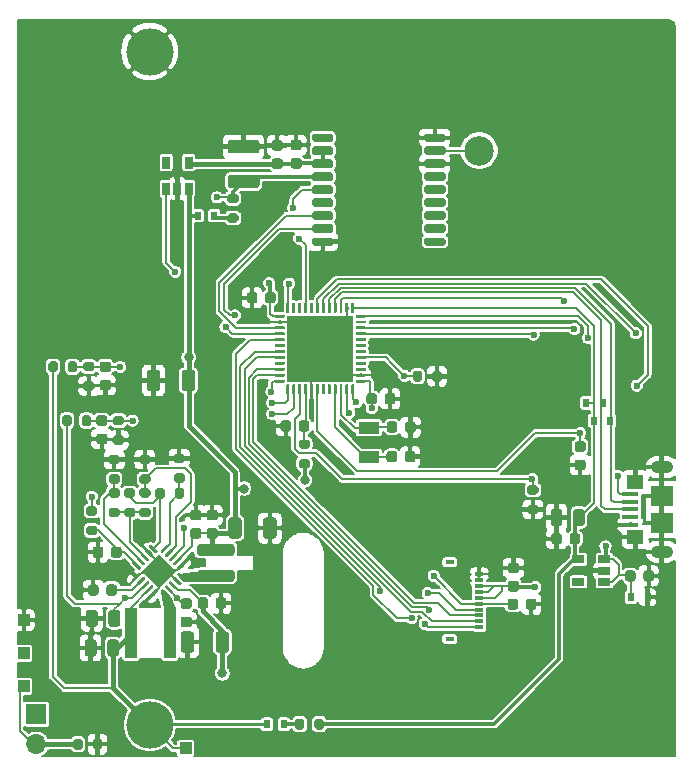
<source format=gbr>
%TF.GenerationSoftware,KiCad,Pcbnew,(5.1.10)-1*%
%TF.CreationDate,2021-11-23T09:49:32-07:00*%
%TF.ProjectId,SolarGPS,536f6c61-7247-4505-932e-6b696361645f,rev?*%
%TF.SameCoordinates,Original*%
%TF.FileFunction,Copper,L2,Bot*%
%TF.FilePolarity,Positive*%
%FSLAX46Y46*%
G04 Gerber Fmt 4.6, Leading zero omitted, Abs format (unit mm)*
G04 Created by KiCad (PCBNEW (5.1.10)-1) date 2021-11-23 09:49:32*
%MOMM*%
%LPD*%
G01*
G04 APERTURE LIST*
%TA.AperFunction,SMDPad,CuDef*%
%ADD10R,0.650000X1.060000*%
%TD*%
%TA.AperFunction,SMDPad,CuDef*%
%ADD11R,0.600000X0.700000*%
%TD*%
%TA.AperFunction,SMDPad,CuDef*%
%ADD12R,1.060000X0.650000*%
%TD*%
%TA.AperFunction,SMDPad,CuDef*%
%ADD13R,1.450000X1.150000*%
%TD*%
%TA.AperFunction,ComponentPad*%
%ADD14O,1.900000X1.050000*%
%TD*%
%TA.AperFunction,SMDPad,CuDef*%
%ADD15R,1.900000X1.750000*%
%TD*%
%TA.AperFunction,SMDPad,CuDef*%
%ADD16R,1.400000X0.400000*%
%TD*%
%TA.AperFunction,SMDPad,CuDef*%
%ADD17R,5.600000X5.600000*%
%TD*%
%TA.AperFunction,ComponentPad*%
%ADD18R,1.000000X1.000000*%
%TD*%
%TA.AperFunction,ComponentPad*%
%ADD19C,2.500000*%
%TD*%
%TA.AperFunction,ComponentPad*%
%ADD20C,4.000000*%
%TD*%
%TA.AperFunction,ComponentPad*%
%ADD21O,1.700000X1.700000*%
%TD*%
%TA.AperFunction,ComponentPad*%
%ADD22R,1.700000X1.700000*%
%TD*%
%TA.AperFunction,SMDPad,CuDef*%
%ADD23R,0.800000X0.400000*%
%TD*%
%TA.AperFunction,SMDPad,CuDef*%
%ADD24R,0.800000X0.300000*%
%TD*%
%TA.AperFunction,SMDPad,CuDef*%
%ADD25R,1.800000X1.000000*%
%TD*%
%TA.AperFunction,SMDPad,CuDef*%
%ADD26C,0.100000*%
%TD*%
%TA.AperFunction,SMDPad,CuDef*%
%ADD27R,1.000000X4.300000*%
%TD*%
%TA.AperFunction,ViaPad*%
%ADD28C,0.600000*%
%TD*%
%TA.AperFunction,ViaPad*%
%ADD29C,0.800000*%
%TD*%
%TA.AperFunction,Conductor*%
%ADD30C,0.200000*%
%TD*%
%TA.AperFunction,Conductor*%
%ADD31C,0.400000*%
%TD*%
%TA.AperFunction,Conductor*%
%ADD32C,0.250000*%
%TD*%
%TA.AperFunction,Conductor*%
%ADD33C,0.300000*%
%TD*%
%TA.AperFunction,Conductor*%
%ADD34C,0.100000*%
%TD*%
%TA.AperFunction,Conductor*%
%ADD35C,0.254000*%
%TD*%
G04 APERTURE END LIST*
D10*
%TO.P,U5,5*%
%TO.N,/GPS_VDD*%
X64800000Y-62400000D03*
%TO.P,U5,4*%
%TO.N,Net-(U5-Pad4)*%
X62900000Y-62400000D03*
%TO.P,U5,3*%
%TO.N,GPSEN*%
X62900000Y-64600000D03*
%TO.P,U5,2*%
%TO.N,GND*%
X63850000Y-64600000D03*
%TO.P,U5,1*%
%TO.N,VDD*%
X64800000Y-64600000D03*
%TD*%
%TO.P,R7,2*%
%TO.N,Net-(D6-Pad2)*%
%TA.AperFunction,SMDPad,CuDef*%
G36*
G01*
X74600000Y-109675000D02*
X74600000Y-110225000D01*
G75*
G02*
X74400000Y-110425000I-200000J0D01*
G01*
X74000000Y-110425000D01*
G75*
G02*
X73800000Y-110225000I0J200000D01*
G01*
X73800000Y-109675000D01*
G75*
G02*
X74000000Y-109475000I200000J0D01*
G01*
X74400000Y-109475000D01*
G75*
G02*
X74600000Y-109675000I0J-200000D01*
G01*
G37*
%TD.AperFunction*%
%TO.P,R7,1*%
%TO.N,3V3*%
%TA.AperFunction,SMDPad,CuDef*%
G36*
G01*
X76250000Y-109675000D02*
X76250000Y-110225000D01*
G75*
G02*
X76050000Y-110425000I-200000J0D01*
G01*
X75650000Y-110425000D01*
G75*
G02*
X75450000Y-110225000I0J200000D01*
G01*
X75450000Y-109675000D01*
G75*
G02*
X75650000Y-109475000I200000J0D01*
G01*
X76050000Y-109475000D01*
G75*
G02*
X76250000Y-109675000I0J-200000D01*
G01*
G37*
%TD.AperFunction*%
%TD*%
D11*
%TO.P,D6,1*%
%TO.N,SOLAR+*%
X71450000Y-109950000D03*
%TO.P,D6,2*%
%TO.N,Net-(D6-Pad2)*%
X72850000Y-109950000D03*
%TD*%
D12*
%TO.P,U4,5*%
%TO.N,3V3*%
X97800000Y-96000000D03*
%TO.P,U4,4*%
%TO.N,Net-(U4-Pad4)*%
X97800000Y-97900000D03*
%TO.P,U4,3*%
%TO.N,VUSB*%
X100000000Y-97900000D03*
%TO.P,U4,2*%
%TO.N,GND*%
X100000000Y-96950000D03*
%TO.P,U4,1*%
%TO.N,VUSB*%
X100000000Y-96000000D03*
%TD*%
D13*
%TO.P,J2,6*%
%TO.N,GND*%
X102620000Y-89455000D03*
X102620000Y-94095000D03*
D14*
X104850000Y-95350000D03*
X104850000Y-88200000D03*
D15*
X104850000Y-90650000D03*
D16*
%TO.P,J2,3*%
%TO.N,USB+*%
X102200000Y-91775000D03*
%TO.P,J2,4*%
%TO.N,Net-(J2-Pad4)*%
X102200000Y-92425000D03*
%TO.P,J2,5*%
%TO.N,GND*%
X102200000Y-93075000D03*
%TO.P,J2,1*%
%TO.N,VUSB*%
X102200000Y-90475000D03*
%TO.P,J2,2*%
%TO.N,USB-*%
X102200000Y-91125000D03*
D15*
%TO.P,J2,6*%
%TO.N,GND*%
X104850000Y-92900000D03*
%TD*%
D11*
%TO.P,D5,1*%
%TO.N,VUSB*%
X102250000Y-99200000D03*
%TO.P,D5,2*%
%TO.N,GND*%
X103650000Y-99200000D03*
%TD*%
%TO.P,D4,1*%
%TO.N,3V3*%
X99100000Y-84250000D03*
%TO.P,D4,2*%
%TO.N,USB-*%
X100500000Y-84250000D03*
%TD*%
%TO.P,D3,1*%
%TO.N,3V3*%
X98450000Y-82750000D03*
%TO.P,D3,2*%
%TO.N,USB+*%
X99850000Y-82750000D03*
%TD*%
%TO.P,C27,2*%
%TO.N,GND*%
%TA.AperFunction,SMDPad,CuDef*%
G36*
G01*
X103300000Y-97650000D02*
X103300000Y-97150000D01*
G75*
G02*
X103525000Y-96925000I225000J0D01*
G01*
X103975000Y-96925000D01*
G75*
G02*
X104200000Y-97150000I0J-225000D01*
G01*
X104200000Y-97650000D01*
G75*
G02*
X103975000Y-97875000I-225000J0D01*
G01*
X103525000Y-97875000D01*
G75*
G02*
X103300000Y-97650000I0J225000D01*
G01*
G37*
%TD.AperFunction*%
%TO.P,C27,1*%
%TO.N,VUSB*%
%TA.AperFunction,SMDPad,CuDef*%
G36*
G01*
X101750000Y-97650000D02*
X101750000Y-97150000D01*
G75*
G02*
X101975000Y-96925000I225000J0D01*
G01*
X102425000Y-96925000D01*
G75*
G02*
X102650000Y-97150000I0J-225000D01*
G01*
X102650000Y-97650000D01*
G75*
G02*
X102425000Y-97875000I-225000J0D01*
G01*
X101975000Y-97875000D01*
G75*
G02*
X101750000Y-97650000I0J225000D01*
G01*
G37*
%TD.AperFunction*%
%TD*%
%TO.P,C19,2*%
%TO.N,GND*%
%TA.AperFunction,SMDPad,CuDef*%
G36*
G01*
X96400000Y-94000000D02*
X96400000Y-94500000D01*
G75*
G02*
X96175000Y-94725000I-225000J0D01*
G01*
X95725000Y-94725000D01*
G75*
G02*
X95500000Y-94500000I0J225000D01*
G01*
X95500000Y-94000000D01*
G75*
G02*
X95725000Y-93775000I225000J0D01*
G01*
X96175000Y-93775000D01*
G75*
G02*
X96400000Y-94000000I0J-225000D01*
G01*
G37*
%TD.AperFunction*%
%TO.P,C19,1*%
%TO.N,3V3*%
%TA.AperFunction,SMDPad,CuDef*%
G36*
G01*
X97950000Y-94000000D02*
X97950000Y-94500000D01*
G75*
G02*
X97725000Y-94725000I-225000J0D01*
G01*
X97275000Y-94725000D01*
G75*
G02*
X97050000Y-94500000I0J225000D01*
G01*
X97050000Y-94000000D01*
G75*
G02*
X97275000Y-93775000I225000J0D01*
G01*
X97725000Y-93775000D01*
G75*
G02*
X97950000Y-94000000I0J-225000D01*
G01*
G37*
%TD.AperFunction*%
%TD*%
%TO.P,C17,2*%
%TO.N,3V3*%
%TA.AperFunction,SMDPad,CuDef*%
G36*
G01*
X97350000Y-92925000D02*
X97350000Y-91975000D01*
G75*
G02*
X97600000Y-91725000I250000J0D01*
G01*
X98100000Y-91725000D01*
G75*
G02*
X98350000Y-91975000I0J-250000D01*
G01*
X98350000Y-92925000D01*
G75*
G02*
X98100000Y-93175000I-250000J0D01*
G01*
X97600000Y-93175000D01*
G75*
G02*
X97350000Y-92925000I0J250000D01*
G01*
G37*
%TD.AperFunction*%
%TO.P,C17,1*%
%TO.N,GND*%
%TA.AperFunction,SMDPad,CuDef*%
G36*
G01*
X95450000Y-92925000D02*
X95450000Y-91975000D01*
G75*
G02*
X95700000Y-91725000I250000J0D01*
G01*
X96200000Y-91725000D01*
G75*
G02*
X96450000Y-91975000I0J-250000D01*
G01*
X96450000Y-92925000D01*
G75*
G02*
X96200000Y-93175000I-250000J0D01*
G01*
X95700000Y-93175000D01*
G75*
G02*
X95450000Y-92925000I0J250000D01*
G01*
G37*
%TD.AperFunction*%
%TD*%
D17*
%TO.P,U3,49*%
%TO.N,GND*%
X75950000Y-78150000D03*
%TO.P,U3,48*%
%TO.N,VDD*%
%TA.AperFunction,SMDPad,CuDef*%
G36*
G01*
X79762500Y-81025000D02*
X79012500Y-81025000D01*
G75*
G02*
X78950000Y-80962500I0J62500D01*
G01*
X78950000Y-80837500D01*
G75*
G02*
X79012500Y-80775000I62500J0D01*
G01*
X79762500Y-80775000D01*
G75*
G02*
X79825000Y-80837500I0J-62500D01*
G01*
X79825000Y-80962500D01*
G75*
G02*
X79762500Y-81025000I-62500J0D01*
G01*
G37*
%TD.AperFunction*%
%TO.P,U3,47*%
%TO.N,GND*%
%TA.AperFunction,SMDPad,CuDef*%
G36*
G01*
X79762500Y-80525000D02*
X79012500Y-80525000D01*
G75*
G02*
X78950000Y-80462500I0J62500D01*
G01*
X78950000Y-80337500D01*
G75*
G02*
X79012500Y-80275000I62500J0D01*
G01*
X79762500Y-80275000D01*
G75*
G02*
X79825000Y-80337500I0J-62500D01*
G01*
X79825000Y-80462500D01*
G75*
G02*
X79762500Y-80525000I-62500J0D01*
G01*
G37*
%TD.AperFunction*%
%TO.P,U3,46*%
%TO.N,Net-(U3-Pad46)*%
%TA.AperFunction,SMDPad,CuDef*%
G36*
G01*
X79762500Y-80025000D02*
X79012500Y-80025000D01*
G75*
G02*
X78950000Y-79962500I0J62500D01*
G01*
X78950000Y-79837500D01*
G75*
G02*
X79012500Y-79775000I62500J0D01*
G01*
X79762500Y-79775000D01*
G75*
G02*
X79825000Y-79837500I0J-62500D01*
G01*
X79825000Y-79962500D01*
G75*
G02*
X79762500Y-80025000I-62500J0D01*
G01*
G37*
%TD.AperFunction*%
%TO.P,U3,45*%
%TO.N,Net-(U3-Pad45)*%
%TA.AperFunction,SMDPad,CuDef*%
G36*
G01*
X79762500Y-79525000D02*
X79012500Y-79525000D01*
G75*
G02*
X78950000Y-79462500I0J62500D01*
G01*
X78950000Y-79337500D01*
G75*
G02*
X79012500Y-79275000I62500J0D01*
G01*
X79762500Y-79275000D01*
G75*
G02*
X79825000Y-79337500I0J-62500D01*
G01*
X79825000Y-79462500D01*
G75*
G02*
X79762500Y-79525000I-62500J0D01*
G01*
G37*
%TD.AperFunction*%
%TO.P,U3,44*%
%TO.N,BOOT0*%
%TA.AperFunction,SMDPad,CuDef*%
G36*
G01*
X79762500Y-79025000D02*
X79012500Y-79025000D01*
G75*
G02*
X78950000Y-78962500I0J62500D01*
G01*
X78950000Y-78837500D01*
G75*
G02*
X79012500Y-78775000I62500J0D01*
G01*
X79762500Y-78775000D01*
G75*
G02*
X79825000Y-78837500I0J-62500D01*
G01*
X79825000Y-78962500D01*
G75*
G02*
X79762500Y-79025000I-62500J0D01*
G01*
G37*
%TD.AperFunction*%
%TO.P,U3,43*%
%TO.N,Net-(U3-Pad43)*%
%TA.AperFunction,SMDPad,CuDef*%
G36*
G01*
X79762500Y-78525000D02*
X79012500Y-78525000D01*
G75*
G02*
X78950000Y-78462500I0J62500D01*
G01*
X78950000Y-78337500D01*
G75*
G02*
X79012500Y-78275000I62500J0D01*
G01*
X79762500Y-78275000D01*
G75*
G02*
X79825000Y-78337500I0J-62500D01*
G01*
X79825000Y-78462500D01*
G75*
G02*
X79762500Y-78525000I-62500J0D01*
G01*
G37*
%TD.AperFunction*%
%TO.P,U3,42*%
%TO.N,Net-(U3-Pad42)*%
%TA.AperFunction,SMDPad,CuDef*%
G36*
G01*
X79762500Y-78025000D02*
X79012500Y-78025000D01*
G75*
G02*
X78950000Y-77962500I0J62500D01*
G01*
X78950000Y-77837500D01*
G75*
G02*
X79012500Y-77775000I62500J0D01*
G01*
X79762500Y-77775000D01*
G75*
G02*
X79825000Y-77837500I0J-62500D01*
G01*
X79825000Y-77962500D01*
G75*
G02*
X79762500Y-78025000I-62500J0D01*
G01*
G37*
%TD.AperFunction*%
%TO.P,U3,41*%
%TO.N,Net-(U3-Pad41)*%
%TA.AperFunction,SMDPad,CuDef*%
G36*
G01*
X79762500Y-77525000D02*
X79012500Y-77525000D01*
G75*
G02*
X78950000Y-77462500I0J62500D01*
G01*
X78950000Y-77337500D01*
G75*
G02*
X79012500Y-77275000I62500J0D01*
G01*
X79762500Y-77275000D01*
G75*
G02*
X79825000Y-77337500I0J-62500D01*
G01*
X79825000Y-77462500D01*
G75*
G02*
X79762500Y-77525000I-62500J0D01*
G01*
G37*
%TD.AperFunction*%
%TO.P,U3,40*%
%TO.N,LED*%
%TA.AperFunction,SMDPad,CuDef*%
G36*
G01*
X79762500Y-77025000D02*
X79012500Y-77025000D01*
G75*
G02*
X78950000Y-76962500I0J62500D01*
G01*
X78950000Y-76837500D01*
G75*
G02*
X79012500Y-76775000I62500J0D01*
G01*
X79762500Y-76775000D01*
G75*
G02*
X79825000Y-76837500I0J-62500D01*
G01*
X79825000Y-76962500D01*
G75*
G02*
X79762500Y-77025000I-62500J0D01*
G01*
G37*
%TD.AperFunction*%
%TO.P,U3,39*%
%TO.N,SWO*%
%TA.AperFunction,SMDPad,CuDef*%
G36*
G01*
X79762500Y-76525000D02*
X79012500Y-76525000D01*
G75*
G02*
X78950000Y-76462500I0J62500D01*
G01*
X78950000Y-76337500D01*
G75*
G02*
X79012500Y-76275000I62500J0D01*
G01*
X79762500Y-76275000D01*
G75*
G02*
X79825000Y-76337500I0J-62500D01*
G01*
X79825000Y-76462500D01*
G75*
G02*
X79762500Y-76525000I-62500J0D01*
G01*
G37*
%TD.AperFunction*%
%TO.P,U3,38*%
%TO.N,Net-(U3-Pad38)*%
%TA.AperFunction,SMDPad,CuDef*%
G36*
G01*
X79762500Y-76025000D02*
X79012500Y-76025000D01*
G75*
G02*
X78950000Y-75962500I0J62500D01*
G01*
X78950000Y-75837500D01*
G75*
G02*
X79012500Y-75775000I62500J0D01*
G01*
X79762500Y-75775000D01*
G75*
G02*
X79825000Y-75837500I0J-62500D01*
G01*
X79825000Y-75962500D01*
G75*
G02*
X79762500Y-76025000I-62500J0D01*
G01*
G37*
%TD.AperFunction*%
%TO.P,U3,37*%
%TO.N,SWCLK*%
%TA.AperFunction,SMDPad,CuDef*%
G36*
G01*
X79762500Y-75525000D02*
X79012500Y-75525000D01*
G75*
G02*
X78950000Y-75462500I0J62500D01*
G01*
X78950000Y-75337500D01*
G75*
G02*
X79012500Y-75275000I62500J0D01*
G01*
X79762500Y-75275000D01*
G75*
G02*
X79825000Y-75337500I0J-62500D01*
G01*
X79825000Y-75462500D01*
G75*
G02*
X79762500Y-75525000I-62500J0D01*
G01*
G37*
%TD.AperFunction*%
%TO.P,U3,36*%
%TO.N,3V3*%
%TA.AperFunction,SMDPad,CuDef*%
G36*
G01*
X78762500Y-75150000D02*
X78637500Y-75150000D01*
G75*
G02*
X78575000Y-75087500I0J62500D01*
G01*
X78575000Y-74337500D01*
G75*
G02*
X78637500Y-74275000I62500J0D01*
G01*
X78762500Y-74275000D01*
G75*
G02*
X78825000Y-74337500I0J-62500D01*
G01*
X78825000Y-75087500D01*
G75*
G02*
X78762500Y-75150000I-62500J0D01*
G01*
G37*
%TD.AperFunction*%
%TO.P,U3,35*%
%TO.N,GND*%
%TA.AperFunction,SMDPad,CuDef*%
G36*
G01*
X78262500Y-75150000D02*
X78137500Y-75150000D01*
G75*
G02*
X78075000Y-75087500I0J62500D01*
G01*
X78075000Y-74337500D01*
G75*
G02*
X78137500Y-74275000I62500J0D01*
G01*
X78262500Y-74275000D01*
G75*
G02*
X78325000Y-74337500I0J-62500D01*
G01*
X78325000Y-75087500D01*
G75*
G02*
X78262500Y-75150000I-62500J0D01*
G01*
G37*
%TD.AperFunction*%
%TO.P,U3,34*%
%TO.N,SWDIO*%
%TA.AperFunction,SMDPad,CuDef*%
G36*
G01*
X77762500Y-75150000D02*
X77637500Y-75150000D01*
G75*
G02*
X77575000Y-75087500I0J62500D01*
G01*
X77575000Y-74337500D01*
G75*
G02*
X77637500Y-74275000I62500J0D01*
G01*
X77762500Y-74275000D01*
G75*
G02*
X77825000Y-74337500I0J-62500D01*
G01*
X77825000Y-75087500D01*
G75*
G02*
X77762500Y-75150000I-62500J0D01*
G01*
G37*
%TD.AperFunction*%
%TO.P,U3,33*%
%TO.N,USB+*%
%TA.AperFunction,SMDPad,CuDef*%
G36*
G01*
X77262500Y-75150000D02*
X77137500Y-75150000D01*
G75*
G02*
X77075000Y-75087500I0J62500D01*
G01*
X77075000Y-74337500D01*
G75*
G02*
X77137500Y-74275000I62500J0D01*
G01*
X77262500Y-74275000D01*
G75*
G02*
X77325000Y-74337500I0J-62500D01*
G01*
X77325000Y-75087500D01*
G75*
G02*
X77262500Y-75150000I-62500J0D01*
G01*
G37*
%TD.AperFunction*%
%TO.P,U3,32*%
%TO.N,USB-*%
%TA.AperFunction,SMDPad,CuDef*%
G36*
G01*
X76762500Y-75150000D02*
X76637500Y-75150000D01*
G75*
G02*
X76575000Y-75087500I0J62500D01*
G01*
X76575000Y-74337500D01*
G75*
G02*
X76637500Y-74275000I62500J0D01*
G01*
X76762500Y-74275000D01*
G75*
G02*
X76825000Y-74337500I0J-62500D01*
G01*
X76825000Y-75087500D01*
G75*
G02*
X76762500Y-75150000I-62500J0D01*
G01*
G37*
%TD.AperFunction*%
%TO.P,U3,31*%
%TO.N,DEBUG_UART_MISO*%
%TA.AperFunction,SMDPad,CuDef*%
G36*
G01*
X76262500Y-75150000D02*
X76137500Y-75150000D01*
G75*
G02*
X76075000Y-75087500I0J62500D01*
G01*
X76075000Y-74337500D01*
G75*
G02*
X76137500Y-74275000I62500J0D01*
G01*
X76262500Y-74275000D01*
G75*
G02*
X76325000Y-74337500I0J-62500D01*
G01*
X76325000Y-75087500D01*
G75*
G02*
X76262500Y-75150000I-62500J0D01*
G01*
G37*
%TD.AperFunction*%
%TO.P,U3,30*%
%TO.N,DEBUG_UART_MOSI*%
%TA.AperFunction,SMDPad,CuDef*%
G36*
G01*
X75762500Y-75150000D02*
X75637500Y-75150000D01*
G75*
G02*
X75575000Y-75087500I0J62500D01*
G01*
X75575000Y-74337500D01*
G75*
G02*
X75637500Y-74275000I62500J0D01*
G01*
X75762500Y-74275000D01*
G75*
G02*
X75825000Y-74337500I0J-62500D01*
G01*
X75825000Y-75087500D01*
G75*
G02*
X75762500Y-75150000I-62500J0D01*
G01*
G37*
%TD.AperFunction*%
%TO.P,U3,29*%
%TO.N,Net-(U3-Pad29)*%
%TA.AperFunction,SMDPad,CuDef*%
G36*
G01*
X75262500Y-75150000D02*
X75137500Y-75150000D01*
G75*
G02*
X75075000Y-75087500I0J62500D01*
G01*
X75075000Y-74337500D01*
G75*
G02*
X75137500Y-74275000I62500J0D01*
G01*
X75262500Y-74275000D01*
G75*
G02*
X75325000Y-74337500I0J-62500D01*
G01*
X75325000Y-75087500D01*
G75*
G02*
X75262500Y-75150000I-62500J0D01*
G01*
G37*
%TD.AperFunction*%
%TO.P,U3,28*%
%TO.N,GPS_EXINT*%
%TA.AperFunction,SMDPad,CuDef*%
G36*
G01*
X74762500Y-75150000D02*
X74637500Y-75150000D01*
G75*
G02*
X74575000Y-75087500I0J62500D01*
G01*
X74575000Y-74337500D01*
G75*
G02*
X74637500Y-74275000I62500J0D01*
G01*
X74762500Y-74275000D01*
G75*
G02*
X74825000Y-74337500I0J-62500D01*
G01*
X74825000Y-75087500D01*
G75*
G02*
X74762500Y-75150000I-62500J0D01*
G01*
G37*
%TD.AperFunction*%
%TO.P,U3,27*%
%TO.N,Net-(U3-Pad27)*%
%TA.AperFunction,SMDPad,CuDef*%
G36*
G01*
X74262500Y-75150000D02*
X74137500Y-75150000D01*
G75*
G02*
X74075000Y-75087500I0J62500D01*
G01*
X74075000Y-74337500D01*
G75*
G02*
X74137500Y-74275000I62500J0D01*
G01*
X74262500Y-74275000D01*
G75*
G02*
X74325000Y-74337500I0J-62500D01*
G01*
X74325000Y-75087500D01*
G75*
G02*
X74262500Y-75150000I-62500J0D01*
G01*
G37*
%TD.AperFunction*%
%TO.P,U3,26*%
%TO.N,Net-(U3-Pad26)*%
%TA.AperFunction,SMDPad,CuDef*%
G36*
G01*
X73762500Y-75150000D02*
X73637500Y-75150000D01*
G75*
G02*
X73575000Y-75087500I0J62500D01*
G01*
X73575000Y-74337500D01*
G75*
G02*
X73637500Y-74275000I62500J0D01*
G01*
X73762500Y-74275000D01*
G75*
G02*
X73825000Y-74337500I0J-62500D01*
G01*
X73825000Y-75087500D01*
G75*
G02*
X73762500Y-75150000I-62500J0D01*
G01*
G37*
%TD.AperFunction*%
%TO.P,U3,25*%
%TO.N,GPSEN*%
%TA.AperFunction,SMDPad,CuDef*%
G36*
G01*
X73262500Y-75150000D02*
X73137500Y-75150000D01*
G75*
G02*
X73075000Y-75087500I0J62500D01*
G01*
X73075000Y-74337500D01*
G75*
G02*
X73137500Y-74275000I62500J0D01*
G01*
X73262500Y-74275000D01*
G75*
G02*
X73325000Y-74337500I0J-62500D01*
G01*
X73325000Y-75087500D01*
G75*
G02*
X73262500Y-75150000I-62500J0D01*
G01*
G37*
%TD.AperFunction*%
%TO.P,U3,24*%
%TO.N,VDD*%
%TA.AperFunction,SMDPad,CuDef*%
G36*
G01*
X72887500Y-75525000D02*
X72137500Y-75525000D01*
G75*
G02*
X72075000Y-75462500I0J62500D01*
G01*
X72075000Y-75337500D01*
G75*
G02*
X72137500Y-75275000I62500J0D01*
G01*
X72887500Y-75275000D01*
G75*
G02*
X72950000Y-75337500I0J-62500D01*
G01*
X72950000Y-75462500D01*
G75*
G02*
X72887500Y-75525000I-62500J0D01*
G01*
G37*
%TD.AperFunction*%
%TO.P,U3,23*%
%TO.N,GND*%
%TA.AperFunction,SMDPad,CuDef*%
G36*
G01*
X72887500Y-76025000D02*
X72137500Y-76025000D01*
G75*
G02*
X72075000Y-75962500I0J62500D01*
G01*
X72075000Y-75837500D01*
G75*
G02*
X72137500Y-75775000I62500J0D01*
G01*
X72887500Y-75775000D01*
G75*
G02*
X72950000Y-75837500I0J-62500D01*
G01*
X72950000Y-75962500D01*
G75*
G02*
X72887500Y-76025000I-62500J0D01*
G01*
G37*
%TD.AperFunction*%
%TO.P,U3,22*%
%TO.N,GPS_UART_MOSI*%
%TA.AperFunction,SMDPad,CuDef*%
G36*
G01*
X72887500Y-76525000D02*
X72137500Y-76525000D01*
G75*
G02*
X72075000Y-76462500I0J62500D01*
G01*
X72075000Y-76337500D01*
G75*
G02*
X72137500Y-76275000I62500J0D01*
G01*
X72887500Y-76275000D01*
G75*
G02*
X72950000Y-76337500I0J-62500D01*
G01*
X72950000Y-76462500D01*
G75*
G02*
X72887500Y-76525000I-62500J0D01*
G01*
G37*
%TD.AperFunction*%
%TO.P,U3,21*%
%TO.N,GPS_UART_MISO*%
%TA.AperFunction,SMDPad,CuDef*%
G36*
G01*
X72887500Y-77025000D02*
X72137500Y-77025000D01*
G75*
G02*
X72075000Y-76962500I0J62500D01*
G01*
X72075000Y-76837500D01*
G75*
G02*
X72137500Y-76775000I62500J0D01*
G01*
X72887500Y-76775000D01*
G75*
G02*
X72950000Y-76837500I0J-62500D01*
G01*
X72950000Y-76962500D01*
G75*
G02*
X72887500Y-77025000I-62500J0D01*
G01*
G37*
%TD.AperFunction*%
%TO.P,U3,20*%
%TO.N,EXTCOMIN*%
%TA.AperFunction,SMDPad,CuDef*%
G36*
G01*
X72887500Y-77525000D02*
X72137500Y-77525000D01*
G75*
G02*
X72075000Y-77462500I0J62500D01*
G01*
X72075000Y-77337500D01*
G75*
G02*
X72137500Y-77275000I62500J0D01*
G01*
X72887500Y-77275000D01*
G75*
G02*
X72950000Y-77337500I0J-62500D01*
G01*
X72950000Y-77462500D01*
G75*
G02*
X72887500Y-77525000I-62500J0D01*
G01*
G37*
%TD.AperFunction*%
%TO.P,U3,19*%
%TO.N,Net-(U3-Pad19)*%
%TA.AperFunction,SMDPad,CuDef*%
G36*
G01*
X72887500Y-78025000D02*
X72137500Y-78025000D01*
G75*
G02*
X72075000Y-77962500I0J62500D01*
G01*
X72075000Y-77837500D01*
G75*
G02*
X72137500Y-77775000I62500J0D01*
G01*
X72887500Y-77775000D01*
G75*
G02*
X72950000Y-77837500I0J-62500D01*
G01*
X72950000Y-77962500D01*
G75*
G02*
X72887500Y-78025000I-62500J0D01*
G01*
G37*
%TD.AperFunction*%
%TO.P,U3,18*%
%TO.N,DISP_EN*%
%TA.AperFunction,SMDPad,CuDef*%
G36*
G01*
X72887500Y-78525000D02*
X72137500Y-78525000D01*
G75*
G02*
X72075000Y-78462500I0J62500D01*
G01*
X72075000Y-78337500D01*
G75*
G02*
X72137500Y-78275000I62500J0D01*
G01*
X72887500Y-78275000D01*
G75*
G02*
X72950000Y-78337500I0J-62500D01*
G01*
X72950000Y-78462500D01*
G75*
G02*
X72887500Y-78525000I-62500J0D01*
G01*
G37*
%TD.AperFunction*%
%TO.P,U3,17*%
%TO.N,DISP_DATA*%
%TA.AperFunction,SMDPad,CuDef*%
G36*
G01*
X72887500Y-79025000D02*
X72137500Y-79025000D01*
G75*
G02*
X72075000Y-78962500I0J62500D01*
G01*
X72075000Y-78837500D01*
G75*
G02*
X72137500Y-78775000I62500J0D01*
G01*
X72887500Y-78775000D01*
G75*
G02*
X72950000Y-78837500I0J-62500D01*
G01*
X72950000Y-78962500D01*
G75*
G02*
X72887500Y-79025000I-62500J0D01*
G01*
G37*
%TD.AperFunction*%
%TO.P,U3,16*%
%TO.N,Net-(U3-Pad16)*%
%TA.AperFunction,SMDPad,CuDef*%
G36*
G01*
X72887500Y-79525000D02*
X72137500Y-79525000D01*
G75*
G02*
X72075000Y-79462500I0J62500D01*
G01*
X72075000Y-79337500D01*
G75*
G02*
X72137500Y-79275000I62500J0D01*
G01*
X72887500Y-79275000D01*
G75*
G02*
X72950000Y-79337500I0J-62500D01*
G01*
X72950000Y-79462500D01*
G75*
G02*
X72887500Y-79525000I-62500J0D01*
G01*
G37*
%TD.AperFunction*%
%TO.P,U3,15*%
%TO.N,DISP_CLK*%
%TA.AperFunction,SMDPad,CuDef*%
G36*
G01*
X72887500Y-80025000D02*
X72137500Y-80025000D01*
G75*
G02*
X72075000Y-79962500I0J62500D01*
G01*
X72075000Y-79837500D01*
G75*
G02*
X72137500Y-79775000I62500J0D01*
G01*
X72887500Y-79775000D01*
G75*
G02*
X72950000Y-79837500I0J-62500D01*
G01*
X72950000Y-79962500D01*
G75*
G02*
X72887500Y-80025000I-62500J0D01*
G01*
G37*
%TD.AperFunction*%
%TO.P,U3,14*%
%TO.N,DISP_CS*%
%TA.AperFunction,SMDPad,CuDef*%
G36*
G01*
X72887500Y-80525000D02*
X72137500Y-80525000D01*
G75*
G02*
X72075000Y-80462500I0J62500D01*
G01*
X72075000Y-80337500D01*
G75*
G02*
X72137500Y-80275000I62500J0D01*
G01*
X72887500Y-80275000D01*
G75*
G02*
X72950000Y-80337500I0J-62500D01*
G01*
X72950000Y-80462500D01*
G75*
G02*
X72887500Y-80525000I-62500J0D01*
G01*
G37*
%TD.AperFunction*%
%TO.P,U3,13*%
%TO.N,SOLAR_SENSE*%
%TA.AperFunction,SMDPad,CuDef*%
G36*
G01*
X72887500Y-81025000D02*
X72137500Y-81025000D01*
G75*
G02*
X72075000Y-80962500I0J62500D01*
G01*
X72075000Y-80837500D01*
G75*
G02*
X72137500Y-80775000I62500J0D01*
G01*
X72887500Y-80775000D01*
G75*
G02*
X72950000Y-80837500I0J-62500D01*
G01*
X72950000Y-80962500D01*
G75*
G02*
X72887500Y-81025000I-62500J0D01*
G01*
G37*
%TD.AperFunction*%
%TO.P,U3,12*%
%TO.N,VBAT_SENSE*%
%TA.AperFunction,SMDPad,CuDef*%
G36*
G01*
X73262500Y-82025000D02*
X73137500Y-82025000D01*
G75*
G02*
X73075000Y-81962500I0J62500D01*
G01*
X73075000Y-81212500D01*
G75*
G02*
X73137500Y-81150000I62500J0D01*
G01*
X73262500Y-81150000D01*
G75*
G02*
X73325000Y-81212500I0J-62500D01*
G01*
X73325000Y-81962500D01*
G75*
G02*
X73262500Y-82025000I-62500J0D01*
G01*
G37*
%TD.AperFunction*%
%TO.P,U3,11*%
%TO.N,VBAT_OK*%
%TA.AperFunction,SMDPad,CuDef*%
G36*
G01*
X73762500Y-82025000D02*
X73637500Y-82025000D01*
G75*
G02*
X73575000Y-81962500I0J62500D01*
G01*
X73575000Y-81212500D01*
G75*
G02*
X73637500Y-81150000I62500J0D01*
G01*
X73762500Y-81150000D01*
G75*
G02*
X73825000Y-81212500I0J-62500D01*
G01*
X73825000Y-81962500D01*
G75*
G02*
X73762500Y-82025000I-62500J0D01*
G01*
G37*
%TD.AperFunction*%
%TO.P,U3,10*%
%TO.N,USER1*%
%TA.AperFunction,SMDPad,CuDef*%
G36*
G01*
X74262500Y-82025000D02*
X74137500Y-82025000D01*
G75*
G02*
X74075000Y-81962500I0J62500D01*
G01*
X74075000Y-81212500D01*
G75*
G02*
X74137500Y-81150000I62500J0D01*
G01*
X74262500Y-81150000D01*
G75*
G02*
X74325000Y-81212500I0J-62500D01*
G01*
X74325000Y-81962500D01*
G75*
G02*
X74262500Y-82025000I-62500J0D01*
G01*
G37*
%TD.AperFunction*%
%TO.P,U3,9*%
%TO.N,VDDA*%
%TA.AperFunction,SMDPad,CuDef*%
G36*
G01*
X74762500Y-82025000D02*
X74637500Y-82025000D01*
G75*
G02*
X74575000Y-81962500I0J62500D01*
G01*
X74575000Y-81212500D01*
G75*
G02*
X74637500Y-81150000I62500J0D01*
G01*
X74762500Y-81150000D01*
G75*
G02*
X74825000Y-81212500I0J-62500D01*
G01*
X74825000Y-81962500D01*
G75*
G02*
X74762500Y-82025000I-62500J0D01*
G01*
G37*
%TD.AperFunction*%
%TO.P,U3,8*%
%TO.N,GND*%
%TA.AperFunction,SMDPad,CuDef*%
G36*
G01*
X75262500Y-82025000D02*
X75137500Y-82025000D01*
G75*
G02*
X75075000Y-81962500I0J62500D01*
G01*
X75075000Y-81212500D01*
G75*
G02*
X75137500Y-81150000I62500J0D01*
G01*
X75262500Y-81150000D01*
G75*
G02*
X75325000Y-81212500I0J-62500D01*
G01*
X75325000Y-81962500D01*
G75*
G02*
X75262500Y-82025000I-62500J0D01*
G01*
G37*
%TD.AperFunction*%
%TO.P,U3,7*%
%TO.N,RESET*%
%TA.AperFunction,SMDPad,CuDef*%
G36*
G01*
X75762500Y-82025000D02*
X75637500Y-82025000D01*
G75*
G02*
X75575000Y-81962500I0J62500D01*
G01*
X75575000Y-81212500D01*
G75*
G02*
X75637500Y-81150000I62500J0D01*
G01*
X75762500Y-81150000D01*
G75*
G02*
X75825000Y-81212500I0J-62500D01*
G01*
X75825000Y-81962500D01*
G75*
G02*
X75762500Y-82025000I-62500J0D01*
G01*
G37*
%TD.AperFunction*%
%TO.P,U3,6*%
%TO.N,Net-(U3-Pad6)*%
%TA.AperFunction,SMDPad,CuDef*%
G36*
G01*
X76262500Y-82025000D02*
X76137500Y-82025000D01*
G75*
G02*
X76075000Y-81962500I0J62500D01*
G01*
X76075000Y-81212500D01*
G75*
G02*
X76137500Y-81150000I62500J0D01*
G01*
X76262500Y-81150000D01*
G75*
G02*
X76325000Y-81212500I0J-62500D01*
G01*
X76325000Y-81962500D01*
G75*
G02*
X76262500Y-82025000I-62500J0D01*
G01*
G37*
%TD.AperFunction*%
%TO.P,U3,5*%
%TO.N,Net-(U3-Pad5)*%
%TA.AperFunction,SMDPad,CuDef*%
G36*
G01*
X76762500Y-82025000D02*
X76637500Y-82025000D01*
G75*
G02*
X76575000Y-81962500I0J62500D01*
G01*
X76575000Y-81212500D01*
G75*
G02*
X76637500Y-81150000I62500J0D01*
G01*
X76762500Y-81150000D01*
G75*
G02*
X76825000Y-81212500I0J-62500D01*
G01*
X76825000Y-81962500D01*
G75*
G02*
X76762500Y-82025000I-62500J0D01*
G01*
G37*
%TD.AperFunction*%
%TO.P,U3,4*%
%TO.N,Net-(C25-Pad1)*%
%TA.AperFunction,SMDPad,CuDef*%
G36*
G01*
X77262500Y-82025000D02*
X77137500Y-82025000D01*
G75*
G02*
X77075000Y-81962500I0J62500D01*
G01*
X77075000Y-81212500D01*
G75*
G02*
X77137500Y-81150000I62500J0D01*
G01*
X77262500Y-81150000D01*
G75*
G02*
X77325000Y-81212500I0J-62500D01*
G01*
X77325000Y-81962500D01*
G75*
G02*
X77262500Y-82025000I-62500J0D01*
G01*
G37*
%TD.AperFunction*%
%TO.P,U3,3*%
%TO.N,Net-(C2-Pad1)*%
%TA.AperFunction,SMDPad,CuDef*%
G36*
G01*
X77762500Y-82025000D02*
X77637500Y-82025000D01*
G75*
G02*
X77575000Y-81962500I0J62500D01*
G01*
X77575000Y-81212500D01*
G75*
G02*
X77637500Y-81150000I62500J0D01*
G01*
X77762500Y-81150000D01*
G75*
G02*
X77825000Y-81212500I0J-62500D01*
G01*
X77825000Y-81962500D01*
G75*
G02*
X77762500Y-82025000I-62500J0D01*
G01*
G37*
%TD.AperFunction*%
%TO.P,U3,2*%
%TO.N,BOOT0*%
%TA.AperFunction,SMDPad,CuDef*%
G36*
G01*
X78262500Y-82025000D02*
X78137500Y-82025000D01*
G75*
G02*
X78075000Y-81962500I0J62500D01*
G01*
X78075000Y-81212500D01*
G75*
G02*
X78137500Y-81150000I62500J0D01*
G01*
X78262500Y-81150000D01*
G75*
G02*
X78325000Y-81212500I0J-62500D01*
G01*
X78325000Y-81962500D01*
G75*
G02*
X78262500Y-82025000I-62500J0D01*
G01*
G37*
%TD.AperFunction*%
%TO.P,U3,1*%
%TO.N,GPS_VBAT*%
%TA.AperFunction,SMDPad,CuDef*%
G36*
G01*
X78762500Y-82025000D02*
X78637500Y-82025000D01*
G75*
G02*
X78575000Y-81962500I0J62500D01*
G01*
X78575000Y-81212500D01*
G75*
G02*
X78637500Y-81150000I62500J0D01*
G01*
X78762500Y-81150000D01*
G75*
G02*
X78825000Y-81212500I0J-62500D01*
G01*
X78825000Y-81962500D01*
G75*
G02*
X78762500Y-82025000I-62500J0D01*
G01*
G37*
%TD.AperFunction*%
%TD*%
D11*
%TO.P,D1,1*%
%TO.N,Net-(D1-Pad1)*%
X66950000Y-66900000D03*
%TO.P,D1,2*%
%TO.N,VDD*%
X65550000Y-66900000D03*
%TD*%
%TO.P,R6,2*%
%TO.N,Net-(D1-Pad1)*%
%TA.AperFunction,SMDPad,CuDef*%
G36*
G01*
X68275000Y-66700000D02*
X68825000Y-66700000D01*
G75*
G02*
X69025000Y-66900000I0J-200000D01*
G01*
X69025000Y-67300000D01*
G75*
G02*
X68825000Y-67500000I-200000J0D01*
G01*
X68275000Y-67500000D01*
G75*
G02*
X68075000Y-67300000I0J200000D01*
G01*
X68075000Y-66900000D01*
G75*
G02*
X68275000Y-66700000I200000J0D01*
G01*
G37*
%TD.AperFunction*%
%TO.P,R6,1*%
%TO.N,GPS_VBAT*%
%TA.AperFunction,SMDPad,CuDef*%
G36*
G01*
X68275000Y-65050000D02*
X68825000Y-65050000D01*
G75*
G02*
X69025000Y-65250000I0J-200000D01*
G01*
X69025000Y-65650000D01*
G75*
G02*
X68825000Y-65850000I-200000J0D01*
G01*
X68275000Y-65850000D01*
G75*
G02*
X68075000Y-65650000I0J200000D01*
G01*
X68075000Y-65250000D01*
G75*
G02*
X68275000Y-65050000I200000J0D01*
G01*
G37*
%TD.AperFunction*%
%TD*%
%TO.P,C16,2*%
%TO.N,GND*%
%TA.AperFunction,SMDPad,CuDef*%
G36*
G01*
X70550001Y-61625000D02*
X68349999Y-61625000D01*
G75*
G02*
X68100000Y-61375001I0J249999D01*
G01*
X68100000Y-60724999D01*
G75*
G02*
X68349999Y-60475000I249999J0D01*
G01*
X70550001Y-60475000D01*
G75*
G02*
X70800000Y-60724999I0J-249999D01*
G01*
X70800000Y-61375001D01*
G75*
G02*
X70550001Y-61625000I-249999J0D01*
G01*
G37*
%TD.AperFunction*%
%TO.P,C16,1*%
%TO.N,GPS_VBAT*%
%TA.AperFunction,SMDPad,CuDef*%
G36*
G01*
X70550001Y-64575000D02*
X68349999Y-64575000D01*
G75*
G02*
X68100000Y-64325001I0J249999D01*
G01*
X68100000Y-63674999D01*
G75*
G02*
X68349999Y-63425000I249999J0D01*
G01*
X70550001Y-63425000D01*
G75*
G02*
X70800000Y-63674999I0J-249999D01*
G01*
X70800000Y-64325001D01*
G75*
G02*
X70550001Y-64575000I-249999J0D01*
G01*
G37*
%TD.AperFunction*%
%TD*%
D18*
%TO.P,TPGND1,1*%
%TO.N,GND*%
X50850000Y-101150000D03*
%TD*%
%TO.P,TPSHNT1,1*%
%TO.N,Net-(C14-Pad2)*%
X50850000Y-106750000D03*
%TD*%
%TO.P,R5,2*%
%TO.N,Net-(C14-Pad2)*%
%TA.AperFunction,SMDPad,CuDef*%
G36*
G01*
X55825000Y-111375000D02*
X55825000Y-111925000D01*
G75*
G02*
X55625000Y-112125000I-200000J0D01*
G01*
X55225000Y-112125000D01*
G75*
G02*
X55025000Y-111925000I0J200000D01*
G01*
X55025000Y-111375000D01*
G75*
G02*
X55225000Y-111175000I200000J0D01*
G01*
X55625000Y-111175000D01*
G75*
G02*
X55825000Y-111375000I0J-200000D01*
G01*
G37*
%TD.AperFunction*%
%TO.P,R5,1*%
%TO.N,GND*%
%TA.AperFunction,SMDPad,CuDef*%
G36*
G01*
X57475000Y-111375000D02*
X57475000Y-111925000D01*
G75*
G02*
X57275000Y-112125000I-200000J0D01*
G01*
X56875000Y-112125000D01*
G75*
G02*
X56675000Y-111925000I0J200000D01*
G01*
X56675000Y-111375000D01*
G75*
G02*
X56875000Y-111175000I200000J0D01*
G01*
X57275000Y-111175000D01*
G75*
G02*
X57475000Y-111375000I0J-200000D01*
G01*
G37*
%TD.AperFunction*%
%TD*%
D19*
%TO.P,AE1,1*%
%TO.N,Net-(AE1-Pad1)*%
X89400000Y-61400000D03*
%TD*%
D20*
%TO.P,SC1,2*%
%TO.N,GND*%
X61500000Y-53000000D03*
%TO.P,SC1,1*%
%TO.N,SOLAR+*%
X61500000Y-110000000D03*
%TD*%
D21*
%TO.P,C14,2*%
%TO.N,Net-(C14-Pad2)*%
X51900000Y-111640000D03*
D22*
%TO.P,C14,1*%
%TO.N,/VBAT*%
X51900000Y-109100000D03*
%TD*%
D18*
%TO.P,TPBAT1,1*%
%TO.N,/VBAT*%
X50850000Y-103950000D03*
%TD*%
%TO.P,TPSOLAR1,1*%
%TO.N,SOLAR+*%
X64550000Y-112000000D03*
%TD*%
D23*
%TO.P,J1,0*%
%TO.N,N/C*%
X86900000Y-96250000D03*
X86900000Y-102750000D03*
D24*
%TO.P,J1,10*%
%TO.N,GND*%
X89400000Y-97250000D03*
%TO.P,J1,9*%
X89400000Y-97750000D03*
%TO.P,J1,8*%
%TO.N,VDD*%
X89400000Y-98250000D03*
%TO.P,J1,7*%
X89400000Y-98750000D03*
%TO.P,J1,6*%
X89400000Y-99250000D03*
%TO.P,J1,5*%
%TO.N,DISP_EN*%
X89400000Y-99750000D03*
%TO.P,J1,4*%
%TO.N,EXTCOMIN*%
X89400000Y-100250000D03*
%TO.P,J1,3*%
%TO.N,DISP_CS*%
X89400000Y-100750000D03*
%TO.P,J1,2*%
%TO.N,DISP_DATA*%
X89400000Y-101250000D03*
%TO.P,J1,1*%
%TO.N,DISP_CLK*%
X89400000Y-101750000D03*
%TD*%
D25*
%TO.P,Y1,2*%
%TO.N,Net-(C2-Pad1)*%
X80050000Y-84850000D03*
%TO.P,Y1,1*%
%TO.N,Net-(C25-Pad1)*%
X80050000Y-87350000D03*
%TD*%
%TO.P,U2,18*%
%TO.N,Net-(U2-Pad18)*%
%TA.AperFunction,SMDPad,CuDef*%
G36*
G01*
X84750000Y-69275000D02*
X84750000Y-68925000D01*
G75*
G02*
X84925000Y-68750000I175000J0D01*
G01*
X86375000Y-68750000D01*
G75*
G02*
X86550000Y-68925000I0J-175000D01*
G01*
X86550000Y-69275000D01*
G75*
G02*
X86375000Y-69450000I-175000J0D01*
G01*
X84925000Y-69450000D01*
G75*
G02*
X84750000Y-69275000I0J175000D01*
G01*
G37*
%TD.AperFunction*%
%TO.P,U2,17*%
%TO.N,Net-(U2-Pad17)*%
%TA.AperFunction,SMDPad,CuDef*%
G36*
G01*
X84750000Y-68200000D02*
X84750000Y-67800000D01*
G75*
G02*
X84950000Y-67600000I200000J0D01*
G01*
X86350000Y-67600000D01*
G75*
G02*
X86550000Y-67800000I0J-200000D01*
G01*
X86550000Y-68200000D01*
G75*
G02*
X86350000Y-68400000I-200000J0D01*
G01*
X84950000Y-68400000D01*
G75*
G02*
X84750000Y-68200000I0J200000D01*
G01*
G37*
%TD.AperFunction*%
%TO.P,U2,16*%
%TO.N,Net-(U2-Pad16)*%
%TA.AperFunction,SMDPad,CuDef*%
G36*
G01*
X84750000Y-67100000D02*
X84750000Y-66700000D01*
G75*
G02*
X84950000Y-66500000I200000J0D01*
G01*
X86350000Y-66500000D01*
G75*
G02*
X86550000Y-66700000I0J-200000D01*
G01*
X86550000Y-67100000D01*
G75*
G02*
X86350000Y-67300000I-200000J0D01*
G01*
X84950000Y-67300000D01*
G75*
G02*
X84750000Y-67100000I0J200000D01*
G01*
G37*
%TD.AperFunction*%
%TO.P,U2,15*%
%TO.N,Net-(U2-Pad15)*%
%TA.AperFunction,SMDPad,CuDef*%
G36*
G01*
X84750000Y-66000000D02*
X84750000Y-65600000D01*
G75*
G02*
X84950000Y-65400000I200000J0D01*
G01*
X86350000Y-65400000D01*
G75*
G02*
X86550000Y-65600000I0J-200000D01*
G01*
X86550000Y-66000000D01*
G75*
G02*
X86350000Y-66200000I-200000J0D01*
G01*
X84950000Y-66200000D01*
G75*
G02*
X84750000Y-66000000I0J200000D01*
G01*
G37*
%TD.AperFunction*%
%TO.P,U2,14*%
%TO.N,Net-(U2-Pad14)*%
%TA.AperFunction,SMDPad,CuDef*%
G36*
G01*
X84750000Y-64900000D02*
X84750000Y-64500000D01*
G75*
G02*
X84950000Y-64300000I200000J0D01*
G01*
X86350000Y-64300000D01*
G75*
G02*
X86550000Y-64500000I0J-200000D01*
G01*
X86550000Y-64900000D01*
G75*
G02*
X86350000Y-65100000I-200000J0D01*
G01*
X84950000Y-65100000D01*
G75*
G02*
X84750000Y-64900000I0J200000D01*
G01*
G37*
%TD.AperFunction*%
%TO.P,U2,13*%
%TO.N,Net-(U2-Pad13)*%
%TA.AperFunction,SMDPad,CuDef*%
G36*
G01*
X84750000Y-63800000D02*
X84750000Y-63400000D01*
G75*
G02*
X84950000Y-63200000I200000J0D01*
G01*
X86350000Y-63200000D01*
G75*
G02*
X86550000Y-63400000I0J-200000D01*
G01*
X86550000Y-63800000D01*
G75*
G02*
X86350000Y-64000000I-200000J0D01*
G01*
X84950000Y-64000000D01*
G75*
G02*
X84750000Y-63800000I0J200000D01*
G01*
G37*
%TD.AperFunction*%
%TO.P,U2,12*%
%TO.N,GND*%
%TA.AperFunction,SMDPad,CuDef*%
G36*
G01*
X84750000Y-62700000D02*
X84750000Y-62300000D01*
G75*
G02*
X84950000Y-62100000I200000J0D01*
G01*
X86350000Y-62100000D01*
G75*
G02*
X86550000Y-62300000I0J-200000D01*
G01*
X86550000Y-62700000D01*
G75*
G02*
X86350000Y-62900000I-200000J0D01*
G01*
X84950000Y-62900000D01*
G75*
G02*
X84750000Y-62700000I0J200000D01*
G01*
G37*
%TD.AperFunction*%
%TO.P,U2,11*%
%TO.N,Net-(AE1-Pad1)*%
%TA.AperFunction,SMDPad,CuDef*%
G36*
G01*
X84750000Y-61600000D02*
X84750000Y-61200000D01*
G75*
G02*
X84950000Y-61000000I200000J0D01*
G01*
X86350000Y-61000000D01*
G75*
G02*
X86550000Y-61200000I0J-200000D01*
G01*
X86550000Y-61600000D01*
G75*
G02*
X86350000Y-61800000I-200000J0D01*
G01*
X84950000Y-61800000D01*
G75*
G02*
X84750000Y-61600000I0J200000D01*
G01*
G37*
%TD.AperFunction*%
%TO.P,U2,10*%
%TO.N,GND*%
%TA.AperFunction,SMDPad,CuDef*%
G36*
G01*
X84750000Y-60475000D02*
X84750000Y-60125000D01*
G75*
G02*
X84925000Y-59950000I175000J0D01*
G01*
X86375000Y-59950000D01*
G75*
G02*
X86550000Y-60125000I0J-175000D01*
G01*
X86550000Y-60475000D01*
G75*
G02*
X86375000Y-60650000I-175000J0D01*
G01*
X84925000Y-60650000D01*
G75*
G02*
X84750000Y-60475000I0J175000D01*
G01*
G37*
%TD.AperFunction*%
%TO.P,U2,9*%
%TO.N,Net-(U2-Pad9)*%
%TA.AperFunction,SMDPad,CuDef*%
G36*
G01*
X75250000Y-60475000D02*
X75250000Y-60125000D01*
G75*
G02*
X75425000Y-59950000I175000J0D01*
G01*
X76875000Y-59950000D01*
G75*
G02*
X77050000Y-60125000I0J-175000D01*
G01*
X77050000Y-60475000D01*
G75*
G02*
X76875000Y-60650000I-175000J0D01*
G01*
X75425000Y-60650000D01*
G75*
G02*
X75250000Y-60475000I0J175000D01*
G01*
G37*
%TD.AperFunction*%
%TO.P,U2,8*%
%TO.N,/GPS_VDD*%
%TA.AperFunction,SMDPad,CuDef*%
G36*
G01*
X75250000Y-61600000D02*
X75250000Y-61200000D01*
G75*
G02*
X75450000Y-61000000I200000J0D01*
G01*
X76850000Y-61000000D01*
G75*
G02*
X77050000Y-61200000I0J-200000D01*
G01*
X77050000Y-61600000D01*
G75*
G02*
X76850000Y-61800000I-200000J0D01*
G01*
X75450000Y-61800000D01*
G75*
G02*
X75250000Y-61600000I0J200000D01*
G01*
G37*
%TD.AperFunction*%
%TO.P,U2,7*%
%TA.AperFunction,SMDPad,CuDef*%
G36*
G01*
X75250000Y-62700000D02*
X75250000Y-62300000D01*
G75*
G02*
X75450000Y-62100000I200000J0D01*
G01*
X76850000Y-62100000D01*
G75*
G02*
X77050000Y-62300000I0J-200000D01*
G01*
X77050000Y-62700000D01*
G75*
G02*
X76850000Y-62900000I-200000J0D01*
G01*
X75450000Y-62900000D01*
G75*
G02*
X75250000Y-62700000I0J200000D01*
G01*
G37*
%TD.AperFunction*%
%TO.P,U2,6*%
%TO.N,GPS_VBAT*%
%TA.AperFunction,SMDPad,CuDef*%
G36*
G01*
X75250000Y-63800000D02*
X75250000Y-63400000D01*
G75*
G02*
X75450000Y-63200000I200000J0D01*
G01*
X76850000Y-63200000D01*
G75*
G02*
X77050000Y-63400000I0J-200000D01*
G01*
X77050000Y-63800000D01*
G75*
G02*
X76850000Y-64000000I-200000J0D01*
G01*
X75450000Y-64000000D01*
G75*
G02*
X75250000Y-63800000I0J200000D01*
G01*
G37*
%TD.AperFunction*%
%TO.P,U2,5*%
%TO.N,GPS_EXINT*%
%TA.AperFunction,SMDPad,CuDef*%
G36*
G01*
X75250000Y-64900000D02*
X75250000Y-64500000D01*
G75*
G02*
X75450000Y-64300000I200000J0D01*
G01*
X76850000Y-64300000D01*
G75*
G02*
X77050000Y-64500000I0J-200000D01*
G01*
X77050000Y-64900000D01*
G75*
G02*
X76850000Y-65100000I-200000J0D01*
G01*
X75450000Y-65100000D01*
G75*
G02*
X75250000Y-64900000I0J200000D01*
G01*
G37*
%TD.AperFunction*%
%TO.P,U2,4*%
%TO.N,Net-(U2-Pad4)*%
%TA.AperFunction,SMDPad,CuDef*%
G36*
G01*
X75250000Y-66000000D02*
X75250000Y-65600000D01*
G75*
G02*
X75450000Y-65400000I200000J0D01*
G01*
X76850000Y-65400000D01*
G75*
G02*
X77050000Y-65600000I0J-200000D01*
G01*
X77050000Y-66000000D01*
G75*
G02*
X76850000Y-66200000I-200000J0D01*
G01*
X75450000Y-66200000D01*
G75*
G02*
X75250000Y-66000000I0J200000D01*
G01*
G37*
%TD.AperFunction*%
%TO.P,U2,3*%
%TO.N,GPS_UART_MOSI*%
%TA.AperFunction,SMDPad,CuDef*%
G36*
G01*
X75250000Y-67100000D02*
X75250000Y-66700000D01*
G75*
G02*
X75450000Y-66500000I200000J0D01*
G01*
X76850000Y-66500000D01*
G75*
G02*
X77050000Y-66700000I0J-200000D01*
G01*
X77050000Y-67100000D01*
G75*
G02*
X76850000Y-67300000I-200000J0D01*
G01*
X75450000Y-67300000D01*
G75*
G02*
X75250000Y-67100000I0J200000D01*
G01*
G37*
%TD.AperFunction*%
%TO.P,U2,2*%
%TO.N,GPS_UART_MISO*%
%TA.AperFunction,SMDPad,CuDef*%
G36*
G01*
X75250000Y-68200000D02*
X75250000Y-67800000D01*
G75*
G02*
X75450000Y-67600000I200000J0D01*
G01*
X76850000Y-67600000D01*
G75*
G02*
X77050000Y-67800000I0J-200000D01*
G01*
X77050000Y-68200000D01*
G75*
G02*
X76850000Y-68400000I-200000J0D01*
G01*
X75450000Y-68400000D01*
G75*
G02*
X75250000Y-68200000I0J200000D01*
G01*
G37*
%TD.AperFunction*%
%TO.P,U2,1*%
%TO.N,GND*%
%TA.AperFunction,SMDPad,CuDef*%
G36*
G01*
X75250000Y-69275000D02*
X75250000Y-68925000D01*
G75*
G02*
X75425000Y-68750000I175000J0D01*
G01*
X76875000Y-68750000D01*
G75*
G02*
X77050000Y-68925000I0J-175000D01*
G01*
X77050000Y-69275000D01*
G75*
G02*
X76875000Y-69450000I-175000J0D01*
G01*
X75425000Y-69450000D01*
G75*
G02*
X75250000Y-69275000I0J175000D01*
G01*
G37*
%TD.AperFunction*%
%TD*%
%TA.AperFunction,SMDPad,CuDef*%
D26*
%TO.P,U1,21*%
%TO.N,GND*%
G36*
X62300000Y-98414214D02*
G01*
X60885786Y-97000000D01*
X62300000Y-95585786D01*
X63714214Y-97000000D01*
X62300000Y-98414214D01*
G37*
%TD.AperFunction*%
%TO.P,U1,20*%
%TO.N,/LBOOST*%
%TA.AperFunction,SMDPad,CuDef*%
G36*
G01*
X62962913Y-99253902D02*
X62432583Y-98723572D01*
G75*
G02*
X62432583Y-98635184I44194J44194D01*
G01*
X62520971Y-98546796D01*
G75*
G02*
X62609359Y-98546796I44194J-44194D01*
G01*
X63139689Y-99077126D01*
G75*
G02*
X63139689Y-99165514I-44194J-44194D01*
G01*
X63051301Y-99253902D01*
G75*
G02*
X62962913Y-99253902I-44194J44194D01*
G01*
G37*
%TD.AperFunction*%
%TO.P,U1,19*%
%TO.N,VSTOR*%
%TA.AperFunction,SMDPad,CuDef*%
G36*
G01*
X63316466Y-98900349D02*
X62786136Y-98370019D01*
G75*
G02*
X62786136Y-98281631I44194J44194D01*
G01*
X62874524Y-98193243D01*
G75*
G02*
X62962912Y-98193243I44194J-44194D01*
G01*
X63493242Y-98723573D01*
G75*
G02*
X63493242Y-98811961I-44194J-44194D01*
G01*
X63404854Y-98900349D01*
G75*
G02*
X63316466Y-98900349I-44194J44194D01*
G01*
G37*
%TD.AperFunction*%
%TO.P,U1,18*%
%TO.N,/VBAT*%
%TA.AperFunction,SMDPad,CuDef*%
G36*
G01*
X63670020Y-98546796D02*
X63139690Y-98016466D01*
G75*
G02*
X63139690Y-97928078I44194J44194D01*
G01*
X63228078Y-97839690D01*
G75*
G02*
X63316466Y-97839690I44194J-44194D01*
G01*
X63846796Y-98370020D01*
G75*
G02*
X63846796Y-98458408I-44194J-44194D01*
G01*
X63758408Y-98546796D01*
G75*
G02*
X63670020Y-98546796I-44194J44194D01*
G01*
G37*
%TD.AperFunction*%
%TO.P,U1,17*%
%TO.N,GND*%
%TA.AperFunction,SMDPad,CuDef*%
G36*
G01*
X64023573Y-98193242D02*
X63493243Y-97662912D01*
G75*
G02*
X63493243Y-97574524I44194J44194D01*
G01*
X63581631Y-97486136D01*
G75*
G02*
X63670019Y-97486136I44194J-44194D01*
G01*
X64200349Y-98016466D01*
G75*
G02*
X64200349Y-98104854I-44194J-44194D01*
G01*
X64111961Y-98193242D01*
G75*
G02*
X64023573Y-98193242I-44194J44194D01*
G01*
G37*
%TD.AperFunction*%
%TO.P,U1,16*%
%TO.N,/LBUCK*%
%TA.AperFunction,SMDPad,CuDef*%
G36*
G01*
X64377126Y-97839689D02*
X63846796Y-97309359D01*
G75*
G02*
X63846796Y-97220971I44194J44194D01*
G01*
X63935184Y-97132583D01*
G75*
G02*
X64023572Y-97132583I44194J-44194D01*
G01*
X64553902Y-97662913D01*
G75*
G02*
X64553902Y-97751301I-44194J-44194D01*
G01*
X64465514Y-97839689D01*
G75*
G02*
X64377126Y-97839689I-44194J44194D01*
G01*
G37*
%TD.AperFunction*%
%TO.P,U1,15*%
%TO.N,GND*%
%TA.AperFunction,SMDPad,CuDef*%
G36*
G01*
X63935184Y-96867417D02*
X63846796Y-96779029D01*
G75*
G02*
X63846796Y-96690641I44194J44194D01*
G01*
X64377126Y-96160311D01*
G75*
G02*
X64465514Y-96160311I44194J-44194D01*
G01*
X64553902Y-96248699D01*
G75*
G02*
X64553902Y-96337087I-44194J-44194D01*
G01*
X64023572Y-96867417D01*
G75*
G02*
X63935184Y-96867417I-44194J44194D01*
G01*
G37*
%TD.AperFunction*%
%TO.P,U1,14*%
%TO.N,VDD*%
%TA.AperFunction,SMDPad,CuDef*%
G36*
G01*
X63581631Y-96513864D02*
X63493243Y-96425476D01*
G75*
G02*
X63493243Y-96337088I44194J44194D01*
G01*
X64023573Y-95806758D01*
G75*
G02*
X64111961Y-95806758I44194J-44194D01*
G01*
X64200349Y-95895146D01*
G75*
G02*
X64200349Y-95983534I-44194J-44194D01*
G01*
X63670019Y-96513864D01*
G75*
G02*
X63581631Y-96513864I-44194J44194D01*
G01*
G37*
%TD.AperFunction*%
%TO.P,U1,13*%
%TO.N,VBAT_OK*%
%TA.AperFunction,SMDPad,CuDef*%
G36*
G01*
X63228078Y-96160310D02*
X63139690Y-96071922D01*
G75*
G02*
X63139690Y-95983534I44194J44194D01*
G01*
X63670020Y-95453204D01*
G75*
G02*
X63758408Y-95453204I44194J-44194D01*
G01*
X63846796Y-95541592D01*
G75*
G02*
X63846796Y-95629980I-44194J-44194D01*
G01*
X63316466Y-96160310D01*
G75*
G02*
X63228078Y-96160310I-44194J44194D01*
G01*
G37*
%TD.AperFunction*%
%TO.P,U1,12*%
%TO.N,/VOUT_SET*%
%TA.AperFunction,SMDPad,CuDef*%
G36*
G01*
X62874524Y-95806757D02*
X62786136Y-95718369D01*
G75*
G02*
X62786136Y-95629981I44194J44194D01*
G01*
X63316466Y-95099651D01*
G75*
G02*
X63404854Y-95099651I44194J-44194D01*
G01*
X63493242Y-95188039D01*
G75*
G02*
X63493242Y-95276427I-44194J-44194D01*
G01*
X62962912Y-95806757D01*
G75*
G02*
X62874524Y-95806757I-44194J44194D01*
G01*
G37*
%TD.AperFunction*%
%TO.P,U1,11*%
%TO.N,/OK_PROG*%
%TA.AperFunction,SMDPad,CuDef*%
G36*
G01*
X62520971Y-95453204D02*
X62432583Y-95364816D01*
G75*
G02*
X62432583Y-95276428I44194J44194D01*
G01*
X62962913Y-94746098D01*
G75*
G02*
X63051301Y-94746098I44194J-44194D01*
G01*
X63139689Y-94834486D01*
G75*
G02*
X63139689Y-94922874I-44194J-44194D01*
G01*
X62609359Y-95453204D01*
G75*
G02*
X62520971Y-95453204I-44194J44194D01*
G01*
G37*
%TD.AperFunction*%
%TO.P,U1,10*%
%TO.N,/OK_HYST*%
%TA.AperFunction,SMDPad,CuDef*%
G36*
G01*
X61990641Y-95453204D02*
X61460311Y-94922874D01*
G75*
G02*
X61460311Y-94834486I44194J44194D01*
G01*
X61548699Y-94746098D01*
G75*
G02*
X61637087Y-94746098I44194J-44194D01*
G01*
X62167417Y-95276428D01*
G75*
G02*
X62167417Y-95364816I-44194J-44194D01*
G01*
X62079029Y-95453204D01*
G75*
G02*
X61990641Y-95453204I-44194J44194D01*
G01*
G37*
%TD.AperFunction*%
%TO.P,U1,9*%
%TO.N,GND*%
%TA.AperFunction,SMDPad,CuDef*%
G36*
G01*
X61637088Y-95806757D02*
X61106758Y-95276427D01*
G75*
G02*
X61106758Y-95188039I44194J44194D01*
G01*
X61195146Y-95099651D01*
G75*
G02*
X61283534Y-95099651I44194J-44194D01*
G01*
X61813864Y-95629981D01*
G75*
G02*
X61813864Y-95718369I-44194J-44194D01*
G01*
X61725476Y-95806757D01*
G75*
G02*
X61637088Y-95806757I-44194J44194D01*
G01*
G37*
%TD.AperFunction*%
%TO.P,U1,8*%
%TO.N,/VRDIV*%
%TA.AperFunction,SMDPad,CuDef*%
G36*
G01*
X61283534Y-96160310D02*
X60753204Y-95629980D01*
G75*
G02*
X60753204Y-95541592I44194J44194D01*
G01*
X60841592Y-95453204D01*
G75*
G02*
X60929980Y-95453204I44194J-44194D01*
G01*
X61460310Y-95983534D01*
G75*
G02*
X61460310Y-96071922I-44194J-44194D01*
G01*
X61371922Y-96160310D01*
G75*
G02*
X61283534Y-96160310I-44194J44194D01*
G01*
G37*
%TD.AperFunction*%
%TO.P,U1,7*%
%TO.N,/VBAT_OV*%
%TA.AperFunction,SMDPad,CuDef*%
G36*
G01*
X60929981Y-96513864D02*
X60399651Y-95983534D01*
G75*
G02*
X60399651Y-95895146I44194J44194D01*
G01*
X60488039Y-95806758D01*
G75*
G02*
X60576427Y-95806758I44194J-44194D01*
G01*
X61106757Y-96337088D01*
G75*
G02*
X61106757Y-96425476I-44194J-44194D01*
G01*
X61018369Y-96513864D01*
G75*
G02*
X60929981Y-96513864I-44194J44194D01*
G01*
G37*
%TD.AperFunction*%
%TO.P,U1,6*%
%TO.N,/VOUT_EN*%
%TA.AperFunction,SMDPad,CuDef*%
G36*
G01*
X60576428Y-96867417D02*
X60046098Y-96337087D01*
G75*
G02*
X60046098Y-96248699I44194J44194D01*
G01*
X60134486Y-96160311D01*
G75*
G02*
X60222874Y-96160311I44194J-44194D01*
G01*
X60753204Y-96690641D01*
G75*
G02*
X60753204Y-96779029I-44194J-44194D01*
G01*
X60664816Y-96867417D01*
G75*
G02*
X60576428Y-96867417I-44194J44194D01*
G01*
G37*
%TD.AperFunction*%
%TO.P,U1,5*%
%TO.N,GND*%
%TA.AperFunction,SMDPad,CuDef*%
G36*
G01*
X60134486Y-97839689D02*
X60046098Y-97751301D01*
G75*
G02*
X60046098Y-97662913I44194J44194D01*
G01*
X60576428Y-97132583D01*
G75*
G02*
X60664816Y-97132583I44194J-44194D01*
G01*
X60753204Y-97220971D01*
G75*
G02*
X60753204Y-97309359I-44194J-44194D01*
G01*
X60222874Y-97839689D01*
G75*
G02*
X60134486Y-97839689I-44194J44194D01*
G01*
G37*
%TD.AperFunction*%
%TO.P,U1,4*%
%TO.N,/VREF*%
%TA.AperFunction,SMDPad,CuDef*%
G36*
G01*
X60488039Y-98193242D02*
X60399651Y-98104854D01*
G75*
G02*
X60399651Y-98016466I44194J44194D01*
G01*
X60929981Y-97486136D01*
G75*
G02*
X61018369Y-97486136I44194J-44194D01*
G01*
X61106757Y-97574524D01*
G75*
G02*
X61106757Y-97662912I-44194J-44194D01*
G01*
X60576427Y-98193242D01*
G75*
G02*
X60488039Y-98193242I-44194J44194D01*
G01*
G37*
%TD.AperFunction*%
%TO.P,U1,3*%
%TO.N,VSTOR*%
%TA.AperFunction,SMDPad,CuDef*%
G36*
G01*
X60841592Y-98546796D02*
X60753204Y-98458408D01*
G75*
G02*
X60753204Y-98370020I44194J44194D01*
G01*
X61283534Y-97839690D01*
G75*
G02*
X61371922Y-97839690I44194J-44194D01*
G01*
X61460310Y-97928078D01*
G75*
G02*
X61460310Y-98016466I-44194J-44194D01*
G01*
X60929980Y-98546796D01*
G75*
G02*
X60841592Y-98546796I-44194J44194D01*
G01*
G37*
%TD.AperFunction*%
%TO.P,U1,2*%
%TO.N,SOLAR+*%
%TA.AperFunction,SMDPad,CuDef*%
G36*
G01*
X61195146Y-98900349D02*
X61106758Y-98811961D01*
G75*
G02*
X61106758Y-98723573I44194J44194D01*
G01*
X61637088Y-98193243D01*
G75*
G02*
X61725476Y-98193243I44194J-44194D01*
G01*
X61813864Y-98281631D01*
G75*
G02*
X61813864Y-98370019I-44194J-44194D01*
G01*
X61283534Y-98900349D01*
G75*
G02*
X61195146Y-98900349I-44194J44194D01*
G01*
G37*
%TD.AperFunction*%
%TO.P,U1,1*%
%TO.N,GND*%
%TA.AperFunction,SMDPad,CuDef*%
G36*
G01*
X61548699Y-99253902D02*
X61460311Y-99165514D01*
G75*
G02*
X61460311Y-99077126I44194J44194D01*
G01*
X61990641Y-98546796D01*
G75*
G02*
X62079029Y-98546796I44194J-44194D01*
G01*
X62167417Y-98635184D01*
G75*
G02*
X62167417Y-98723572I-44194J-44194D01*
G01*
X61637087Y-99253902D01*
G75*
G02*
X61548699Y-99253902I-44194J44194D01*
G01*
G37*
%TD.AperFunction*%
%TD*%
%TO.P,ROV2,2*%
%TO.N,/VBAT_OV*%
%TA.AperFunction,SMDPad,CuDef*%
G36*
G01*
X58775000Y-90775000D02*
X58225000Y-90775000D01*
G75*
G02*
X58025000Y-90575000I0J200000D01*
G01*
X58025000Y-90175000D01*
G75*
G02*
X58225000Y-89975000I200000J0D01*
G01*
X58775000Y-89975000D01*
G75*
G02*
X58975000Y-90175000I0J-200000D01*
G01*
X58975000Y-90575000D01*
G75*
G02*
X58775000Y-90775000I-200000J0D01*
G01*
G37*
%TD.AperFunction*%
%TO.P,ROV2,1*%
%TO.N,/VRDIV*%
%TA.AperFunction,SMDPad,CuDef*%
G36*
G01*
X58775000Y-92425000D02*
X58225000Y-92425000D01*
G75*
G02*
X58025000Y-92225000I0J200000D01*
G01*
X58025000Y-91825000D01*
G75*
G02*
X58225000Y-91625000I200000J0D01*
G01*
X58775000Y-91625000D01*
G75*
G02*
X58975000Y-91825000I0J-200000D01*
G01*
X58975000Y-92225000D01*
G75*
G02*
X58775000Y-92425000I-200000J0D01*
G01*
G37*
%TD.AperFunction*%
%TD*%
%TO.P,ROV1,2*%
%TO.N,GND*%
%TA.AperFunction,SMDPad,CuDef*%
G36*
G01*
X58775000Y-87950000D02*
X58225000Y-87950000D01*
G75*
G02*
X58025000Y-87750000I0J200000D01*
G01*
X58025000Y-87350000D01*
G75*
G02*
X58225000Y-87150000I200000J0D01*
G01*
X58775000Y-87150000D01*
G75*
G02*
X58975000Y-87350000I0J-200000D01*
G01*
X58975000Y-87750000D01*
G75*
G02*
X58775000Y-87950000I-200000J0D01*
G01*
G37*
%TD.AperFunction*%
%TO.P,ROV1,1*%
%TO.N,/VBAT_OV*%
%TA.AperFunction,SMDPad,CuDef*%
G36*
G01*
X58775000Y-89600000D02*
X58225000Y-89600000D01*
G75*
G02*
X58025000Y-89400000I0J200000D01*
G01*
X58025000Y-89000000D01*
G75*
G02*
X58225000Y-88800000I200000J0D01*
G01*
X58775000Y-88800000D01*
G75*
G02*
X58975000Y-89000000I0J-200000D01*
G01*
X58975000Y-89400000D01*
G75*
G02*
X58775000Y-89600000I-200000J0D01*
G01*
G37*
%TD.AperFunction*%
%TD*%
%TO.P,ROUT2,2*%
%TO.N,/VOUT_SET*%
%TA.AperFunction,SMDPad,CuDef*%
G36*
G01*
X61375000Y-90775000D02*
X60825000Y-90775000D01*
G75*
G02*
X60625000Y-90575000I0J200000D01*
G01*
X60625000Y-90175000D01*
G75*
G02*
X60825000Y-89975000I200000J0D01*
G01*
X61375000Y-89975000D01*
G75*
G02*
X61575000Y-90175000I0J-200000D01*
G01*
X61575000Y-90575000D01*
G75*
G02*
X61375000Y-90775000I-200000J0D01*
G01*
G37*
%TD.AperFunction*%
%TO.P,ROUT2,1*%
%TO.N,/VRDIV*%
%TA.AperFunction,SMDPad,CuDef*%
G36*
G01*
X61375000Y-92425000D02*
X60825000Y-92425000D01*
G75*
G02*
X60625000Y-92225000I0J200000D01*
G01*
X60625000Y-91825000D01*
G75*
G02*
X60825000Y-91625000I200000J0D01*
G01*
X61375000Y-91625000D01*
G75*
G02*
X61575000Y-91825000I0J-200000D01*
G01*
X61575000Y-92225000D01*
G75*
G02*
X61375000Y-92425000I-200000J0D01*
G01*
G37*
%TD.AperFunction*%
%TD*%
%TO.P,ROUT1,2*%
%TO.N,GND*%
%TA.AperFunction,SMDPad,CuDef*%
G36*
G01*
X61375000Y-87950000D02*
X60825000Y-87950000D01*
G75*
G02*
X60625000Y-87750000I0J200000D01*
G01*
X60625000Y-87350000D01*
G75*
G02*
X60825000Y-87150000I200000J0D01*
G01*
X61375000Y-87150000D01*
G75*
G02*
X61575000Y-87350000I0J-200000D01*
G01*
X61575000Y-87750000D01*
G75*
G02*
X61375000Y-87950000I-200000J0D01*
G01*
G37*
%TD.AperFunction*%
%TO.P,ROUT1,1*%
%TO.N,/VOUT_SET*%
%TA.AperFunction,SMDPad,CuDef*%
G36*
G01*
X61375000Y-89600000D02*
X60825000Y-89600000D01*
G75*
G02*
X60625000Y-89400000I0J200000D01*
G01*
X60625000Y-89000000D01*
G75*
G02*
X60825000Y-88800000I200000J0D01*
G01*
X61375000Y-88800000D01*
G75*
G02*
X61575000Y-89000000I0J-200000D01*
G01*
X61575000Y-89400000D01*
G75*
G02*
X61375000Y-89600000I-200000J0D01*
G01*
G37*
%TD.AperFunction*%
%TD*%
%TO.P,ROK3,2*%
%TO.N,/OK_HYST*%
%TA.AperFunction,SMDPad,CuDef*%
G36*
G01*
X60075000Y-90775000D02*
X59525000Y-90775000D01*
G75*
G02*
X59325000Y-90575000I0J200000D01*
G01*
X59325000Y-90175000D01*
G75*
G02*
X59525000Y-89975000I200000J0D01*
G01*
X60075000Y-89975000D01*
G75*
G02*
X60275000Y-90175000I0J-200000D01*
G01*
X60275000Y-90575000D01*
G75*
G02*
X60075000Y-90775000I-200000J0D01*
G01*
G37*
%TD.AperFunction*%
%TO.P,ROK3,1*%
%TO.N,/VRDIV*%
%TA.AperFunction,SMDPad,CuDef*%
G36*
G01*
X60075000Y-92425000D02*
X59525000Y-92425000D01*
G75*
G02*
X59325000Y-92225000I0J200000D01*
G01*
X59325000Y-91825000D01*
G75*
G02*
X59525000Y-91625000I200000J0D01*
G01*
X60075000Y-91625000D01*
G75*
G02*
X60275000Y-91825000I0J-200000D01*
G01*
X60275000Y-92225000D01*
G75*
G02*
X60075000Y-92425000I-200000J0D01*
G01*
G37*
%TD.AperFunction*%
%TD*%
%TO.P,ROK2,2*%
%TO.N,/OK_PROG*%
%TA.AperFunction,SMDPad,CuDef*%
G36*
G01*
X63625000Y-90675000D02*
X63625000Y-90125000D01*
G75*
G02*
X63825000Y-89925000I200000J0D01*
G01*
X64225000Y-89925000D01*
G75*
G02*
X64425000Y-90125000I0J-200000D01*
G01*
X64425000Y-90675000D01*
G75*
G02*
X64225000Y-90875000I-200000J0D01*
G01*
X63825000Y-90875000D01*
G75*
G02*
X63625000Y-90675000I0J200000D01*
G01*
G37*
%TD.AperFunction*%
%TO.P,ROK2,1*%
%TO.N,/OK_HYST*%
%TA.AperFunction,SMDPad,CuDef*%
G36*
G01*
X61975000Y-90675000D02*
X61975000Y-90125000D01*
G75*
G02*
X62175000Y-89925000I200000J0D01*
G01*
X62575000Y-89925000D01*
G75*
G02*
X62775000Y-90125000I0J-200000D01*
G01*
X62775000Y-90675000D01*
G75*
G02*
X62575000Y-90875000I-200000J0D01*
G01*
X62175000Y-90875000D01*
G75*
G02*
X61975000Y-90675000I0J200000D01*
G01*
G37*
%TD.AperFunction*%
%TD*%
%TO.P,ROK1,2*%
%TO.N,GND*%
%TA.AperFunction,SMDPad,CuDef*%
G36*
G01*
X64275000Y-87850000D02*
X63725000Y-87850000D01*
G75*
G02*
X63525000Y-87650000I0J200000D01*
G01*
X63525000Y-87250000D01*
G75*
G02*
X63725000Y-87050000I200000J0D01*
G01*
X64275000Y-87050000D01*
G75*
G02*
X64475000Y-87250000I0J-200000D01*
G01*
X64475000Y-87650000D01*
G75*
G02*
X64275000Y-87850000I-200000J0D01*
G01*
G37*
%TD.AperFunction*%
%TO.P,ROK1,1*%
%TO.N,/OK_PROG*%
%TA.AperFunction,SMDPad,CuDef*%
G36*
G01*
X64275000Y-89500000D02*
X63725000Y-89500000D01*
G75*
G02*
X63525000Y-89300000I0J200000D01*
G01*
X63525000Y-88900000D01*
G75*
G02*
X63725000Y-88700000I200000J0D01*
G01*
X64275000Y-88700000D01*
G75*
G02*
X64475000Y-88900000I0J-200000D01*
G01*
X64475000Y-89300000D01*
G75*
G02*
X64275000Y-89500000I-200000J0D01*
G01*
G37*
%TD.AperFunction*%
%TD*%
%TO.P,R15,2*%
%TO.N,SOLAR_SENSE*%
%TA.AperFunction,SMDPad,CuDef*%
G36*
G01*
X56625000Y-80075000D02*
X56075000Y-80075000D01*
G75*
G02*
X55875000Y-79875000I0J200000D01*
G01*
X55875000Y-79475000D01*
G75*
G02*
X56075000Y-79275000I200000J0D01*
G01*
X56625000Y-79275000D01*
G75*
G02*
X56825000Y-79475000I0J-200000D01*
G01*
X56825000Y-79875000D01*
G75*
G02*
X56625000Y-80075000I-200000J0D01*
G01*
G37*
%TD.AperFunction*%
%TO.P,R15,1*%
%TO.N,GND*%
%TA.AperFunction,SMDPad,CuDef*%
G36*
G01*
X56625000Y-81725000D02*
X56075000Y-81725000D01*
G75*
G02*
X55875000Y-81525000I0J200000D01*
G01*
X55875000Y-81125000D01*
G75*
G02*
X56075000Y-80925000I200000J0D01*
G01*
X56625000Y-80925000D01*
G75*
G02*
X56825000Y-81125000I0J-200000D01*
G01*
X56825000Y-81525000D01*
G75*
G02*
X56625000Y-81725000I-200000J0D01*
G01*
G37*
%TD.AperFunction*%
%TD*%
%TO.P,R14,2*%
%TO.N,SOLAR+*%
%TA.AperFunction,SMDPad,CuDef*%
G36*
G01*
X53725000Y-79425000D02*
X53725000Y-79975000D01*
G75*
G02*
X53525000Y-80175000I-200000J0D01*
G01*
X53125000Y-80175000D01*
G75*
G02*
X52925000Y-79975000I0J200000D01*
G01*
X52925000Y-79425000D01*
G75*
G02*
X53125000Y-79225000I200000J0D01*
G01*
X53525000Y-79225000D01*
G75*
G02*
X53725000Y-79425000I0J-200000D01*
G01*
G37*
%TD.AperFunction*%
%TO.P,R14,1*%
%TO.N,SOLAR_SENSE*%
%TA.AperFunction,SMDPad,CuDef*%
G36*
G01*
X55375000Y-79425000D02*
X55375000Y-79975000D01*
G75*
G02*
X55175000Y-80175000I-200000J0D01*
G01*
X54775000Y-80175000D01*
G75*
G02*
X54575000Y-79975000I0J200000D01*
G01*
X54575000Y-79425000D01*
G75*
G02*
X54775000Y-79225000I200000J0D01*
G01*
X55175000Y-79225000D01*
G75*
G02*
X55375000Y-79425000I0J-200000D01*
G01*
G37*
%TD.AperFunction*%
%TD*%
%TO.P,R13,2*%
%TO.N,VBAT_SENSE*%
%TA.AperFunction,SMDPad,CuDef*%
G36*
G01*
X59125000Y-84650000D02*
X58575000Y-84650000D01*
G75*
G02*
X58375000Y-84450000I0J200000D01*
G01*
X58375000Y-84050000D01*
G75*
G02*
X58575000Y-83850000I200000J0D01*
G01*
X59125000Y-83850000D01*
G75*
G02*
X59325000Y-84050000I0J-200000D01*
G01*
X59325000Y-84450000D01*
G75*
G02*
X59125000Y-84650000I-200000J0D01*
G01*
G37*
%TD.AperFunction*%
%TO.P,R13,1*%
%TO.N,GND*%
%TA.AperFunction,SMDPad,CuDef*%
G36*
G01*
X59125000Y-86300000D02*
X58575000Y-86300000D01*
G75*
G02*
X58375000Y-86100000I0J200000D01*
G01*
X58375000Y-85700000D01*
G75*
G02*
X58575000Y-85500000I200000J0D01*
G01*
X59125000Y-85500000D01*
G75*
G02*
X59325000Y-85700000I0J-200000D01*
G01*
X59325000Y-86100000D01*
G75*
G02*
X59125000Y-86300000I-200000J0D01*
G01*
G37*
%TD.AperFunction*%
%TD*%
%TO.P,R12,2*%
%TO.N,VSTOR*%
%TA.AperFunction,SMDPad,CuDef*%
G36*
G01*
X54900000Y-83975000D02*
X54900000Y-84525000D01*
G75*
G02*
X54700000Y-84725000I-200000J0D01*
G01*
X54300000Y-84725000D01*
G75*
G02*
X54100000Y-84525000I0J200000D01*
G01*
X54100000Y-83975000D01*
G75*
G02*
X54300000Y-83775000I200000J0D01*
G01*
X54700000Y-83775000D01*
G75*
G02*
X54900000Y-83975000I0J-200000D01*
G01*
G37*
%TD.AperFunction*%
%TO.P,R12,1*%
%TO.N,VBAT_SENSE*%
%TA.AperFunction,SMDPad,CuDef*%
G36*
G01*
X56550000Y-83975000D02*
X56550000Y-84525000D01*
G75*
G02*
X56350000Y-84725000I-200000J0D01*
G01*
X55950000Y-84725000D01*
G75*
G02*
X55750000Y-84525000I0J200000D01*
G01*
X55750000Y-83975000D01*
G75*
G02*
X55950000Y-83775000I200000J0D01*
G01*
X56350000Y-83775000D01*
G75*
G02*
X56550000Y-83975000I0J-200000D01*
G01*
G37*
%TD.AperFunction*%
%TD*%
%TO.P,R11,2*%
%TO.N,GND*%
%TA.AperFunction,SMDPad,CuDef*%
G36*
G01*
X85425000Y-80775000D02*
X85425000Y-80225000D01*
G75*
G02*
X85625000Y-80025000I200000J0D01*
G01*
X86025000Y-80025000D01*
G75*
G02*
X86225000Y-80225000I0J-200000D01*
G01*
X86225000Y-80775000D01*
G75*
G02*
X86025000Y-80975000I-200000J0D01*
G01*
X85625000Y-80975000D01*
G75*
G02*
X85425000Y-80775000I0J200000D01*
G01*
G37*
%TD.AperFunction*%
%TO.P,R11,1*%
%TO.N,BOOT0*%
%TA.AperFunction,SMDPad,CuDef*%
G36*
G01*
X83775000Y-80775000D02*
X83775000Y-80225000D01*
G75*
G02*
X83975000Y-80025000I200000J0D01*
G01*
X84375000Y-80025000D01*
G75*
G02*
X84575000Y-80225000I0J-200000D01*
G01*
X84575000Y-80775000D01*
G75*
G02*
X84375000Y-80975000I-200000J0D01*
G01*
X83975000Y-80975000D01*
G75*
G02*
X83775000Y-80775000I0J200000D01*
G01*
G37*
%TD.AperFunction*%
%TD*%
%TO.P,R4,2*%
%TO.N,/VOUT_EN*%
%TA.AperFunction,SMDPad,CuDef*%
G36*
G01*
X56325000Y-93150000D02*
X56875000Y-93150000D01*
G75*
G02*
X57075000Y-93350000I0J-200000D01*
G01*
X57075000Y-93750000D01*
G75*
G02*
X56875000Y-93950000I-200000J0D01*
G01*
X56325000Y-93950000D01*
G75*
G02*
X56125000Y-93750000I0J200000D01*
G01*
X56125000Y-93350000D01*
G75*
G02*
X56325000Y-93150000I200000J0D01*
G01*
G37*
%TD.AperFunction*%
%TO.P,R4,1*%
%TO.N,VBAT_OK*%
%TA.AperFunction,SMDPad,CuDef*%
G36*
G01*
X56325000Y-91500000D02*
X56875000Y-91500000D01*
G75*
G02*
X57075000Y-91700000I0J-200000D01*
G01*
X57075000Y-92100000D01*
G75*
G02*
X56875000Y-92300000I-200000J0D01*
G01*
X56325000Y-92300000D01*
G75*
G02*
X56125000Y-92100000I0J200000D01*
G01*
X56125000Y-91700000D01*
G75*
G02*
X56325000Y-91500000I200000J0D01*
G01*
G37*
%TD.AperFunction*%
%TD*%
%TO.P,R2,2*%
%TO.N,GND*%
%TA.AperFunction,SMDPad,CuDef*%
G36*
G01*
X93675000Y-91375000D02*
X94225000Y-91375000D01*
G75*
G02*
X94425000Y-91575000I0J-200000D01*
G01*
X94425000Y-91975000D01*
G75*
G02*
X94225000Y-92175000I-200000J0D01*
G01*
X93675000Y-92175000D01*
G75*
G02*
X93475000Y-91975000I0J200000D01*
G01*
X93475000Y-91575000D01*
G75*
G02*
X93675000Y-91375000I200000J0D01*
G01*
G37*
%TD.AperFunction*%
%TO.P,R2,1*%
%TO.N,USER1*%
%TA.AperFunction,SMDPad,CuDef*%
G36*
G01*
X93675000Y-89725000D02*
X94225000Y-89725000D01*
G75*
G02*
X94425000Y-89925000I0J-200000D01*
G01*
X94425000Y-90325000D01*
G75*
G02*
X94225000Y-90525000I-200000J0D01*
G01*
X93675000Y-90525000D01*
G75*
G02*
X93475000Y-90325000I0J200000D01*
G01*
X93475000Y-89925000D01*
G75*
G02*
X93675000Y-89725000I200000J0D01*
G01*
G37*
%TD.AperFunction*%
%TD*%
%TO.P,R1,2*%
%TO.N,VDD*%
%TA.AperFunction,SMDPad,CuDef*%
G36*
G01*
X74325000Y-87500000D02*
X74875000Y-87500000D01*
G75*
G02*
X75075000Y-87700000I0J-200000D01*
G01*
X75075000Y-88100000D01*
G75*
G02*
X74875000Y-88300000I-200000J0D01*
G01*
X74325000Y-88300000D01*
G75*
G02*
X74125000Y-88100000I0J200000D01*
G01*
X74125000Y-87700000D01*
G75*
G02*
X74325000Y-87500000I200000J0D01*
G01*
G37*
%TD.AperFunction*%
%TO.P,R1,1*%
%TO.N,VDDA*%
%TA.AperFunction,SMDPad,CuDef*%
G36*
G01*
X74325000Y-85850000D02*
X74875000Y-85850000D01*
G75*
G02*
X75075000Y-86050000I0J-200000D01*
G01*
X75075000Y-86450000D01*
G75*
G02*
X74875000Y-86650000I-200000J0D01*
G01*
X74325000Y-86650000D01*
G75*
G02*
X74125000Y-86450000I0J200000D01*
G01*
X74125000Y-86050000D01*
G75*
G02*
X74325000Y-85850000I200000J0D01*
G01*
G37*
%TD.AperFunction*%
%TD*%
%TO.P,L2,2*%
%TO.N,VDD*%
%TA.AperFunction,SMDPad,CuDef*%
G36*
G01*
X68450000Y-95700000D02*
X65750000Y-95700000D01*
G75*
G02*
X65500000Y-95450000I0J250000D01*
G01*
X65500000Y-94950000D01*
G75*
G02*
X65750000Y-94700000I250000J0D01*
G01*
X68450000Y-94700000D01*
G75*
G02*
X68700000Y-94950000I0J-250000D01*
G01*
X68700000Y-95450000D01*
G75*
G02*
X68450000Y-95700000I-250000J0D01*
G01*
G37*
%TD.AperFunction*%
%TO.P,L2,1*%
%TO.N,/LBUCK*%
%TA.AperFunction,SMDPad,CuDef*%
G36*
G01*
X68450000Y-97900000D02*
X65750000Y-97900000D01*
G75*
G02*
X65500000Y-97650000I0J250000D01*
G01*
X65500000Y-97150000D01*
G75*
G02*
X65750000Y-96900000I250000J0D01*
G01*
X68450000Y-96900000D01*
G75*
G02*
X68700000Y-97150000I0J-250000D01*
G01*
X68700000Y-97650000D01*
G75*
G02*
X68450000Y-97900000I-250000J0D01*
G01*
G37*
%TD.AperFunction*%
%TD*%
D27*
%TO.P,L1,2*%
%TO.N,/LBOOST*%
X63200000Y-102200000D03*
%TO.P,L1,1*%
%TO.N,SOLAR+*%
X59900000Y-102200000D03*
%TD*%
%TO.P,C28,2*%
%TO.N,SOLAR_SENSE*%
%TA.AperFunction,SMDPad,CuDef*%
G36*
G01*
X58000000Y-80150000D02*
X57500000Y-80150000D01*
G75*
G02*
X57275000Y-79925000I0J225000D01*
G01*
X57275000Y-79475000D01*
G75*
G02*
X57500000Y-79250000I225000J0D01*
G01*
X58000000Y-79250000D01*
G75*
G02*
X58225000Y-79475000I0J-225000D01*
G01*
X58225000Y-79925000D01*
G75*
G02*
X58000000Y-80150000I-225000J0D01*
G01*
G37*
%TD.AperFunction*%
%TO.P,C28,1*%
%TO.N,GND*%
%TA.AperFunction,SMDPad,CuDef*%
G36*
G01*
X58000000Y-81700000D02*
X57500000Y-81700000D01*
G75*
G02*
X57275000Y-81475000I0J225000D01*
G01*
X57275000Y-81025000D01*
G75*
G02*
X57500000Y-80800000I225000J0D01*
G01*
X58000000Y-80800000D01*
G75*
G02*
X58225000Y-81025000I0J-225000D01*
G01*
X58225000Y-81475000D01*
G75*
G02*
X58000000Y-81700000I-225000J0D01*
G01*
G37*
%TD.AperFunction*%
%TD*%
%TO.P,C26,2*%
%TO.N,GND*%
%TA.AperFunction,SMDPad,CuDef*%
G36*
G01*
X74150000Y-61375000D02*
X73650000Y-61375000D01*
G75*
G02*
X73425000Y-61150000I0J225000D01*
G01*
X73425000Y-60700000D01*
G75*
G02*
X73650000Y-60475000I225000J0D01*
G01*
X74150000Y-60475000D01*
G75*
G02*
X74375000Y-60700000I0J-225000D01*
G01*
X74375000Y-61150000D01*
G75*
G02*
X74150000Y-61375000I-225000J0D01*
G01*
G37*
%TD.AperFunction*%
%TO.P,C26,1*%
%TO.N,/GPS_VDD*%
%TA.AperFunction,SMDPad,CuDef*%
G36*
G01*
X74150000Y-62925000D02*
X73650000Y-62925000D01*
G75*
G02*
X73425000Y-62700000I0J225000D01*
G01*
X73425000Y-62250000D01*
G75*
G02*
X73650000Y-62025000I225000J0D01*
G01*
X74150000Y-62025000D01*
G75*
G02*
X74375000Y-62250000I0J-225000D01*
G01*
X74375000Y-62700000D01*
G75*
G02*
X74150000Y-62925000I-225000J0D01*
G01*
G37*
%TD.AperFunction*%
%TD*%
%TO.P,C25,2*%
%TO.N,GND*%
%TA.AperFunction,SMDPad,CuDef*%
G36*
G01*
X83100000Y-87550000D02*
X83100000Y-87050000D01*
G75*
G02*
X83325000Y-86825000I225000J0D01*
G01*
X83775000Y-86825000D01*
G75*
G02*
X84000000Y-87050000I0J-225000D01*
G01*
X84000000Y-87550000D01*
G75*
G02*
X83775000Y-87775000I-225000J0D01*
G01*
X83325000Y-87775000D01*
G75*
G02*
X83100000Y-87550000I0J225000D01*
G01*
G37*
%TD.AperFunction*%
%TO.P,C25,1*%
%TO.N,Net-(C25-Pad1)*%
%TA.AperFunction,SMDPad,CuDef*%
G36*
G01*
X81550000Y-87550000D02*
X81550000Y-87050000D01*
G75*
G02*
X81775000Y-86825000I225000J0D01*
G01*
X82225000Y-86825000D01*
G75*
G02*
X82450000Y-87050000I0J-225000D01*
G01*
X82450000Y-87550000D01*
G75*
G02*
X82225000Y-87775000I-225000J0D01*
G01*
X81775000Y-87775000D01*
G75*
G02*
X81550000Y-87550000I0J225000D01*
G01*
G37*
%TD.AperFunction*%
%TD*%
%TO.P,C24,2*%
%TO.N,GND*%
%TA.AperFunction,SMDPad,CuDef*%
G36*
G01*
X72550000Y-61400000D02*
X72050000Y-61400000D01*
G75*
G02*
X71825000Y-61175000I0J225000D01*
G01*
X71825000Y-60725000D01*
G75*
G02*
X72050000Y-60500000I225000J0D01*
G01*
X72550000Y-60500000D01*
G75*
G02*
X72775000Y-60725000I0J-225000D01*
G01*
X72775000Y-61175000D01*
G75*
G02*
X72550000Y-61400000I-225000J0D01*
G01*
G37*
%TD.AperFunction*%
%TO.P,C24,1*%
%TO.N,/GPS_VDD*%
%TA.AperFunction,SMDPad,CuDef*%
G36*
G01*
X72550000Y-62950000D02*
X72050000Y-62950000D01*
G75*
G02*
X71825000Y-62725000I0J225000D01*
G01*
X71825000Y-62275000D01*
G75*
G02*
X72050000Y-62050000I225000J0D01*
G01*
X72550000Y-62050000D01*
G75*
G02*
X72775000Y-62275000I0J-225000D01*
G01*
X72775000Y-62725000D01*
G75*
G02*
X72550000Y-62950000I-225000J0D01*
G01*
G37*
%TD.AperFunction*%
%TD*%
%TO.P,C23,2*%
%TO.N,VBAT_SENSE*%
%TA.AperFunction,SMDPad,CuDef*%
G36*
G01*
X57700000Y-84700000D02*
X57200000Y-84700000D01*
G75*
G02*
X56975000Y-84475000I0J225000D01*
G01*
X56975000Y-84025000D01*
G75*
G02*
X57200000Y-83800000I225000J0D01*
G01*
X57700000Y-83800000D01*
G75*
G02*
X57925000Y-84025000I0J-225000D01*
G01*
X57925000Y-84475000D01*
G75*
G02*
X57700000Y-84700000I-225000J0D01*
G01*
G37*
%TD.AperFunction*%
%TO.P,C23,1*%
%TO.N,GND*%
%TA.AperFunction,SMDPad,CuDef*%
G36*
G01*
X57700000Y-86250000D02*
X57200000Y-86250000D01*
G75*
G02*
X56975000Y-86025000I0J225000D01*
G01*
X56975000Y-85575000D01*
G75*
G02*
X57200000Y-85350000I225000J0D01*
G01*
X57700000Y-85350000D01*
G75*
G02*
X57925000Y-85575000I0J-225000D01*
G01*
X57925000Y-86025000D01*
G75*
G02*
X57700000Y-86250000I-225000J0D01*
G01*
G37*
%TD.AperFunction*%
%TD*%
%TO.P,C22,2*%
%TO.N,GND*%
%TA.AperFunction,SMDPad,CuDef*%
G36*
G01*
X73475000Y-84450000D02*
X73475000Y-84950000D01*
G75*
G02*
X73250000Y-85175000I-225000J0D01*
G01*
X72800000Y-85175000D01*
G75*
G02*
X72575000Y-84950000I0J225000D01*
G01*
X72575000Y-84450000D01*
G75*
G02*
X72800000Y-84225000I225000J0D01*
G01*
X73250000Y-84225000D01*
G75*
G02*
X73475000Y-84450000I0J-225000D01*
G01*
G37*
%TD.AperFunction*%
%TO.P,C22,1*%
%TO.N,VDDA*%
%TA.AperFunction,SMDPad,CuDef*%
G36*
G01*
X75025000Y-84450000D02*
X75025000Y-84950000D01*
G75*
G02*
X74800000Y-85175000I-225000J0D01*
G01*
X74350000Y-85175000D01*
G75*
G02*
X74125000Y-84950000I0J225000D01*
G01*
X74125000Y-84450000D01*
G75*
G02*
X74350000Y-84225000I225000J0D01*
G01*
X74800000Y-84225000D01*
G75*
G02*
X75025000Y-84450000I0J-225000D01*
G01*
G37*
%TD.AperFunction*%
%TD*%
%TO.P,C21,2*%
%TO.N,GND*%
%TA.AperFunction,SMDPad,CuDef*%
G36*
G01*
X81400000Y-82650000D02*
X81400000Y-82150000D01*
G75*
G02*
X81625000Y-81925000I225000J0D01*
G01*
X82075000Y-81925000D01*
G75*
G02*
X82300000Y-82150000I0J-225000D01*
G01*
X82300000Y-82650000D01*
G75*
G02*
X82075000Y-82875000I-225000J0D01*
G01*
X81625000Y-82875000D01*
G75*
G02*
X81400000Y-82650000I0J225000D01*
G01*
G37*
%TD.AperFunction*%
%TO.P,C21,1*%
%TO.N,VDD*%
%TA.AperFunction,SMDPad,CuDef*%
G36*
G01*
X79850000Y-82650000D02*
X79850000Y-82150000D01*
G75*
G02*
X80075000Y-81925000I225000J0D01*
G01*
X80525000Y-81925000D01*
G75*
G02*
X80750000Y-82150000I0J-225000D01*
G01*
X80750000Y-82650000D01*
G75*
G02*
X80525000Y-82875000I-225000J0D01*
G01*
X80075000Y-82875000D01*
G75*
G02*
X79850000Y-82650000I0J225000D01*
G01*
G37*
%TD.AperFunction*%
%TD*%
%TO.P,C20,2*%
%TO.N,GND*%
%TA.AperFunction,SMDPad,CuDef*%
G36*
G01*
X70625000Y-73600000D02*
X70625000Y-74100000D01*
G75*
G02*
X70400000Y-74325000I-225000J0D01*
G01*
X69950000Y-74325000D01*
G75*
G02*
X69725000Y-74100000I0J225000D01*
G01*
X69725000Y-73600000D01*
G75*
G02*
X69950000Y-73375000I225000J0D01*
G01*
X70400000Y-73375000D01*
G75*
G02*
X70625000Y-73600000I0J-225000D01*
G01*
G37*
%TD.AperFunction*%
%TO.P,C20,1*%
%TO.N,VDD*%
%TA.AperFunction,SMDPad,CuDef*%
G36*
G01*
X72175000Y-73600000D02*
X72175000Y-74100000D01*
G75*
G02*
X71950000Y-74325000I-225000J0D01*
G01*
X71500000Y-74325000D01*
G75*
G02*
X71275000Y-74100000I0J225000D01*
G01*
X71275000Y-73600000D01*
G75*
G02*
X71500000Y-73375000I225000J0D01*
G01*
X71950000Y-73375000D01*
G75*
G02*
X72175000Y-73600000I0J-225000D01*
G01*
G37*
%TD.AperFunction*%
%TD*%
%TO.P,C18,2*%
%TO.N,GND*%
%TA.AperFunction,SMDPad,CuDef*%
G36*
G01*
X97700000Y-87550000D02*
X98200000Y-87550000D01*
G75*
G02*
X98425000Y-87775000I0J-225000D01*
G01*
X98425000Y-88225000D01*
G75*
G02*
X98200000Y-88450000I-225000J0D01*
G01*
X97700000Y-88450000D01*
G75*
G02*
X97475000Y-88225000I0J225000D01*
G01*
X97475000Y-87775000D01*
G75*
G02*
X97700000Y-87550000I225000J0D01*
G01*
G37*
%TD.AperFunction*%
%TO.P,C18,1*%
%TO.N,RESET*%
%TA.AperFunction,SMDPad,CuDef*%
G36*
G01*
X97700000Y-86000000D02*
X98200000Y-86000000D01*
G75*
G02*
X98425000Y-86225000I0J-225000D01*
G01*
X98425000Y-86675000D01*
G75*
G02*
X98200000Y-86900000I-225000J0D01*
G01*
X97700000Y-86900000D01*
G75*
G02*
X97475000Y-86675000I0J225000D01*
G01*
X97475000Y-86225000D01*
G75*
G02*
X97700000Y-86000000I225000J0D01*
G01*
G37*
%TD.AperFunction*%
%TD*%
%TO.P,C15,2*%
%TO.N,GND*%
%TA.AperFunction,SMDPad,CuDef*%
G36*
G01*
X92550000Y-97175000D02*
X92050000Y-97175000D01*
G75*
G02*
X91825000Y-96950000I0J225000D01*
G01*
X91825000Y-96500000D01*
G75*
G02*
X92050000Y-96275000I225000J0D01*
G01*
X92550000Y-96275000D01*
G75*
G02*
X92775000Y-96500000I0J-225000D01*
G01*
X92775000Y-96950000D01*
G75*
G02*
X92550000Y-97175000I-225000J0D01*
G01*
G37*
%TD.AperFunction*%
%TO.P,C15,1*%
%TO.N,VDD*%
%TA.AperFunction,SMDPad,CuDef*%
G36*
G01*
X92550000Y-98725000D02*
X92050000Y-98725000D01*
G75*
G02*
X91825000Y-98500000I0J225000D01*
G01*
X91825000Y-98050000D01*
G75*
G02*
X92050000Y-97825000I225000J0D01*
G01*
X92550000Y-97825000D01*
G75*
G02*
X92775000Y-98050000I0J-225000D01*
G01*
X92775000Y-98500000D01*
G75*
G02*
X92550000Y-98725000I-225000J0D01*
G01*
G37*
%TD.AperFunction*%
%TD*%
%TO.P,C13,2*%
%TO.N,GND*%
%TA.AperFunction,SMDPad,CuDef*%
G36*
G01*
X93350000Y-100050000D02*
X93350000Y-99550000D01*
G75*
G02*
X93575000Y-99325000I225000J0D01*
G01*
X94025000Y-99325000D01*
G75*
G02*
X94250000Y-99550000I0J-225000D01*
G01*
X94250000Y-100050000D01*
G75*
G02*
X94025000Y-100275000I-225000J0D01*
G01*
X93575000Y-100275000D01*
G75*
G02*
X93350000Y-100050000I0J225000D01*
G01*
G37*
%TD.AperFunction*%
%TO.P,C13,1*%
%TO.N,DISP_EN*%
%TA.AperFunction,SMDPad,CuDef*%
G36*
G01*
X91800000Y-100050000D02*
X91800000Y-99550000D01*
G75*
G02*
X92025000Y-99325000I225000J0D01*
G01*
X92475000Y-99325000D01*
G75*
G02*
X92700000Y-99550000I0J-225000D01*
G01*
X92700000Y-100050000D01*
G75*
G02*
X92475000Y-100275000I-225000J0D01*
G01*
X92025000Y-100275000D01*
G75*
G02*
X91800000Y-100050000I0J225000D01*
G01*
G37*
%TD.AperFunction*%
%TD*%
%TO.P,C12,2*%
%TO.N,/VBAT*%
%TA.AperFunction,SMDPad,CuDef*%
G36*
G01*
X67075000Y-103650001D02*
X67075000Y-102349999D01*
G75*
G02*
X67324999Y-102100000I249999J0D01*
G01*
X67975001Y-102100000D01*
G75*
G02*
X68225000Y-102349999I0J-249999D01*
G01*
X68225000Y-103650001D01*
G75*
G02*
X67975001Y-103900000I-249999J0D01*
G01*
X67324999Y-103900000D01*
G75*
G02*
X67075000Y-103650001I0J249999D01*
G01*
G37*
%TD.AperFunction*%
%TO.P,C12,1*%
%TO.N,GND*%
%TA.AperFunction,SMDPad,CuDef*%
G36*
G01*
X64125000Y-103650001D02*
X64125000Y-102349999D01*
G75*
G02*
X64374999Y-102100000I249999J0D01*
G01*
X65025001Y-102100000D01*
G75*
G02*
X65275000Y-102349999I0J-249999D01*
G01*
X65275000Y-103650001D01*
G75*
G02*
X65025001Y-103900000I-249999J0D01*
G01*
X64374999Y-103900000D01*
G75*
G02*
X64125000Y-103650001I0J249999D01*
G01*
G37*
%TD.AperFunction*%
%TD*%
%TO.P,C11,2*%
%TO.N,/VBAT*%
%TA.AperFunction,SMDPad,CuDef*%
G36*
G01*
X66450000Y-99450000D02*
X66450000Y-99950000D01*
G75*
G02*
X66225000Y-100175000I-225000J0D01*
G01*
X65775000Y-100175000D01*
G75*
G02*
X65550000Y-99950000I0J225000D01*
G01*
X65550000Y-99450000D01*
G75*
G02*
X65775000Y-99225000I225000J0D01*
G01*
X66225000Y-99225000D01*
G75*
G02*
X66450000Y-99450000I0J-225000D01*
G01*
G37*
%TD.AperFunction*%
%TO.P,C11,1*%
%TO.N,GND*%
%TA.AperFunction,SMDPad,CuDef*%
G36*
G01*
X68000000Y-99450000D02*
X68000000Y-99950000D01*
G75*
G02*
X67775000Y-100175000I-225000J0D01*
G01*
X67325000Y-100175000D01*
G75*
G02*
X67100000Y-99950000I0J225000D01*
G01*
X67100000Y-99450000D01*
G75*
G02*
X67325000Y-99225000I225000J0D01*
G01*
X67775000Y-99225000D01*
G75*
G02*
X68000000Y-99450000I0J-225000D01*
G01*
G37*
%TD.AperFunction*%
%TD*%
%TO.P,C10,2*%
%TO.N,VSTOR*%
%TA.AperFunction,SMDPad,CuDef*%
G36*
G01*
X64850000Y-100200000D02*
X64350000Y-100200000D01*
G75*
G02*
X64125000Y-99975000I0J225000D01*
G01*
X64125000Y-99525000D01*
G75*
G02*
X64350000Y-99300000I225000J0D01*
G01*
X64850000Y-99300000D01*
G75*
G02*
X65075000Y-99525000I0J-225000D01*
G01*
X65075000Y-99975000D01*
G75*
G02*
X64850000Y-100200000I-225000J0D01*
G01*
G37*
%TD.AperFunction*%
%TO.P,C10,1*%
%TO.N,GND*%
%TA.AperFunction,SMDPad,CuDef*%
G36*
G01*
X64850000Y-101750000D02*
X64350000Y-101750000D01*
G75*
G02*
X64125000Y-101525000I0J225000D01*
G01*
X64125000Y-101075000D01*
G75*
G02*
X64350000Y-100850000I225000J0D01*
G01*
X64850000Y-100850000D01*
G75*
G02*
X65075000Y-101075000I0J-225000D01*
G01*
X65075000Y-101525000D01*
G75*
G02*
X64850000Y-101750000I-225000J0D01*
G01*
G37*
%TD.AperFunction*%
%TD*%
%TO.P,C9,2*%
%TO.N,VDD*%
%TA.AperFunction,SMDPad,CuDef*%
G36*
G01*
X64200000Y-81500001D02*
X64200000Y-80199999D01*
G75*
G02*
X64449999Y-79950000I249999J0D01*
G01*
X65100001Y-79950000D01*
G75*
G02*
X65350000Y-80199999I0J-249999D01*
G01*
X65350000Y-81500001D01*
G75*
G02*
X65100001Y-81750000I-249999J0D01*
G01*
X64449999Y-81750000D01*
G75*
G02*
X64200000Y-81500001I0J249999D01*
G01*
G37*
%TD.AperFunction*%
%TO.P,C9,1*%
%TO.N,GND*%
%TA.AperFunction,SMDPad,CuDef*%
G36*
G01*
X61250000Y-81500001D02*
X61250000Y-80199999D01*
G75*
G02*
X61499999Y-79950000I249999J0D01*
G01*
X62150001Y-79950000D01*
G75*
G02*
X62400000Y-80199999I0J-249999D01*
G01*
X62400000Y-81500001D01*
G75*
G02*
X62150001Y-81750000I-249999J0D01*
G01*
X61499999Y-81750000D01*
G75*
G02*
X61250000Y-81500001I0J249999D01*
G01*
G37*
%TD.AperFunction*%
%TD*%
%TO.P,C8,2*%
%TO.N,VDD*%
%TA.AperFunction,SMDPad,CuDef*%
G36*
G01*
X69300000Y-92699999D02*
X69300000Y-94000001D01*
G75*
G02*
X69050001Y-94250000I-249999J0D01*
G01*
X68399999Y-94250000D01*
G75*
G02*
X68150000Y-94000001I0J249999D01*
G01*
X68150000Y-92699999D01*
G75*
G02*
X68399999Y-92450000I249999J0D01*
G01*
X69050001Y-92450000D01*
G75*
G02*
X69300000Y-92699999I0J-249999D01*
G01*
G37*
%TD.AperFunction*%
%TO.P,C8,1*%
%TO.N,GND*%
%TA.AperFunction,SMDPad,CuDef*%
G36*
G01*
X72250000Y-92699999D02*
X72250000Y-94000001D01*
G75*
G02*
X72000001Y-94250000I-249999J0D01*
G01*
X71349999Y-94250000D01*
G75*
G02*
X71100000Y-94000001I0J249999D01*
G01*
X71100000Y-92699999D01*
G75*
G02*
X71349999Y-92450000I249999J0D01*
G01*
X72000001Y-92450000D01*
G75*
G02*
X72250000Y-92699999I0J-249999D01*
G01*
G37*
%TD.AperFunction*%
%TD*%
%TO.P,C7,2*%
%TO.N,VDD*%
%TA.AperFunction,SMDPad,CuDef*%
G36*
G01*
X65150000Y-93350000D02*
X65650000Y-93350000D01*
G75*
G02*
X65875000Y-93575000I0J-225000D01*
G01*
X65875000Y-94025000D01*
G75*
G02*
X65650000Y-94250000I-225000J0D01*
G01*
X65150000Y-94250000D01*
G75*
G02*
X64925000Y-94025000I0J225000D01*
G01*
X64925000Y-93575000D01*
G75*
G02*
X65150000Y-93350000I225000J0D01*
G01*
G37*
%TD.AperFunction*%
%TO.P,C7,1*%
%TO.N,GND*%
%TA.AperFunction,SMDPad,CuDef*%
G36*
G01*
X65150000Y-91800000D02*
X65650000Y-91800000D01*
G75*
G02*
X65875000Y-92025000I0J-225000D01*
G01*
X65875000Y-92475000D01*
G75*
G02*
X65650000Y-92700000I-225000J0D01*
G01*
X65150000Y-92700000D01*
G75*
G02*
X64925000Y-92475000I0J225000D01*
G01*
X64925000Y-92025000D01*
G75*
G02*
X65150000Y-91800000I225000J0D01*
G01*
G37*
%TD.AperFunction*%
%TD*%
%TO.P,C6,2*%
%TO.N,VSTOR*%
%TA.AperFunction,SMDPad,CuDef*%
G36*
G01*
X58000000Y-101475000D02*
X58000000Y-100525000D01*
G75*
G02*
X58250000Y-100275000I250000J0D01*
G01*
X58750000Y-100275000D01*
G75*
G02*
X59000000Y-100525000I0J-250000D01*
G01*
X59000000Y-101475000D01*
G75*
G02*
X58750000Y-101725000I-250000J0D01*
G01*
X58250000Y-101725000D01*
G75*
G02*
X58000000Y-101475000I0J250000D01*
G01*
G37*
%TD.AperFunction*%
%TO.P,C6,1*%
%TO.N,GND*%
%TA.AperFunction,SMDPad,CuDef*%
G36*
G01*
X56100000Y-101475000D02*
X56100000Y-100525000D01*
G75*
G02*
X56350000Y-100275000I250000J0D01*
G01*
X56850000Y-100275000D01*
G75*
G02*
X57100000Y-100525000I0J-250000D01*
G01*
X57100000Y-101475000D01*
G75*
G02*
X56850000Y-101725000I-250000J0D01*
G01*
X56350000Y-101725000D01*
G75*
G02*
X56100000Y-101475000I0J250000D01*
G01*
G37*
%TD.AperFunction*%
%TD*%
%TO.P,C5,2*%
%TO.N,VDD*%
%TA.AperFunction,SMDPad,CuDef*%
G36*
G01*
X66550000Y-93350000D02*
X67050000Y-93350000D01*
G75*
G02*
X67275000Y-93575000I0J-225000D01*
G01*
X67275000Y-94025000D01*
G75*
G02*
X67050000Y-94250000I-225000J0D01*
G01*
X66550000Y-94250000D01*
G75*
G02*
X66325000Y-94025000I0J225000D01*
G01*
X66325000Y-93575000D01*
G75*
G02*
X66550000Y-93350000I225000J0D01*
G01*
G37*
%TD.AperFunction*%
%TO.P,C5,1*%
%TO.N,GND*%
%TA.AperFunction,SMDPad,CuDef*%
G36*
G01*
X66550000Y-91800000D02*
X67050000Y-91800000D01*
G75*
G02*
X67275000Y-92025000I0J-225000D01*
G01*
X67275000Y-92475000D01*
G75*
G02*
X67050000Y-92700000I-225000J0D01*
G01*
X66550000Y-92700000D01*
G75*
G02*
X66325000Y-92475000I0J225000D01*
G01*
X66325000Y-92025000D01*
G75*
G02*
X66550000Y-91800000I225000J0D01*
G01*
G37*
%TD.AperFunction*%
%TD*%
%TO.P,C4,2*%
%TO.N,GND*%
%TA.AperFunction,SMDPad,CuDef*%
G36*
G01*
X57575000Y-95150000D02*
X57575000Y-95650000D01*
G75*
G02*
X57350000Y-95875000I-225000J0D01*
G01*
X56900000Y-95875000D01*
G75*
G02*
X56675000Y-95650000I0J225000D01*
G01*
X56675000Y-95150000D01*
G75*
G02*
X56900000Y-94925000I225000J0D01*
G01*
X57350000Y-94925000D01*
G75*
G02*
X57575000Y-95150000I0J-225000D01*
G01*
G37*
%TD.AperFunction*%
%TO.P,C4,1*%
%TO.N,/VOUT_EN*%
%TA.AperFunction,SMDPad,CuDef*%
G36*
G01*
X59125000Y-95150000D02*
X59125000Y-95650000D01*
G75*
G02*
X58900000Y-95875000I-225000J0D01*
G01*
X58450000Y-95875000D01*
G75*
G02*
X58225000Y-95650000I0J225000D01*
G01*
X58225000Y-95150000D01*
G75*
G02*
X58450000Y-94925000I225000J0D01*
G01*
X58900000Y-94925000D01*
G75*
G02*
X59125000Y-95150000I0J-225000D01*
G01*
G37*
%TD.AperFunction*%
%TD*%
%TO.P,C3,2*%
%TO.N,GND*%
%TA.AperFunction,SMDPad,CuDef*%
G36*
G01*
X57175000Y-98350000D02*
X57175000Y-98850000D01*
G75*
G02*
X56950000Y-99075000I-225000J0D01*
G01*
X56500000Y-99075000D01*
G75*
G02*
X56275000Y-98850000I0J225000D01*
G01*
X56275000Y-98350000D01*
G75*
G02*
X56500000Y-98125000I225000J0D01*
G01*
X56950000Y-98125000D01*
G75*
G02*
X57175000Y-98350000I0J-225000D01*
G01*
G37*
%TD.AperFunction*%
%TO.P,C3,1*%
%TO.N,/VREF*%
%TA.AperFunction,SMDPad,CuDef*%
G36*
G01*
X58725000Y-98350000D02*
X58725000Y-98850000D01*
G75*
G02*
X58500000Y-99075000I-225000J0D01*
G01*
X58050000Y-99075000D01*
G75*
G02*
X57825000Y-98850000I0J225000D01*
G01*
X57825000Y-98350000D01*
G75*
G02*
X58050000Y-98125000I225000J0D01*
G01*
X58500000Y-98125000D01*
G75*
G02*
X58725000Y-98350000I0J-225000D01*
G01*
G37*
%TD.AperFunction*%
%TD*%
%TO.P,C2,2*%
%TO.N,GND*%
%TA.AperFunction,SMDPad,CuDef*%
G36*
G01*
X83125000Y-85050000D02*
X83125000Y-84550000D01*
G75*
G02*
X83350000Y-84325000I225000J0D01*
G01*
X83800000Y-84325000D01*
G75*
G02*
X84025000Y-84550000I0J-225000D01*
G01*
X84025000Y-85050000D01*
G75*
G02*
X83800000Y-85275000I-225000J0D01*
G01*
X83350000Y-85275000D01*
G75*
G02*
X83125000Y-85050000I0J225000D01*
G01*
G37*
%TD.AperFunction*%
%TO.P,C2,1*%
%TO.N,Net-(C2-Pad1)*%
%TA.AperFunction,SMDPad,CuDef*%
G36*
G01*
X81575000Y-85050000D02*
X81575000Y-84550000D01*
G75*
G02*
X81800000Y-84325000I225000J0D01*
G01*
X82250000Y-84325000D01*
G75*
G02*
X82475000Y-84550000I0J-225000D01*
G01*
X82475000Y-85050000D01*
G75*
G02*
X82250000Y-85275000I-225000J0D01*
G01*
X81800000Y-85275000D01*
G75*
G02*
X81575000Y-85050000I0J225000D01*
G01*
G37*
%TD.AperFunction*%
%TD*%
%TO.P,C1,2*%
%TO.N,GND*%
%TA.AperFunction,SMDPad,CuDef*%
G36*
G01*
X57000000Y-103025000D02*
X57000000Y-103975000D01*
G75*
G02*
X56750000Y-104225000I-250000J0D01*
G01*
X56250000Y-104225000D01*
G75*
G02*
X56000000Y-103975000I0J250000D01*
G01*
X56000000Y-103025000D01*
G75*
G02*
X56250000Y-102775000I250000J0D01*
G01*
X56750000Y-102775000D01*
G75*
G02*
X57000000Y-103025000I0J-250000D01*
G01*
G37*
%TD.AperFunction*%
%TO.P,C1,1*%
%TO.N,SOLAR+*%
%TA.AperFunction,SMDPad,CuDef*%
G36*
G01*
X58900000Y-103025000D02*
X58900000Y-103975000D01*
G75*
G02*
X58650000Y-104225000I-250000J0D01*
G01*
X58150000Y-104225000D01*
G75*
G02*
X57900000Y-103975000I0J250000D01*
G01*
X57900000Y-103025000D01*
G75*
G02*
X58150000Y-102775000I250000J0D01*
G01*
X58650000Y-102775000D01*
G75*
G02*
X58900000Y-103025000I0J-250000D01*
G01*
G37*
%TD.AperFunction*%
%TD*%
D28*
%TO.N,GND*%
X62700000Y-97000000D03*
X62000000Y-97000000D03*
X64600000Y-104600000D03*
X68800000Y-99700000D03*
X56500000Y-105000000D03*
X56600000Y-102200000D03*
X57100000Y-97000000D03*
X59800000Y-87500000D03*
X62400000Y-87400000D03*
X65300000Y-87400000D03*
X66800000Y-90900000D03*
X87450000Y-59150000D03*
X88400000Y-58700000D03*
X90500000Y-58550000D03*
X91450000Y-58950000D03*
X91950000Y-60200000D03*
X92350000Y-61550000D03*
X92100000Y-63100000D03*
X90200000Y-64400000D03*
X88150000Y-64200000D03*
X87350000Y-63550000D03*
X89450000Y-58400000D03*
X89100000Y-64450000D03*
X91250000Y-63950000D03*
X75900000Y-86200000D03*
X71700000Y-94900000D03*
X71950000Y-84850000D03*
X68900000Y-59700000D03*
X69800000Y-59700000D03*
X72200000Y-59600000D03*
X73900000Y-59600000D03*
X76100000Y-70150000D03*
X70200000Y-75150000D03*
X81950000Y-81150000D03*
X83650000Y-86050000D03*
X85700000Y-81600000D03*
X93600000Y-96600000D03*
X93750000Y-101100000D03*
X93900000Y-92850000D03*
X104650000Y-85100000D03*
X105300000Y-68950000D03*
X55100000Y-81250000D03*
X58850000Y-81150000D03*
X56200000Y-85600000D03*
X55900000Y-95350000D03*
X60800000Y-94000000D03*
X58150000Y-111650000D03*
X104950000Y-97200000D03*
X104950000Y-99250000D03*
X98850000Y-96900000D03*
X94950000Y-99900000D03*
X98000000Y-89250000D03*
X63850000Y-63500000D03*
%TO.N,VBAT_SENSE*%
X71850000Y-82750000D03*
X60050000Y-84250000D03*
%TO.N,VDD*%
X80300000Y-83200000D03*
D29*
X64800000Y-78900000D03*
D28*
X94150000Y-98350000D03*
D29*
X69500000Y-90000000D03*
X74650000Y-89300000D03*
D28*
X71612954Y-72609901D03*
%TO.N,VSTOR*%
X63846446Y-99253554D03*
X59400000Y-99300000D03*
D29*
%TO.N,/VBAT*%
X67650000Y-105650000D03*
D28*
%TO.N,SOLAR_SENSE*%
X71800000Y-81800000D03*
X59000000Y-79700000D03*
%TO.N,RESET*%
X97950000Y-85300000D03*
%TO.N,SWDIO*%
X96600000Y-74150000D03*
%TO.N,SWCLK*%
X98600000Y-77260010D03*
%TO.N,DISP_EN*%
X85550000Y-97400000D03*
X80994881Y-98705119D03*
%TO.N,BOOT0*%
X83050000Y-80450000D03*
X78400000Y-83600000D03*
%TO.N,USER1*%
X93900000Y-89200000D03*
%TO.N,GPS_EXINT*%
X74150000Y-68850000D03*
X73650000Y-66250000D03*
%TO.N,DISP_CLK*%
X84788146Y-101461856D03*
X85178257Y-100268019D03*
%TO.N,EXTCOMIN*%
X85033047Y-98860010D03*
X83674300Y-100980002D03*
%TO.N,VBAT_OK*%
X64400000Y-93300000D03*
X56600000Y-90700000D03*
X71850000Y-83700000D03*
%TO.N,GPS_UART_MISO*%
X67924454Y-76325546D03*
X68700000Y-75350000D03*
%TO.N,DEBUG_UART_MISO*%
X102650000Y-76850000D03*
%TO.N,DEBUG_UART_MOSI*%
X102750000Y-81300000D03*
%TO.N,LED*%
X94000000Y-76960010D03*
%TO.N,GPS_VBAT*%
X79000000Y-82700000D03*
X67200000Y-65350000D03*
%TO.N,SWO*%
X97450000Y-76500000D03*
%TO.N,VUSB*%
X100100000Y-94900000D03*
X101160010Y-88950000D03*
%TO.N,GPSEN*%
X63650000Y-71650000D03*
X73300000Y-72650000D03*
%TD*%
D30*
%TO.N,GND*%
X62300000Y-98400000D02*
X62300000Y-97000000D01*
X61813864Y-98886136D02*
X62300000Y-98400000D01*
X61813864Y-98900349D02*
X61813864Y-98886136D01*
X63007107Y-97000000D02*
X62300000Y-97000000D01*
X63846796Y-97839689D02*
X63007107Y-97000000D01*
X62400000Y-96900000D02*
X62300000Y-97000000D01*
X63800057Y-96900000D02*
X62400000Y-96900000D01*
X63845790Y-96854267D02*
X63800057Y-96900000D01*
X63859946Y-96854267D02*
X63845790Y-96854267D01*
X64200349Y-96513864D02*
X63859946Y-96854267D01*
X62300000Y-96292893D02*
X62300000Y-97000000D01*
X61460311Y-95453204D02*
X62300000Y-96292893D01*
X62182180Y-97117820D02*
X62300000Y-97000000D01*
X60767967Y-97117820D02*
X62182180Y-97117820D01*
X60399651Y-97486136D02*
X60767967Y-97117820D01*
X89400000Y-97250000D02*
X89400000Y-97750000D01*
X91175000Y-96725000D02*
X92300000Y-96725000D01*
X90650000Y-97250000D02*
X91175000Y-96725000D01*
X89400000Y-97250000D02*
X90650000Y-97250000D01*
X56575000Y-81550000D02*
X56600000Y-81525000D01*
X57975000Y-81525000D02*
X58000000Y-81550000D01*
X75200000Y-78900000D02*
X75950000Y-78150000D01*
X75200000Y-81587500D02*
X75200000Y-78900000D01*
X78200000Y-80400000D02*
X75950000Y-78150000D01*
X79387500Y-80400000D02*
X78200000Y-80400000D01*
X78200000Y-75900000D02*
X75950000Y-78150000D01*
X78200000Y-74712500D02*
X78200000Y-75900000D01*
X73700000Y-75900000D02*
X75950000Y-78150000D01*
X72512500Y-75900000D02*
X73700000Y-75900000D01*
D31*
%TO.N,SOLAR+*%
X58400000Y-106900000D02*
X61500000Y-110000000D01*
X58400000Y-103500000D02*
X58400000Y-106900000D01*
X58700000Y-103500000D02*
X59900000Y-102300000D01*
X58400000Y-103500000D02*
X58700000Y-103500000D01*
D30*
X59900000Y-100100000D02*
X59900000Y-102200000D01*
X61453204Y-98546796D02*
X59900000Y-100100000D01*
X61460311Y-98546796D02*
X61453204Y-98546796D01*
X54250000Y-106900000D02*
X53300000Y-105950000D01*
X53300000Y-79750000D02*
X53250000Y-79700000D01*
X53300000Y-105950000D02*
X53300000Y-79750000D01*
X58400000Y-106900000D02*
X54250000Y-106900000D01*
X63499999Y-111999999D02*
X61500000Y-110000000D01*
X64550000Y-112000000D02*
X63499999Y-111999999D01*
X61550000Y-109950000D02*
X61500000Y-110000000D01*
D32*
X71450000Y-109950000D02*
X61550000Y-109950000D01*
D30*
%TO.N,/VREF*%
X58300000Y-98600000D02*
X58275000Y-98625000D01*
X59992893Y-98600000D02*
X58300000Y-98600000D01*
X60753204Y-97839689D02*
X59992893Y-98600000D01*
%TO.N,/VOUT_EN*%
X59300000Y-95400000D02*
X58675000Y-95400000D01*
X60399651Y-96499651D02*
X59300000Y-95400000D01*
X60399651Y-96513864D02*
X60399651Y-96499651D01*
X57150000Y-93550000D02*
X56600000Y-93550000D01*
X58675000Y-95075000D02*
X57150000Y-93550000D01*
X58675000Y-95400000D02*
X58675000Y-95075000D01*
%TO.N,VBAT_SENSE*%
X57450000Y-84250000D02*
X56150000Y-84250000D01*
X57450000Y-84250000D02*
X58850000Y-84250000D01*
X58850000Y-84250000D02*
X60050000Y-84250000D01*
X72950000Y-82750000D02*
X71850000Y-82750000D01*
X73200000Y-82500000D02*
X72950000Y-82750000D01*
X73200000Y-81587500D02*
X73200000Y-82500000D01*
D31*
%TO.N,VDD*%
X66800000Y-94900000D02*
X67100000Y-95200000D01*
X66800000Y-93800000D02*
X66800000Y-94900000D01*
D30*
X65400000Y-93800000D02*
X66800000Y-93800000D01*
D31*
X66800000Y-93800000D02*
X68200000Y-93800000D01*
X68200000Y-93800000D02*
X68600000Y-93400000D01*
D30*
X65100000Y-94100000D02*
X65400000Y-93800000D01*
X65100000Y-94907107D02*
X65100000Y-94100000D01*
X63846796Y-96160311D02*
X65100000Y-94907107D01*
X92275000Y-98250000D02*
X92300000Y-98275000D01*
X90150000Y-98750000D02*
X90650000Y-98250000D01*
X89400000Y-98750000D02*
X90150000Y-98750000D01*
X89400000Y-98250000D02*
X90650000Y-98250000D01*
X89400000Y-99250000D02*
X90750000Y-99250000D01*
X91350000Y-98650000D02*
X91350000Y-98250000D01*
X90750000Y-99250000D02*
X91350000Y-98650000D01*
X91350000Y-98250000D02*
X92275000Y-98250000D01*
X90650000Y-98250000D02*
X91350000Y-98250000D01*
X80162500Y-82362500D02*
X80250000Y-82450000D01*
X79387500Y-80900000D02*
X80112500Y-80900000D01*
X80112500Y-80900000D02*
X80162500Y-80950000D01*
X80162500Y-80950000D02*
X80162500Y-82362500D01*
D33*
X71837500Y-73962500D02*
X71725000Y-73850000D01*
D31*
X68700000Y-88600000D02*
X64800000Y-84700000D01*
X68725000Y-93350000D02*
X68700000Y-93325000D01*
D30*
X80300000Y-82400000D02*
X80300000Y-83200000D01*
D31*
X64800000Y-84700000D02*
X64800000Y-78900000D01*
D33*
X92375000Y-98350000D02*
X92300000Y-98275000D01*
X94150000Y-98350000D02*
X92375000Y-98350000D01*
X64900000Y-66900000D02*
X64800000Y-66800000D01*
X65550000Y-66900000D02*
X64900000Y-66900000D01*
D31*
X64800000Y-78900000D02*
X64800000Y-66800000D01*
D30*
X71900000Y-75400000D02*
X72500000Y-75400000D01*
X71725000Y-75225000D02*
X71900000Y-75400000D01*
X71725000Y-73850000D02*
X71725000Y-75225000D01*
D33*
X68700000Y-90000000D02*
X69500000Y-90000000D01*
D31*
X68700000Y-93325000D02*
X68700000Y-90000000D01*
X68700000Y-90000000D02*
X68700000Y-88600000D01*
D33*
X74650000Y-87950000D02*
X74600000Y-87900000D01*
X74650000Y-89300000D02*
X74650000Y-87950000D01*
D31*
X64800000Y-66800000D02*
X64800000Y-64650000D01*
D33*
X71725000Y-73850000D02*
X71725000Y-72721947D01*
X71725000Y-72721947D02*
X71612954Y-72609901D01*
D30*
%TO.N,VSTOR*%
X64342893Y-99750000D02*
X64600000Y-99750000D01*
X63139689Y-98546796D02*
X63846446Y-99253554D01*
X63846446Y-99253554D02*
X64342893Y-99750000D01*
X58500000Y-100200000D02*
X58500000Y-101000000D01*
X59400000Y-99300000D02*
X59400000Y-99300000D01*
X60000000Y-99300000D02*
X59400000Y-99300000D01*
X61106757Y-98193243D02*
X60000000Y-99300000D01*
X59400000Y-99300000D02*
X58875000Y-99825000D01*
X58875000Y-99825000D02*
X58500000Y-100200000D01*
X54500000Y-99100000D02*
X54500000Y-84250000D01*
X55150000Y-99750000D02*
X54500000Y-99100000D01*
X58800000Y-99750000D02*
X55150000Y-99750000D01*
X58875000Y-99825000D02*
X58800000Y-99750000D01*
D31*
%TO.N,/VBAT*%
X67650000Y-103000000D02*
X67650000Y-105650000D01*
X66000000Y-100400000D02*
X67650000Y-102050000D01*
X67650000Y-102050000D02*
X67650000Y-103000000D01*
X66000000Y-99700000D02*
X66000000Y-100400000D01*
D30*
X63900000Y-98600000D02*
X64900000Y-98600000D01*
X64900000Y-98600000D02*
X66000000Y-99700000D01*
X63493243Y-98193243D02*
X63900000Y-98600000D01*
%TO.N,SOLAR_SENSE*%
X54950000Y-79750000D02*
X56300000Y-79750000D01*
X56450000Y-79750000D02*
X57825000Y-79750000D01*
X59000000Y-79700000D02*
X57750000Y-79700000D01*
X71837500Y-81762500D02*
X71800000Y-81800000D01*
X71837500Y-81062500D02*
X71837500Y-81762500D01*
X72000000Y-80900000D02*
X71837500Y-81062500D01*
X72512500Y-80900000D02*
X72000000Y-80900000D01*
%TO.N,RESET*%
X75700000Y-85171198D02*
X79078802Y-88550000D01*
X75700000Y-81587500D02*
X75700000Y-85171198D01*
X79078802Y-88550000D02*
X90900000Y-88550000D01*
X94150000Y-85300000D02*
X97950000Y-85300000D01*
X90900000Y-88550000D02*
X94150000Y-85300000D01*
X97950000Y-86450000D02*
X97950000Y-85300000D01*
%TO.N,Net-(C25-Pad1)*%
X80000000Y-87300000D02*
X82000000Y-87300000D01*
X79400000Y-87000000D02*
X79950000Y-87000000D01*
X77200000Y-84800000D02*
X79400000Y-87000000D01*
X79950000Y-87000000D02*
X79900000Y-86950000D01*
X77200000Y-81600000D02*
X77200000Y-84800000D01*
%TO.N,SWDIO*%
X77700000Y-74000003D02*
X77850002Y-73850001D01*
X96300001Y-73850001D02*
X96600000Y-74150000D01*
X77850002Y-73850001D02*
X96300001Y-73850001D01*
X77700000Y-74700000D02*
X77700000Y-74000003D01*
%TO.N,SWCLK*%
X98600000Y-76200000D02*
X98600000Y-77260010D01*
X97800000Y-75400000D02*
X98600000Y-76200000D01*
X79387500Y-75400000D02*
X97800000Y-75400000D01*
%TO.N,DISP_EN*%
X92200000Y-99750000D02*
X92250000Y-99800000D01*
X89400000Y-99750000D02*
X92200000Y-99750000D01*
X87900000Y-99750000D02*
X85550000Y-97400000D01*
X89400000Y-99750000D02*
X87900000Y-99750000D01*
X80994881Y-98335749D02*
X80994881Y-98705119D01*
X69169970Y-79630030D02*
X69169970Y-86510838D01*
X70400000Y-78400000D02*
X69169970Y-79630030D01*
X69169970Y-86510838D02*
X80994881Y-98335749D01*
X72500000Y-78400000D02*
X70400000Y-78400000D01*
%TO.N,/VBAT_OV*%
X58125000Y-90375000D02*
X58500000Y-90375000D01*
X57600000Y-90900000D02*
X58125000Y-90375000D01*
X57600000Y-93007107D02*
X57600000Y-90900000D01*
X60753204Y-96160311D02*
X57600000Y-93007107D01*
X58500000Y-89200000D02*
X58500000Y-90375000D01*
%TO.N,/OK_HYST*%
X62375000Y-94538515D02*
X61813864Y-95099651D01*
X62375000Y-90400000D02*
X62375000Y-94538515D01*
X62375000Y-90625000D02*
X62375000Y-90400000D01*
X61750000Y-91250000D02*
X62375000Y-90625000D01*
X60312500Y-91250000D02*
X61750000Y-91250000D01*
X59800000Y-90737500D02*
X60312500Y-91250000D01*
X59800000Y-90375000D02*
X59800000Y-90737500D01*
%TO.N,/OK_PROG*%
X63200000Y-91225000D02*
X64025000Y-90400000D01*
X63200000Y-94685787D02*
X63200000Y-91225000D01*
X62786136Y-95099651D02*
X63200000Y-94685787D01*
X64000000Y-90375000D02*
X64025000Y-90400000D01*
X64000000Y-89100000D02*
X64000000Y-90375000D01*
%TO.N,/VRDIV*%
X59800000Y-94500000D02*
X59800000Y-92025000D01*
X61106757Y-95806757D02*
X59800000Y-94500000D01*
X58500000Y-92025000D02*
X61100000Y-92025000D01*
%TO.N,BOOT0*%
X84125000Y-80450000D02*
X84175000Y-80500000D01*
X83050000Y-80450000D02*
X84125000Y-80450000D01*
X82050000Y-79450000D02*
X83050000Y-80450000D01*
X81500000Y-78900000D02*
X82050000Y-79450000D01*
X79387500Y-78900000D02*
X81500000Y-78900000D01*
X78200000Y-81587500D02*
X78200000Y-83400000D01*
X78200000Y-83400000D02*
X78400000Y-83600000D01*
%TO.N,USER1*%
X93950000Y-89250000D02*
X93900000Y-89200000D01*
X93950000Y-90125000D02*
X93950000Y-89250000D01*
X75590870Y-87000000D02*
X77790870Y-89200000D01*
X74162223Y-87000000D02*
X75590870Y-87000000D01*
X77790870Y-89200000D02*
X93900000Y-89200000D01*
X73800000Y-86637777D02*
X74162223Y-87000000D01*
X73800000Y-84100000D02*
X73800000Y-86637777D01*
X74200000Y-83700000D02*
X73800000Y-84100000D01*
X74200000Y-81600000D02*
X74200000Y-83700000D01*
%TO.N,GPS_EXINT*%
X73650000Y-65450000D02*
X73650000Y-66250000D01*
X74400000Y-64700000D02*
X73650000Y-65450000D01*
X76150000Y-64700000D02*
X74400000Y-64700000D01*
X74700000Y-69400000D02*
X74700000Y-74750000D01*
X74150000Y-68850000D02*
X74700000Y-69400000D01*
%TO.N,Net-(C2-Pad1)*%
X82025000Y-84800000D02*
X80000000Y-84800000D01*
X78850000Y-84900000D02*
X80050000Y-84900000D01*
X77700000Y-83750000D02*
X78850000Y-84900000D01*
X77700000Y-81600000D02*
X77700000Y-83750000D01*
%TO.N,VDDA*%
X74575000Y-86225000D02*
X74600000Y-86250000D01*
X74575000Y-84700000D02*
X74575000Y-86225000D01*
X74700000Y-84575000D02*
X74575000Y-84700000D01*
X74700000Y-81600000D02*
X74700000Y-84575000D01*
%TO.N,DISP_CLK*%
X89400000Y-101750000D02*
X85076290Y-101750000D01*
X85076290Y-101750000D02*
X84788146Y-101461856D01*
X84970219Y-100059981D02*
X85178257Y-100268019D01*
X83737377Y-100059981D02*
X84970219Y-100059981D01*
X69889990Y-86212594D02*
X83737377Y-100059981D01*
X69889989Y-80600879D02*
X69889990Y-86212594D01*
X70590868Y-79900000D02*
X69889989Y-80600879D01*
X72500000Y-79900000D02*
X70590868Y-79900000D01*
%TO.N,DISP_DATA*%
X70550000Y-78900000D02*
X72500000Y-78900000D01*
X69529980Y-79920020D02*
X70550000Y-78900000D01*
X69529980Y-86361714D02*
X69529980Y-79920020D01*
X83588256Y-100419992D02*
X69529980Y-86361714D01*
X84538256Y-100419992D02*
X83588256Y-100419992D01*
X85368264Y-101250000D02*
X84538256Y-100419992D01*
X89400000Y-101250000D02*
X85368264Y-101250000D01*
%TO.N,DISP_CS*%
X86950000Y-100750000D02*
X89400000Y-100750000D01*
X83886498Y-99699970D02*
X85899970Y-99699970D01*
X70250000Y-86063472D02*
X83886498Y-99699970D01*
X70250000Y-80750000D02*
X70250000Y-86063472D01*
X85899970Y-99699970D02*
X86950000Y-100750000D01*
X70600000Y-80400000D02*
X70250000Y-80750000D01*
X72500000Y-80400000D02*
X70600000Y-80400000D01*
%TO.N,EXTCOMIN*%
X87400000Y-100250000D02*
X86010010Y-98860010D01*
X89400000Y-100250000D02*
X87400000Y-100250000D01*
X86010010Y-98860010D02*
X85033047Y-98860010D01*
X82440960Y-100980002D02*
X83674300Y-100980002D01*
X80434879Y-98284879D02*
X80434879Y-98973921D01*
X68809957Y-78590043D02*
X68809957Y-86659957D01*
X80434879Y-98973921D02*
X82440960Y-100980002D01*
X68809957Y-86659957D02*
X80434879Y-98284879D01*
X70000000Y-77400000D02*
X68809957Y-78590043D01*
X72500000Y-77400000D02*
X70000000Y-77400000D01*
%TO.N,VBAT_OK*%
X64400000Y-94900000D02*
X64400000Y-93300000D01*
X63493243Y-95806757D02*
X64400000Y-94900000D01*
X56600000Y-90700000D02*
X56600000Y-91900000D01*
X73150000Y-83700000D02*
X71850000Y-83700000D01*
X73700000Y-83150000D02*
X73150000Y-83700000D01*
X73700000Y-81600000D02*
X73700000Y-83150000D01*
%TO.N,GPS_UART_MOSI*%
X68790869Y-76400000D02*
X72500000Y-76400000D01*
X67389990Y-74999121D02*
X68790869Y-76400000D01*
X67389990Y-72560010D02*
X67389990Y-74999121D01*
X73050000Y-66900000D02*
X67389990Y-72560010D01*
X76150000Y-66900000D02*
X73050000Y-66900000D01*
%TO.N,GPS_UART_MISO*%
X68498908Y-76900000D02*
X67924454Y-76325546D01*
X72512500Y-76900000D02*
X68498908Y-76900000D01*
X67800000Y-72659132D02*
X72459132Y-68000000D01*
X67800000Y-74850000D02*
X67800000Y-72659132D01*
X72459132Y-68000000D02*
X76150000Y-68000000D01*
X68300000Y-75350000D02*
X67800000Y-74850000D01*
X68700000Y-75350000D02*
X68300000Y-75350000D01*
%TO.N,/VOUT_SET*%
X61100000Y-89200000D02*
X61100000Y-90375000D01*
X64500000Y-88300000D02*
X62000000Y-88300000D01*
X65000000Y-88800000D02*
X64500000Y-88300000D01*
X65000000Y-91100000D02*
X65000000Y-88800000D01*
X62000000Y-88300000D02*
X61100000Y-89200000D01*
X63700000Y-92400000D02*
X65000000Y-91100000D01*
X63700000Y-94892893D02*
X63700000Y-92400000D01*
X63139689Y-95453204D02*
X63700000Y-94892893D01*
%TO.N,DEBUG_UART_MISO*%
X77499121Y-72660011D02*
X76200000Y-73959132D01*
X102650000Y-76850000D02*
X98460011Y-72660011D01*
X98460011Y-72660011D02*
X77499121Y-72660011D01*
X76200000Y-73959132D02*
X76200000Y-74700000D01*
%TO.N,DEBUG_UART_MOSI*%
X103700000Y-80350000D02*
X102750000Y-81300000D01*
X99750000Y-72300000D02*
X103700000Y-76250000D01*
X103700000Y-76250000D02*
X103700000Y-80350000D01*
X77350000Y-72300000D02*
X99750000Y-72300000D01*
X75700000Y-74700000D02*
X75700000Y-73950000D01*
X75700000Y-73950000D02*
X77350000Y-72300000D01*
%TO.N,Net-(AE1-Pad1)*%
X85650000Y-61400000D02*
X89400000Y-61400000D01*
%TO.N,LED*%
X79387500Y-76900000D02*
X93939990Y-76900000D01*
X93939990Y-76900000D02*
X94000000Y-76960010D01*
D31*
%TO.N,Net-(C14-Pad2)*%
X51400000Y-111640000D02*
X55400000Y-111640000D01*
D30*
X51640000Y-111640000D02*
X51900000Y-111640000D01*
X50500000Y-110500000D02*
X51640000Y-111640000D01*
X50500000Y-107100000D02*
X50500000Y-110500000D01*
X50850000Y-106750000D02*
X50500000Y-107100000D01*
D33*
%TO.N,Net-(D1-Pad1)*%
X67150000Y-67100000D02*
X66950000Y-66900000D01*
X68550000Y-67100000D02*
X67150000Y-67100000D01*
%TO.N,GPS_VBAT*%
X68550000Y-64900000D02*
X69450000Y-64000000D01*
X68550000Y-65450000D02*
X68550000Y-64900000D01*
X69850000Y-63600000D02*
X69450000Y-64000000D01*
X76150000Y-63600000D02*
X69850000Y-63600000D01*
D30*
X78700000Y-82400000D02*
X79000000Y-82700000D01*
X78700000Y-81587500D02*
X78700000Y-82400000D01*
X68450000Y-65350000D02*
X68550000Y-65450000D01*
X67200000Y-65350000D02*
X68450000Y-65350000D01*
%TO.N,SWO*%
X97350000Y-76400000D02*
X97450000Y-76500000D01*
X79387500Y-76400000D02*
X97350000Y-76400000D01*
%TO.N,3V3*%
X97500000Y-95700000D02*
X97800000Y-96000000D01*
D33*
X97500000Y-94250000D02*
X97500000Y-95700000D01*
D30*
X97500000Y-92800000D02*
X97850000Y-92450000D01*
D33*
X97500000Y-94250000D02*
X97500000Y-92800000D01*
D30*
X97850000Y-92500000D02*
X98050000Y-92500000D01*
X99160001Y-91189999D02*
X97850000Y-92500000D01*
X97621631Y-74712500D02*
X99160001Y-76250870D01*
X78700000Y-74712500D02*
X97621631Y-74712500D01*
X99150000Y-82750000D02*
X99160001Y-82760001D01*
X98450000Y-82750000D02*
X99150000Y-82750000D01*
X99160001Y-76250870D02*
X99160001Y-82760001D01*
X99120002Y-84150000D02*
X99160001Y-84110001D01*
X99050000Y-84150000D02*
X99120002Y-84150000D01*
X99160001Y-84110001D02*
X99160001Y-91189999D01*
X99160001Y-82760001D02*
X99160001Y-84110001D01*
D33*
X97800000Y-96000000D02*
X97400000Y-96000000D01*
X97400000Y-96000000D02*
X96150000Y-97250000D01*
X96150000Y-97250000D02*
X96150000Y-104450000D01*
X90650000Y-109950000D02*
X75850000Y-109950000D01*
X96150000Y-104450000D02*
X90650000Y-109950000D01*
D30*
%TO.N,USB+*%
X100075000Y-91775000D02*
X102200000Y-91775000D01*
X99750000Y-91450000D02*
X100075000Y-91775000D01*
X99750000Y-75750000D02*
X99750000Y-91450000D01*
X97380033Y-73380033D02*
X99750000Y-75750000D01*
X77810839Y-73380033D02*
X97380033Y-73380033D01*
X77200000Y-73990871D02*
X77810839Y-73380033D01*
X77200000Y-74712500D02*
X77200000Y-73990871D01*
%TO.N,USB-*%
X76700000Y-73981740D02*
X76700000Y-74712500D01*
X77661717Y-73020022D02*
X76700000Y-73981740D01*
X97529154Y-73020022D02*
X77661717Y-73020022D01*
X100600000Y-76090868D02*
X97529154Y-73020022D01*
X100775000Y-91125000D02*
X100600000Y-90950000D01*
X100600000Y-90950000D02*
X100600000Y-76090868D01*
X102200000Y-91125000D02*
X100775000Y-91125000D01*
%TO.N,VUSB*%
X100100000Y-95900000D02*
X100000000Y-96000000D01*
D33*
X100100000Y-94900000D02*
X100100000Y-95900000D01*
D30*
X101200000Y-97350000D02*
X100650000Y-97900000D01*
X100650000Y-97900000D02*
X100000000Y-97900000D01*
X101200000Y-96470000D02*
X101200000Y-97350000D01*
X100730000Y-96000000D02*
X101200000Y-96470000D01*
X100000000Y-96000000D02*
X100730000Y-96000000D01*
X102150000Y-97350000D02*
X102200000Y-97400000D01*
X101200000Y-97350000D02*
X102150000Y-97350000D01*
X102250000Y-97450000D02*
X102200000Y-97400000D01*
X102250000Y-99200000D02*
X102250000Y-97450000D01*
X102200000Y-90475000D02*
X101300000Y-90475000D01*
X101160010Y-90335010D02*
X101160010Y-88950000D01*
X101300000Y-90475000D02*
X101160010Y-90335010D01*
D33*
%TO.N,Net-(D6-Pad2)*%
X72850000Y-109950000D02*
X74200000Y-109950000D01*
%TO.N,/GPS_VDD*%
X73875000Y-62500000D02*
X73900000Y-62475000D01*
X72300000Y-62500000D02*
X73875000Y-62500000D01*
X76125000Y-62475000D02*
X76150000Y-62500000D01*
X73900000Y-62475000D02*
X76125000Y-62475000D01*
X76150000Y-62500000D02*
X76150000Y-61400000D01*
D31*
X72300000Y-62500000D02*
X64800000Y-62500000D01*
D30*
%TO.N,GPSEN*%
X62900000Y-70900000D02*
X63650000Y-71650000D01*
X62900000Y-64600000D02*
X62900000Y-70900000D01*
X73200000Y-72750000D02*
X73300000Y-72650000D01*
X73200000Y-74712500D02*
X73200000Y-72750000D01*
%TD*%
%TO.N,GND*%
X105430805Y-50339384D02*
X105556629Y-50377373D01*
X105672675Y-50439076D01*
X105774532Y-50522148D01*
X105858310Y-50623418D01*
X105920819Y-50739027D01*
X105959686Y-50864586D01*
X105975000Y-51010285D01*
X105975001Y-87450608D01*
X105927606Y-87403301D01*
X105759638Y-87291292D01*
X105573046Y-87214204D01*
X105375000Y-87175000D01*
X104950000Y-87175000D01*
X104950000Y-88100000D01*
X104970000Y-88100000D01*
X104970000Y-88300000D01*
X104950000Y-88300000D01*
X104950000Y-89225000D01*
X105375000Y-89225000D01*
X105573046Y-89185796D01*
X105759638Y-89108708D01*
X105927606Y-88996699D01*
X105975001Y-88949392D01*
X105975001Y-89305587D01*
X105898017Y-89282235D01*
X105800000Y-89272581D01*
X105075000Y-89275000D01*
X104950000Y-89400000D01*
X104950000Y-90550000D01*
X104970000Y-90550000D01*
X104970000Y-90750000D01*
X104950000Y-90750000D01*
X104950000Y-92800000D01*
X104970000Y-92800000D01*
X104970000Y-93000000D01*
X104950000Y-93000000D01*
X104950000Y-94150000D01*
X105075000Y-94275000D01*
X105800000Y-94277419D01*
X105898017Y-94267765D01*
X105975001Y-94244413D01*
X105975001Y-94600608D01*
X105927606Y-94553301D01*
X105759638Y-94441292D01*
X105573046Y-94364204D01*
X105375000Y-94325000D01*
X104950000Y-94325000D01*
X104950000Y-95250000D01*
X104970000Y-95250000D01*
X104970000Y-95450000D01*
X104950000Y-95450000D01*
X104950000Y-96375000D01*
X105375000Y-96375000D01*
X105573046Y-96335796D01*
X105759638Y-96258708D01*
X105927606Y-96146699D01*
X105975001Y-96099392D01*
X105975001Y-112675000D01*
X65294473Y-112675000D01*
X65300647Y-112667477D01*
X65328504Y-112615360D01*
X65345659Y-112558810D01*
X65351451Y-112500000D01*
X65351451Y-111500000D01*
X65345659Y-111441190D01*
X65328504Y-111384640D01*
X65300647Y-111332523D01*
X65263158Y-111286842D01*
X65217477Y-111249353D01*
X65165360Y-111221496D01*
X65108810Y-111204341D01*
X65050000Y-111198549D01*
X64050000Y-111198549D01*
X63991190Y-111204341D01*
X63934640Y-111221496D01*
X63882523Y-111249353D01*
X63836842Y-111286842D01*
X63799353Y-111332523D01*
X63771496Y-111384640D01*
X63754341Y-111441190D01*
X63748549Y-111500000D01*
X63748549Y-111599999D01*
X63665684Y-111599999D01*
X63384790Y-111319105D01*
X63538234Y-111089459D01*
X63711613Y-110670885D01*
X63770468Y-110375000D01*
X70859252Y-110375000D01*
X70871496Y-110415360D01*
X70899353Y-110467477D01*
X70936842Y-110513158D01*
X70982523Y-110550647D01*
X71034640Y-110578504D01*
X71091190Y-110595659D01*
X71150000Y-110601451D01*
X71750000Y-110601451D01*
X71808810Y-110595659D01*
X71865360Y-110578504D01*
X71917477Y-110550647D01*
X71963158Y-110513158D01*
X72000647Y-110467477D01*
X72028504Y-110415360D01*
X72045659Y-110358810D01*
X72051451Y-110300000D01*
X72051451Y-109600000D01*
X72248549Y-109600000D01*
X72248549Y-110300000D01*
X72254341Y-110358810D01*
X72271496Y-110415360D01*
X72299353Y-110467477D01*
X72336842Y-110513158D01*
X72382523Y-110550647D01*
X72434640Y-110578504D01*
X72491190Y-110595659D01*
X72550000Y-110601451D01*
X73150000Y-110601451D01*
X73208810Y-110595659D01*
X73265360Y-110578504D01*
X73317477Y-110550647D01*
X73363158Y-110513158D01*
X73400647Y-110467477D01*
X73428504Y-110415360D01*
X73433164Y-110400000D01*
X73531594Y-110400000D01*
X73536720Y-110416897D01*
X73583059Y-110503591D01*
X73645421Y-110579579D01*
X73721409Y-110641941D01*
X73808103Y-110688280D01*
X73902172Y-110716816D01*
X74000000Y-110726451D01*
X74400000Y-110726451D01*
X74497828Y-110716816D01*
X74591897Y-110688280D01*
X74678591Y-110641941D01*
X74754579Y-110579579D01*
X74816941Y-110503591D01*
X74863280Y-110416897D01*
X74891816Y-110322828D01*
X74901451Y-110225000D01*
X74901451Y-109675000D01*
X74891816Y-109577172D01*
X74863280Y-109483103D01*
X74816941Y-109396409D01*
X74754579Y-109320421D01*
X74678591Y-109258059D01*
X74591897Y-109211720D01*
X74497828Y-109183184D01*
X74400000Y-109173549D01*
X74000000Y-109173549D01*
X73902172Y-109183184D01*
X73808103Y-109211720D01*
X73721409Y-109258059D01*
X73645421Y-109320421D01*
X73583059Y-109396409D01*
X73536720Y-109483103D01*
X73531594Y-109500000D01*
X73433164Y-109500000D01*
X73428504Y-109484640D01*
X73400647Y-109432523D01*
X73363158Y-109386842D01*
X73317477Y-109349353D01*
X73265360Y-109321496D01*
X73208810Y-109304341D01*
X73150000Y-109298549D01*
X72550000Y-109298549D01*
X72491190Y-109304341D01*
X72434640Y-109321496D01*
X72382523Y-109349353D01*
X72336842Y-109386842D01*
X72299353Y-109432523D01*
X72271496Y-109484640D01*
X72254341Y-109541190D01*
X72248549Y-109600000D01*
X72051451Y-109600000D01*
X72045659Y-109541190D01*
X72028504Y-109484640D01*
X72000647Y-109432523D01*
X71963158Y-109386842D01*
X71917477Y-109349353D01*
X71865360Y-109321496D01*
X71808810Y-109304341D01*
X71750000Y-109298549D01*
X71150000Y-109298549D01*
X71091190Y-109304341D01*
X71034640Y-109321496D01*
X70982523Y-109349353D01*
X70936842Y-109386842D01*
X70899353Y-109432523D01*
X70871496Y-109484640D01*
X70859252Y-109525000D01*
X63750577Y-109525000D01*
X63711613Y-109329115D01*
X63538234Y-108910541D01*
X63286527Y-108533835D01*
X62966165Y-108213473D01*
X62589459Y-107961766D01*
X62170885Y-107788387D01*
X61726530Y-107700000D01*
X61273470Y-107700000D01*
X60829115Y-107788387D01*
X60410541Y-107961766D01*
X60265671Y-108058565D01*
X58900000Y-106692895D01*
X58900000Y-104463645D01*
X58956370Y-104433515D01*
X59039935Y-104364935D01*
X59098549Y-104293514D01*
X59098549Y-104350000D01*
X59104341Y-104408810D01*
X59121496Y-104465360D01*
X59149353Y-104517477D01*
X59186842Y-104563158D01*
X59232523Y-104600647D01*
X59284640Y-104628504D01*
X59341190Y-104645659D01*
X59400000Y-104651451D01*
X60400000Y-104651451D01*
X60458810Y-104645659D01*
X60515360Y-104628504D01*
X60567477Y-104600647D01*
X60613158Y-104563158D01*
X60650647Y-104517477D01*
X60678504Y-104465360D01*
X60695659Y-104408810D01*
X60696527Y-104400000D01*
X62403473Y-104400000D01*
X62404341Y-104408810D01*
X62421496Y-104465360D01*
X62449353Y-104517477D01*
X62486842Y-104563158D01*
X62532523Y-104600647D01*
X62584640Y-104628504D01*
X62641190Y-104645659D01*
X62700000Y-104651451D01*
X63700000Y-104651451D01*
X63758810Y-104645659D01*
X63815360Y-104628504D01*
X63867477Y-104600647D01*
X63913158Y-104563158D01*
X63950647Y-104517477D01*
X63978504Y-104465360D01*
X63995659Y-104408810D01*
X63998102Y-104384004D01*
X64026983Y-104392765D01*
X64125000Y-104402419D01*
X64475000Y-104400000D01*
X64600000Y-104275000D01*
X64600000Y-103100000D01*
X64800000Y-103100000D01*
X64800000Y-104275000D01*
X64925000Y-104400000D01*
X65275000Y-104402419D01*
X65373017Y-104392765D01*
X65467267Y-104364175D01*
X65554129Y-104317746D01*
X65630264Y-104255264D01*
X65692746Y-104179129D01*
X65739175Y-104092267D01*
X65767765Y-103998017D01*
X65777419Y-103900000D01*
X65775000Y-103225000D01*
X65650000Y-103100000D01*
X64800000Y-103100000D01*
X64600000Y-103100000D01*
X64580000Y-103100000D01*
X64580000Y-102900000D01*
X64600000Y-102900000D01*
X64600000Y-102250000D01*
X64700002Y-102250000D01*
X64700002Y-102125002D01*
X64800000Y-102225000D01*
X64800000Y-102900000D01*
X65650000Y-102900000D01*
X65775000Y-102775000D01*
X65777419Y-102100000D01*
X65767765Y-102001983D01*
X65739175Y-101907733D01*
X65692746Y-101820871D01*
X65630264Y-101744736D01*
X65576891Y-101700935D01*
X65575000Y-101525000D01*
X65450000Y-101400000D01*
X64700000Y-101400000D01*
X64700000Y-101420000D01*
X64500000Y-101420000D01*
X64500000Y-101400000D01*
X64480000Y-101400000D01*
X64480000Y-101200000D01*
X64500000Y-101200000D01*
X64500000Y-101180000D01*
X64700000Y-101180000D01*
X64700000Y-101200000D01*
X65450000Y-101200000D01*
X65575000Y-101075000D01*
X65577419Y-100850000D01*
X65567765Y-100751983D01*
X65539175Y-100657733D01*
X65492746Y-100570871D01*
X65430264Y-100494736D01*
X65354129Y-100432254D01*
X65267267Y-100385825D01*
X65200092Y-100365448D01*
X65222257Y-100347257D01*
X65287728Y-100267481D01*
X65319181Y-100208635D01*
X65337272Y-100242481D01*
X65402743Y-100322257D01*
X65482519Y-100387728D01*
X65497976Y-100395990D01*
X65497581Y-100400000D01*
X65507235Y-100498017D01*
X65533378Y-100584197D01*
X65535826Y-100592267D01*
X65582255Y-100679129D01*
X65644737Y-100755264D01*
X65663819Y-100770924D01*
X66898055Y-102005162D01*
X66866485Y-102043630D01*
X66815526Y-102138968D01*
X66784145Y-102242416D01*
X66773549Y-102349999D01*
X66773549Y-103650001D01*
X66784145Y-103757584D01*
X66815526Y-103861032D01*
X66866485Y-103956370D01*
X66935065Y-104039935D01*
X67018630Y-104108515D01*
X67113968Y-104159474D01*
X67150000Y-104170404D01*
X67150001Y-105160049D01*
X67106274Y-105203776D01*
X67029668Y-105318426D01*
X66976901Y-105445818D01*
X66950000Y-105581056D01*
X66950000Y-105718944D01*
X66976901Y-105854182D01*
X67029668Y-105981574D01*
X67106274Y-106096224D01*
X67203776Y-106193726D01*
X67318426Y-106270332D01*
X67445818Y-106323099D01*
X67581056Y-106350000D01*
X67718944Y-106350000D01*
X67854182Y-106323099D01*
X67981574Y-106270332D01*
X68096224Y-106193726D01*
X68193726Y-106096224D01*
X68270332Y-105981574D01*
X68323099Y-105854182D01*
X68350000Y-105718944D01*
X68350000Y-105581056D01*
X68323099Y-105445818D01*
X68270332Y-105318426D01*
X68193726Y-105203776D01*
X68150000Y-105160050D01*
X68150000Y-104170404D01*
X68186032Y-104159474D01*
X68281370Y-104108515D01*
X68364935Y-104039935D01*
X68433515Y-103956370D01*
X68484474Y-103861032D01*
X68515855Y-103757584D01*
X68526451Y-103650001D01*
X68526451Y-103515960D01*
X72675000Y-103515960D01*
X72675111Y-103517091D01*
X72675154Y-103523209D01*
X72676697Y-103537890D01*
X72676697Y-103552658D01*
X72677171Y-103557171D01*
X72709804Y-103848095D01*
X72715924Y-103876884D01*
X72721650Y-103905803D01*
X72722992Y-103910138D01*
X72811510Y-104189183D01*
X72823108Y-104216244D01*
X72834339Y-104243491D01*
X72836497Y-104247483D01*
X72977530Y-104504021D01*
X72994169Y-104528322D01*
X73010473Y-104552860D01*
X73013366Y-104556357D01*
X73201541Y-104780615D01*
X73222544Y-104801182D01*
X73243342Y-104822126D01*
X73246859Y-104824994D01*
X73475009Y-105008431D01*
X73499643Y-105024551D01*
X73524076Y-105041031D01*
X73528083Y-105043162D01*
X73787518Y-105178792D01*
X73814839Y-105189830D01*
X73841985Y-105201241D01*
X73846329Y-105202553D01*
X74127167Y-105285208D01*
X74156102Y-105290727D01*
X74184957Y-105296650D01*
X74189473Y-105297093D01*
X74481017Y-105323626D01*
X74510477Y-105323420D01*
X74539927Y-105323625D01*
X74544443Y-105323183D01*
X74835588Y-105292583D01*
X74864449Y-105286658D01*
X74893378Y-105281140D01*
X74897722Y-105279828D01*
X75177378Y-105193261D01*
X75204513Y-105181854D01*
X75231844Y-105170811D01*
X75235851Y-105168680D01*
X75493367Y-105029442D01*
X75517787Y-105012970D01*
X75542435Y-104996841D01*
X75545952Y-104993973D01*
X75771519Y-104807368D01*
X75792283Y-104786458D01*
X75813320Y-104765857D01*
X75816213Y-104762361D01*
X76001239Y-104535497D01*
X76017562Y-104510929D01*
X76034181Y-104486657D01*
X76036340Y-104482665D01*
X76173777Y-104224184D01*
X76184993Y-104196970D01*
X76196605Y-104169877D01*
X76197948Y-104165542D01*
X76282562Y-103885287D01*
X76288284Y-103856389D01*
X76294407Y-103827579D01*
X76294882Y-103823066D01*
X76323449Y-103531714D01*
X76323449Y-103531708D01*
X76325000Y-103515961D01*
X76325000Y-102550000D01*
X86198549Y-102550000D01*
X86198549Y-102950000D01*
X86204341Y-103008810D01*
X86221496Y-103065360D01*
X86249353Y-103117477D01*
X86286842Y-103163158D01*
X86332523Y-103200647D01*
X86384640Y-103228504D01*
X86441190Y-103245659D01*
X86500000Y-103251451D01*
X87300000Y-103251451D01*
X87358810Y-103245659D01*
X87415360Y-103228504D01*
X87467477Y-103200647D01*
X87513158Y-103163158D01*
X87550647Y-103117477D01*
X87578504Y-103065360D01*
X87595659Y-103008810D01*
X87601451Y-102950000D01*
X87601451Y-102550000D01*
X87595659Y-102491190D01*
X87578504Y-102434640D01*
X87550647Y-102382523D01*
X87513158Y-102336842D01*
X87467477Y-102299353D01*
X87415360Y-102271496D01*
X87358810Y-102254341D01*
X87300000Y-102248549D01*
X86500000Y-102248549D01*
X86441190Y-102254341D01*
X86384640Y-102271496D01*
X86332523Y-102299353D01*
X86286842Y-102336842D01*
X86249353Y-102382523D01*
X86221496Y-102434640D01*
X86204341Y-102491190D01*
X86198549Y-102550000D01*
X76325000Y-102550000D01*
X76325000Y-95484039D01*
X76324889Y-95482908D01*
X76324846Y-95476791D01*
X76323303Y-95462110D01*
X76323303Y-95447342D01*
X76322828Y-95442829D01*
X76290196Y-95151904D01*
X76284074Y-95123107D01*
X76278350Y-95094197D01*
X76277008Y-95089862D01*
X76188490Y-94810817D01*
X76176903Y-94783785D01*
X76165661Y-94756509D01*
X76163503Y-94752517D01*
X76022470Y-94495979D01*
X76005831Y-94471678D01*
X75989527Y-94447140D01*
X75986634Y-94443643D01*
X75798459Y-94219385D01*
X75777403Y-94198765D01*
X75756657Y-94177874D01*
X75753141Y-94175006D01*
X75524991Y-93991569D01*
X75500339Y-93975437D01*
X75475923Y-93958969D01*
X75471917Y-93956838D01*
X75212482Y-93821208D01*
X75185173Y-93810175D01*
X75158015Y-93798759D01*
X75153671Y-93797447D01*
X74872833Y-93714792D01*
X74843900Y-93709273D01*
X74815044Y-93703350D01*
X74810529Y-93702907D01*
X74810527Y-93702907D01*
X74518983Y-93676375D01*
X74489562Y-93676580D01*
X74460074Y-93676375D01*
X74455557Y-93676817D01*
X74164412Y-93707417D01*
X74135558Y-93713340D01*
X74106622Y-93718860D01*
X74102278Y-93720172D01*
X73822622Y-93806740D01*
X73795507Y-93818138D01*
X73768156Y-93829189D01*
X73764149Y-93831320D01*
X73506633Y-93970559D01*
X73482240Y-93987012D01*
X73457565Y-94003159D01*
X73454048Y-94006027D01*
X73228481Y-94192632D01*
X73207733Y-94213526D01*
X73186680Y-94234143D01*
X73183787Y-94237639D01*
X72998761Y-94464503D01*
X72982454Y-94489048D01*
X72965819Y-94513343D01*
X72963660Y-94517335D01*
X72826223Y-94775816D01*
X72815007Y-94803030D01*
X72803395Y-94830123D01*
X72802052Y-94834458D01*
X72717438Y-95114712D01*
X72711714Y-95143625D01*
X72705593Y-95172421D01*
X72705118Y-95176934D01*
X72676551Y-95468286D01*
X72676551Y-95468302D01*
X72675001Y-95484039D01*
X72675000Y-103515960D01*
X68526451Y-103515960D01*
X68526451Y-102349999D01*
X68515855Y-102242416D01*
X68484474Y-102138968D01*
X68433515Y-102043630D01*
X68364935Y-101960065D01*
X68281370Y-101891485D01*
X68186032Y-101840526D01*
X68089292Y-101811180D01*
X68067746Y-101770871D01*
X68005264Y-101694736D01*
X67986187Y-101679080D01*
X66963065Y-100655960D01*
X67001983Y-100667765D01*
X67100000Y-100677419D01*
X67325000Y-100675000D01*
X67450000Y-100550000D01*
X67450000Y-99800000D01*
X67650000Y-99800000D01*
X67650000Y-100550000D01*
X67775000Y-100675000D01*
X68000000Y-100677419D01*
X68098017Y-100667765D01*
X68192267Y-100639175D01*
X68279129Y-100592746D01*
X68355264Y-100530264D01*
X68417746Y-100454129D01*
X68464175Y-100367267D01*
X68492765Y-100273017D01*
X68502419Y-100175000D01*
X68500000Y-99925000D01*
X68375000Y-99800000D01*
X67650000Y-99800000D01*
X67450000Y-99800000D01*
X67430000Y-99800000D01*
X67430000Y-99600000D01*
X67450000Y-99600000D01*
X67450000Y-98850000D01*
X67650000Y-98850000D01*
X67650000Y-99600000D01*
X68375000Y-99600000D01*
X68500000Y-99475000D01*
X68502419Y-99225000D01*
X68492765Y-99126983D01*
X68464175Y-99032733D01*
X68417746Y-98945871D01*
X68355264Y-98869736D01*
X68279129Y-98807254D01*
X68192267Y-98760825D01*
X68098017Y-98732235D01*
X68000000Y-98722581D01*
X67775000Y-98725000D01*
X67650000Y-98850000D01*
X67450000Y-98850000D01*
X67325000Y-98725000D01*
X67100000Y-98722581D01*
X67001983Y-98732235D01*
X66907733Y-98760825D01*
X66820871Y-98807254D01*
X66744736Y-98869736D01*
X66682254Y-98945871D01*
X66635825Y-99032733D01*
X66615448Y-99099908D01*
X66597257Y-99077743D01*
X66517481Y-99012272D01*
X66426464Y-98963623D01*
X66327705Y-98933665D01*
X66225000Y-98923549D01*
X65789235Y-98923549D01*
X65196737Y-98331052D01*
X65184211Y-98315789D01*
X65123303Y-98265803D01*
X65053814Y-98228660D01*
X64978414Y-98205788D01*
X64919647Y-98200000D01*
X65735268Y-98200000D01*
X65750000Y-98201451D01*
X68450000Y-98201451D01*
X68557583Y-98190855D01*
X68661031Y-98159474D01*
X68756370Y-98108515D01*
X68839935Y-98039935D01*
X68908515Y-97956370D01*
X68959474Y-97861031D01*
X68990855Y-97757583D01*
X69001451Y-97650000D01*
X69001451Y-97150000D01*
X68990855Y-97042417D01*
X68977988Y-97000000D01*
X70200000Y-97000000D01*
X70219509Y-96998079D01*
X70238268Y-96992388D01*
X70255557Y-96983147D01*
X70270711Y-96970711D01*
X70283147Y-96955557D01*
X70292388Y-96938268D01*
X70298079Y-96919509D01*
X70300000Y-96900000D01*
X70300000Y-95700000D01*
X70298079Y-95680491D01*
X70292388Y-95661732D01*
X70283147Y-95644443D01*
X70270711Y-95629289D01*
X70255557Y-95616853D01*
X70238268Y-95607612D01*
X70219509Y-95601921D01*
X70200000Y-95600000D01*
X68977988Y-95600000D01*
X68990855Y-95557583D01*
X69001451Y-95450000D01*
X69001451Y-94950000D01*
X68990855Y-94842417D01*
X68959474Y-94738969D01*
X68908515Y-94643630D01*
X68839935Y-94560065D01*
X68829439Y-94551451D01*
X69050001Y-94551451D01*
X69157584Y-94540855D01*
X69261032Y-94509474D01*
X69356370Y-94458515D01*
X69439935Y-94389935D01*
X69508515Y-94306370D01*
X69538645Y-94250000D01*
X70597581Y-94250000D01*
X70607235Y-94348017D01*
X70635825Y-94442267D01*
X70682254Y-94529129D01*
X70744736Y-94605264D01*
X70820871Y-94667746D01*
X70907733Y-94714175D01*
X71001983Y-94742765D01*
X71100000Y-94752419D01*
X71450000Y-94750000D01*
X71575000Y-94625000D01*
X71575000Y-93450000D01*
X71775000Y-93450000D01*
X71775000Y-94625000D01*
X71900000Y-94750000D01*
X72250000Y-94752419D01*
X72348017Y-94742765D01*
X72442267Y-94714175D01*
X72529129Y-94667746D01*
X72605264Y-94605264D01*
X72667746Y-94529129D01*
X72714175Y-94442267D01*
X72742765Y-94348017D01*
X72752419Y-94250000D01*
X72750000Y-93575000D01*
X72625000Y-93450000D01*
X71775000Y-93450000D01*
X71575000Y-93450000D01*
X70725000Y-93450000D01*
X70600000Y-93575000D01*
X70597581Y-94250000D01*
X69538645Y-94250000D01*
X69559474Y-94211032D01*
X69590855Y-94107584D01*
X69601451Y-94000001D01*
X69601451Y-92699999D01*
X69590855Y-92592416D01*
X69559474Y-92488968D01*
X69538646Y-92450000D01*
X70597581Y-92450000D01*
X70600000Y-93125000D01*
X70725000Y-93250000D01*
X71575000Y-93250000D01*
X71575000Y-92075000D01*
X71775000Y-92075000D01*
X71775000Y-93250000D01*
X72625000Y-93250000D01*
X72750000Y-93125000D01*
X72752419Y-92450000D01*
X72742765Y-92351983D01*
X72714175Y-92257733D01*
X72667746Y-92170871D01*
X72605264Y-92094736D01*
X72529129Y-92032254D01*
X72442267Y-91985825D01*
X72348017Y-91957235D01*
X72250000Y-91947581D01*
X71900000Y-91950000D01*
X71775000Y-92075000D01*
X71575000Y-92075000D01*
X71450000Y-91950000D01*
X71100000Y-91947581D01*
X71001983Y-91957235D01*
X70907733Y-91985825D01*
X70820871Y-92032254D01*
X70744736Y-92094736D01*
X70682254Y-92170871D01*
X70635825Y-92257733D01*
X70607235Y-92351983D01*
X70597581Y-92450000D01*
X69538646Y-92450000D01*
X69508515Y-92393630D01*
X69439935Y-92310065D01*
X69356370Y-92241485D01*
X69261032Y-92190526D01*
X69200000Y-92172012D01*
X69200000Y-90633410D01*
X69295818Y-90673099D01*
X69431056Y-90700000D01*
X69568944Y-90700000D01*
X69704182Y-90673099D01*
X69831574Y-90620332D01*
X69946224Y-90543726D01*
X70043726Y-90446224D01*
X70120332Y-90331574D01*
X70173099Y-90204182D01*
X70200000Y-90068944D01*
X70200000Y-89931056D01*
X70173099Y-89795818D01*
X70120332Y-89668426D01*
X70043726Y-89553776D01*
X69946224Y-89456274D01*
X69831574Y-89379668D01*
X69704182Y-89326901D01*
X69568944Y-89300000D01*
X69431056Y-89300000D01*
X69295818Y-89326901D01*
X69200000Y-89366590D01*
X69200000Y-88624560D01*
X69202419Y-88600000D01*
X69192765Y-88501983D01*
X69187295Y-88483950D01*
X69164175Y-88407733D01*
X69117746Y-88320871D01*
X69055264Y-88244736D01*
X69036187Y-88229080D01*
X65300000Y-84492895D01*
X65300000Y-82012821D01*
X65311032Y-82009474D01*
X65406370Y-81958515D01*
X65489935Y-81889935D01*
X65558515Y-81806370D01*
X65609474Y-81711032D01*
X65640855Y-81607584D01*
X65651451Y-81500001D01*
X65651451Y-80199999D01*
X65640855Y-80092416D01*
X65609474Y-79988968D01*
X65558515Y-79893630D01*
X65489935Y-79810065D01*
X65406370Y-79741485D01*
X65311032Y-79690526D01*
X65300000Y-79687179D01*
X65300000Y-79389950D01*
X65343726Y-79346224D01*
X65420332Y-79231574D01*
X65473099Y-79104182D01*
X65500000Y-78968944D01*
X65500000Y-78831056D01*
X65473099Y-78695818D01*
X65420332Y-78568426D01*
X65343726Y-78453776D01*
X65300000Y-78410050D01*
X65300000Y-67551451D01*
X65850000Y-67551451D01*
X65908810Y-67545659D01*
X65965360Y-67528504D01*
X66017477Y-67500647D01*
X66063158Y-67463158D01*
X66100647Y-67417477D01*
X66128504Y-67365360D01*
X66145659Y-67308810D01*
X66151451Y-67250000D01*
X66151451Y-66550000D01*
X66348549Y-66550000D01*
X66348549Y-67250000D01*
X66354341Y-67308810D01*
X66371496Y-67365360D01*
X66399353Y-67417477D01*
X66436842Y-67463158D01*
X66482523Y-67500647D01*
X66534640Y-67528504D01*
X66591190Y-67545659D01*
X66650000Y-67551451D01*
X67142639Y-67551451D01*
X67150000Y-67552176D01*
X67157361Y-67551451D01*
X67250000Y-67551451D01*
X67264733Y-67550000D01*
X67842777Y-67550000D01*
X67858059Y-67578591D01*
X67920421Y-67654579D01*
X67996409Y-67716941D01*
X68083103Y-67763280D01*
X68177172Y-67791816D01*
X68275000Y-67801451D01*
X68825000Y-67801451D01*
X68922828Y-67791816D01*
X69016897Y-67763280D01*
X69103591Y-67716941D01*
X69179579Y-67654579D01*
X69241941Y-67578591D01*
X69288280Y-67491897D01*
X69316816Y-67397828D01*
X69326451Y-67300000D01*
X69326451Y-66900000D01*
X69316816Y-66802172D01*
X69288280Y-66708103D01*
X69241941Y-66621409D01*
X69179579Y-66545421D01*
X69103591Y-66483059D01*
X69016897Y-66436720D01*
X68922828Y-66408184D01*
X68825000Y-66398549D01*
X68275000Y-66398549D01*
X68177172Y-66408184D01*
X68083103Y-66436720D01*
X67996409Y-66483059D01*
X67920421Y-66545421D01*
X67858059Y-66621409D01*
X67842777Y-66650000D01*
X67551451Y-66650000D01*
X67551451Y-66550000D01*
X67545659Y-66491190D01*
X67528504Y-66434640D01*
X67500647Y-66382523D01*
X67463158Y-66336842D01*
X67417477Y-66299353D01*
X67365360Y-66271496D01*
X67308810Y-66254341D01*
X67250000Y-66248549D01*
X66650000Y-66248549D01*
X66591190Y-66254341D01*
X66534640Y-66271496D01*
X66482523Y-66299353D01*
X66436842Y-66336842D01*
X66399353Y-66382523D01*
X66371496Y-66434640D01*
X66354341Y-66491190D01*
X66348549Y-66550000D01*
X66151451Y-66550000D01*
X66145659Y-66491190D01*
X66128504Y-66434640D01*
X66100647Y-66382523D01*
X66063158Y-66336842D01*
X66017477Y-66299353D01*
X65965360Y-66271496D01*
X65908810Y-66254341D01*
X65850000Y-66248549D01*
X65300000Y-66248549D01*
X65300000Y-65374473D01*
X65338158Y-65343158D01*
X65375647Y-65297477D01*
X65403504Y-65245360D01*
X65420659Y-65188810D01*
X65426451Y-65130000D01*
X65426451Y-64070000D01*
X65420659Y-64011190D01*
X65403504Y-63954640D01*
X65375647Y-63902523D01*
X65338158Y-63856842D01*
X65292477Y-63819353D01*
X65240360Y-63791496D01*
X65183810Y-63774341D01*
X65125000Y-63768549D01*
X64574427Y-63768549D01*
X64530264Y-63714736D01*
X64454129Y-63652254D01*
X64367267Y-63605825D01*
X64273017Y-63577235D01*
X64175000Y-63567581D01*
X64075000Y-63570000D01*
X63950000Y-63695000D01*
X63950000Y-64500000D01*
X63970000Y-64500000D01*
X63970000Y-64700000D01*
X63950000Y-64700000D01*
X63950000Y-65505000D01*
X64075000Y-65630000D01*
X64175000Y-65632419D01*
X64273017Y-65622765D01*
X64300001Y-65614580D01*
X64300000Y-66824559D01*
X64300001Y-66824569D01*
X64300000Y-78410050D01*
X64256274Y-78453776D01*
X64179668Y-78568426D01*
X64126901Y-78695818D01*
X64100000Y-78831056D01*
X64100000Y-78968944D01*
X64126901Y-79104182D01*
X64179668Y-79231574D01*
X64256274Y-79346224D01*
X64300001Y-79389951D01*
X64300001Y-79672012D01*
X64238968Y-79690526D01*
X64143630Y-79741485D01*
X64060065Y-79810065D01*
X63991485Y-79893630D01*
X63940526Y-79988968D01*
X63909145Y-80092416D01*
X63898549Y-80199999D01*
X63898549Y-81500001D01*
X63909145Y-81607584D01*
X63940526Y-81711032D01*
X63991485Y-81806370D01*
X64060065Y-81889935D01*
X64143630Y-81958515D01*
X64238968Y-82009474D01*
X64300000Y-82027988D01*
X64300000Y-84675440D01*
X64297581Y-84700000D01*
X64307235Y-84798017D01*
X64307322Y-84798303D01*
X64335825Y-84892266D01*
X64382254Y-84979129D01*
X64444736Y-85055264D01*
X64463824Y-85070929D01*
X68200001Y-88807108D01*
X68200000Y-90024559D01*
X68200001Y-90024569D01*
X68200000Y-92187179D01*
X68188968Y-92190526D01*
X68093630Y-92241485D01*
X68010065Y-92310065D01*
X67941485Y-92393630D01*
X67890526Y-92488968D01*
X67859145Y-92592416D01*
X67848549Y-92699999D01*
X67848549Y-93300000D01*
X67497072Y-93300000D01*
X67487728Y-93282519D01*
X67422257Y-93202743D01*
X67400092Y-93184552D01*
X67467267Y-93164175D01*
X67554129Y-93117746D01*
X67630264Y-93055264D01*
X67692746Y-92979129D01*
X67739175Y-92892267D01*
X67767765Y-92798017D01*
X67777419Y-92700000D01*
X67775000Y-92475000D01*
X67650000Y-92350000D01*
X66900000Y-92350000D01*
X66900000Y-92370000D01*
X66700000Y-92370000D01*
X66700000Y-92350000D01*
X65500000Y-92350000D01*
X65500000Y-92370000D01*
X65300000Y-92370000D01*
X65300000Y-92350000D01*
X64550000Y-92350000D01*
X64425000Y-92475000D01*
X64422581Y-92700000D01*
X64340905Y-92700000D01*
X64224986Y-92723058D01*
X64115793Y-92768287D01*
X64100000Y-92778840D01*
X64100000Y-92565685D01*
X64532843Y-92132843D01*
X64550000Y-92150000D01*
X65300000Y-92150000D01*
X65300000Y-91425000D01*
X65500000Y-91425000D01*
X65500000Y-92150000D01*
X66700000Y-92150000D01*
X66700000Y-91425000D01*
X66900000Y-91425000D01*
X66900000Y-92150000D01*
X67650000Y-92150000D01*
X67775000Y-92025000D01*
X67777419Y-91800000D01*
X67767765Y-91701983D01*
X67739175Y-91607733D01*
X67692746Y-91520871D01*
X67630264Y-91444736D01*
X67554129Y-91382254D01*
X67467267Y-91335825D01*
X67373017Y-91307235D01*
X67275000Y-91297581D01*
X67025000Y-91300000D01*
X66900000Y-91425000D01*
X66700000Y-91425000D01*
X66575000Y-91300000D01*
X66325000Y-91297581D01*
X66226983Y-91307235D01*
X66132733Y-91335825D01*
X66100000Y-91353321D01*
X66067267Y-91335825D01*
X65973017Y-91307235D01*
X65875000Y-91297581D01*
X65625000Y-91300000D01*
X65500000Y-91425000D01*
X65300000Y-91425000D01*
X65270480Y-91395480D01*
X65284211Y-91384211D01*
X65334197Y-91323303D01*
X65371340Y-91253814D01*
X65394212Y-91178414D01*
X65400000Y-91119647D01*
X65400000Y-91119646D01*
X65401935Y-91100000D01*
X65400000Y-91080353D01*
X65400000Y-88819647D01*
X65401935Y-88800000D01*
X65394212Y-88721586D01*
X65371340Y-88646186D01*
X65334197Y-88576697D01*
X65296735Y-88531049D01*
X65296733Y-88531047D01*
X65284211Y-88515789D01*
X65268953Y-88503267D01*
X64893466Y-88127781D01*
X64939175Y-88042267D01*
X64967765Y-87948017D01*
X64977419Y-87850000D01*
X64975000Y-87675000D01*
X64850000Y-87550000D01*
X64100000Y-87550000D01*
X64100000Y-87570000D01*
X63900000Y-87570000D01*
X63900000Y-87550000D01*
X63150000Y-87550000D01*
X63025000Y-87675000D01*
X63022581Y-87850000D01*
X63027506Y-87900000D01*
X62076728Y-87900000D01*
X62075000Y-87775000D01*
X61950000Y-87650000D01*
X61200000Y-87650000D01*
X61200000Y-88325000D01*
X61304657Y-88429657D01*
X61235766Y-88498549D01*
X60825000Y-88498549D01*
X60727172Y-88508184D01*
X60633103Y-88536720D01*
X60546409Y-88583059D01*
X60470421Y-88645421D01*
X60408059Y-88721409D01*
X60361720Y-88808103D01*
X60333184Y-88902172D01*
X60323549Y-89000000D01*
X60323549Y-89400000D01*
X60333184Y-89497828D01*
X60361720Y-89591897D01*
X60408059Y-89678591D01*
X60470421Y-89754579D01*
X60510535Y-89787500D01*
X60470421Y-89820421D01*
X60450000Y-89845304D01*
X60429579Y-89820421D01*
X60353591Y-89758059D01*
X60266897Y-89711720D01*
X60172828Y-89683184D01*
X60075000Y-89673549D01*
X59525000Y-89673549D01*
X59427172Y-89683184D01*
X59333103Y-89711720D01*
X59246409Y-89758059D01*
X59170421Y-89820421D01*
X59150000Y-89845304D01*
X59129579Y-89820421D01*
X59089465Y-89787500D01*
X59129579Y-89754579D01*
X59191941Y-89678591D01*
X59238280Y-89591897D01*
X59266816Y-89497828D01*
X59276451Y-89400000D01*
X59276451Y-89000000D01*
X59266816Y-88902172D01*
X59238280Y-88808103D01*
X59191941Y-88721409D01*
X59129579Y-88645421D01*
X59053591Y-88583059D01*
X58966897Y-88536720D01*
X58872828Y-88508184D01*
X58775000Y-88498549D01*
X58225000Y-88498549D01*
X58127172Y-88508184D01*
X58033103Y-88536720D01*
X57946409Y-88583059D01*
X57870421Y-88645421D01*
X57808059Y-88721409D01*
X57761720Y-88808103D01*
X57733184Y-88902172D01*
X57723549Y-89000000D01*
X57723549Y-89400000D01*
X57733184Y-89497828D01*
X57761720Y-89591897D01*
X57808059Y-89678591D01*
X57870421Y-89754579D01*
X57910535Y-89787500D01*
X57870421Y-89820421D01*
X57808059Y-89896409D01*
X57761720Y-89983103D01*
X57733184Y-90077172D01*
X57723549Y-90175000D01*
X57723549Y-90210765D01*
X57331047Y-90603268D01*
X57315790Y-90615789D01*
X57303268Y-90631047D01*
X57303265Y-90631050D01*
X57265803Y-90676698D01*
X57228661Y-90746186D01*
X57205788Y-90821587D01*
X57198065Y-90900000D01*
X57200001Y-90919656D01*
X57200001Y-91321147D01*
X57153591Y-91283059D01*
X57066897Y-91236720D01*
X57000000Y-91216427D01*
X57000000Y-91148528D01*
X57066050Y-91082478D01*
X57131713Y-90984207D01*
X57176942Y-90875014D01*
X57200000Y-90759095D01*
X57200000Y-90640905D01*
X57176942Y-90524986D01*
X57131713Y-90415793D01*
X57066050Y-90317522D01*
X56982478Y-90233950D01*
X56884207Y-90168287D01*
X56775014Y-90123058D01*
X56659095Y-90100000D01*
X56540905Y-90100000D01*
X56424986Y-90123058D01*
X56315793Y-90168287D01*
X56217522Y-90233950D01*
X56133950Y-90317522D01*
X56068287Y-90415793D01*
X56023058Y-90524986D01*
X56000000Y-90640905D01*
X56000000Y-90759095D01*
X56023058Y-90875014D01*
X56068287Y-90984207D01*
X56133950Y-91082478D01*
X56200000Y-91148528D01*
X56200000Y-91216427D01*
X56133103Y-91236720D01*
X56046409Y-91283059D01*
X55970421Y-91345421D01*
X55908059Y-91421409D01*
X55861720Y-91508103D01*
X55833184Y-91602172D01*
X55823549Y-91700000D01*
X55823549Y-92100000D01*
X55833184Y-92197828D01*
X55861720Y-92291897D01*
X55908059Y-92378591D01*
X55970421Y-92454579D01*
X56046409Y-92516941D01*
X56133103Y-92563280D01*
X56227172Y-92591816D01*
X56325000Y-92601451D01*
X56875000Y-92601451D01*
X56972828Y-92591816D01*
X57066897Y-92563280D01*
X57153591Y-92516941D01*
X57200000Y-92478854D01*
X57200000Y-92971146D01*
X57153591Y-92933059D01*
X57066897Y-92886720D01*
X56972828Y-92858184D01*
X56875000Y-92848549D01*
X56325000Y-92848549D01*
X56227172Y-92858184D01*
X56133103Y-92886720D01*
X56046409Y-92933059D01*
X55970421Y-92995421D01*
X55908059Y-93071409D01*
X55861720Y-93158103D01*
X55833184Y-93252172D01*
X55823549Y-93350000D01*
X55823549Y-93750000D01*
X55833184Y-93847828D01*
X55861720Y-93941897D01*
X55908059Y-94028591D01*
X55970421Y-94104579D01*
X56046409Y-94166941D01*
X56133103Y-94213280D01*
X56227172Y-94241816D01*
X56325000Y-94251451D01*
X56875000Y-94251451D01*
X56972828Y-94241816D01*
X57066897Y-94213280D01*
X57153591Y-94166941D01*
X57179771Y-94145456D01*
X57458152Y-94423837D01*
X57350000Y-94425000D01*
X57225000Y-94550000D01*
X57225000Y-95300000D01*
X57245000Y-95300000D01*
X57245000Y-95500000D01*
X57225000Y-95500000D01*
X57225000Y-96250000D01*
X57350000Y-96375000D01*
X57575000Y-96377419D01*
X57673017Y-96367765D01*
X57767267Y-96339175D01*
X57854129Y-96292746D01*
X57930264Y-96230264D01*
X57992746Y-96154129D01*
X58039175Y-96067267D01*
X58059552Y-96000092D01*
X58077743Y-96022257D01*
X58157519Y-96087728D01*
X58248536Y-96136377D01*
X58347295Y-96166335D01*
X58450000Y-96176451D01*
X58900000Y-96176451D01*
X59002705Y-96166335D01*
X59101464Y-96136377D01*
X59192481Y-96087728D01*
X59272257Y-96022257D01*
X59310263Y-95975948D01*
X59748628Y-96414313D01*
X59754045Y-96432171D01*
X59787678Y-96495093D01*
X59832940Y-96550245D01*
X60142006Y-96859311D01*
X60116808Y-96885095D01*
X60116808Y-97061872D01*
X60452684Y-97397748D01*
X60466827Y-97383606D01*
X60500984Y-97417763D01*
X60150966Y-97767781D01*
X60140006Y-97781136D01*
X59842804Y-98078338D01*
X59842804Y-98113694D01*
X59806498Y-98150000D01*
X59039071Y-98150000D01*
X59032795Y-98129309D01*
X58979503Y-98029607D01*
X58907784Y-97942216D01*
X58820393Y-97870497D01*
X58720691Y-97817205D01*
X58612507Y-97784388D01*
X58500000Y-97773307D01*
X58050000Y-97773307D01*
X57937493Y-97784388D01*
X57829309Y-97817205D01*
X57729607Y-97870497D01*
X57642216Y-97942216D01*
X57642096Y-97942362D01*
X57639175Y-97932733D01*
X57592746Y-97845871D01*
X57530264Y-97769736D01*
X57454129Y-97707254D01*
X57436768Y-97697974D01*
X59499568Y-97697974D01*
X59507438Y-97796150D01*
X59534310Y-97890904D01*
X59579152Y-97978596D01*
X59630672Y-98042983D01*
X59807449Y-98042983D01*
X60311263Y-97539169D01*
X59975387Y-97203293D01*
X59798610Y-97203293D01*
X59653156Y-97345444D01*
X59589300Y-97420430D01*
X59541300Y-97506434D01*
X59511002Y-97600148D01*
X59499568Y-97697974D01*
X57436768Y-97697974D01*
X57367267Y-97660825D01*
X57273017Y-97632235D01*
X57175000Y-97622581D01*
X56950000Y-97625000D01*
X56825000Y-97750000D01*
X56825000Y-98500000D01*
X56845000Y-98500000D01*
X56845000Y-98700000D01*
X56825000Y-98700000D01*
X56825000Y-98720000D01*
X56625000Y-98720000D01*
X56625000Y-98700000D01*
X55900000Y-98700000D01*
X55775000Y-98825000D01*
X55772581Y-99075000D01*
X55782235Y-99173017D01*
X55810825Y-99267267D01*
X55855047Y-99350000D01*
X55315686Y-99350000D01*
X54900000Y-98934315D01*
X54900000Y-98125000D01*
X55772581Y-98125000D01*
X55775000Y-98375000D01*
X55900000Y-98500000D01*
X56625000Y-98500000D01*
X56625000Y-97750000D01*
X56500000Y-97625000D01*
X56275000Y-97622581D01*
X56176983Y-97632235D01*
X56082733Y-97660825D01*
X55995871Y-97707254D01*
X55919736Y-97769736D01*
X55857254Y-97845871D01*
X55810825Y-97932733D01*
X55782235Y-98026983D01*
X55772581Y-98125000D01*
X54900000Y-98125000D01*
X54900000Y-95875000D01*
X56172581Y-95875000D01*
X56182235Y-95973017D01*
X56210825Y-96067267D01*
X56257254Y-96154129D01*
X56319736Y-96230264D01*
X56395871Y-96292746D01*
X56482733Y-96339175D01*
X56576983Y-96367765D01*
X56675000Y-96377419D01*
X56900000Y-96375000D01*
X57025000Y-96250000D01*
X57025000Y-95500000D01*
X56300000Y-95500000D01*
X56175000Y-95625000D01*
X56172581Y-95875000D01*
X54900000Y-95875000D01*
X54900000Y-94925000D01*
X56172581Y-94925000D01*
X56175000Y-95175000D01*
X56300000Y-95300000D01*
X57025000Y-95300000D01*
X57025000Y-94550000D01*
X56900000Y-94425000D01*
X56675000Y-94422581D01*
X56576983Y-94432235D01*
X56482733Y-94460825D01*
X56395871Y-94507254D01*
X56319736Y-94569736D01*
X56257254Y-94645871D01*
X56210825Y-94732733D01*
X56182235Y-94826983D01*
X56172581Y-94925000D01*
X54900000Y-94925000D01*
X54900000Y-87950000D01*
X57522581Y-87950000D01*
X57532235Y-88048017D01*
X57560825Y-88142267D01*
X57607254Y-88229129D01*
X57669736Y-88305264D01*
X57745871Y-88367746D01*
X57832733Y-88414175D01*
X57926983Y-88442765D01*
X58025000Y-88452419D01*
X58275000Y-88450000D01*
X58400000Y-88325000D01*
X58400000Y-87650000D01*
X58600000Y-87650000D01*
X58600000Y-88325000D01*
X58725000Y-88450000D01*
X58975000Y-88452419D01*
X59073017Y-88442765D01*
X59167267Y-88414175D01*
X59254129Y-88367746D01*
X59330264Y-88305264D01*
X59392746Y-88229129D01*
X59439175Y-88142267D01*
X59467765Y-88048017D01*
X59477419Y-87950000D01*
X60122581Y-87950000D01*
X60132235Y-88048017D01*
X60160825Y-88142267D01*
X60207254Y-88229129D01*
X60269736Y-88305264D01*
X60345871Y-88367746D01*
X60432733Y-88414175D01*
X60526983Y-88442765D01*
X60625000Y-88452419D01*
X60875000Y-88450000D01*
X61000000Y-88325000D01*
X61000000Y-87650000D01*
X60250000Y-87650000D01*
X60125000Y-87775000D01*
X60122581Y-87950000D01*
X59477419Y-87950000D01*
X59475000Y-87775000D01*
X59350000Y-87650000D01*
X58600000Y-87650000D01*
X58400000Y-87650000D01*
X57650000Y-87650000D01*
X57525000Y-87775000D01*
X57522581Y-87950000D01*
X54900000Y-87950000D01*
X54900000Y-87150000D01*
X57522581Y-87150000D01*
X57525000Y-87325000D01*
X57650000Y-87450000D01*
X58400000Y-87450000D01*
X58400000Y-87430000D01*
X58600000Y-87430000D01*
X58600000Y-87450000D01*
X59350000Y-87450000D01*
X59475000Y-87325000D01*
X59477419Y-87150000D01*
X60122581Y-87150000D01*
X60125000Y-87325000D01*
X60250000Y-87450000D01*
X61000000Y-87450000D01*
X61000000Y-86775000D01*
X61200000Y-86775000D01*
X61200000Y-87450000D01*
X61950000Y-87450000D01*
X62075000Y-87325000D01*
X62077419Y-87150000D01*
X62067765Y-87051983D01*
X62067164Y-87050000D01*
X63022581Y-87050000D01*
X63025000Y-87225000D01*
X63150000Y-87350000D01*
X63900000Y-87350000D01*
X63900000Y-86675000D01*
X64100000Y-86675000D01*
X64100000Y-87350000D01*
X64850000Y-87350000D01*
X64975000Y-87225000D01*
X64977419Y-87050000D01*
X64967765Y-86951983D01*
X64939175Y-86857733D01*
X64892746Y-86770871D01*
X64830264Y-86694736D01*
X64754129Y-86632254D01*
X64667267Y-86585825D01*
X64573017Y-86557235D01*
X64475000Y-86547581D01*
X64225000Y-86550000D01*
X64100000Y-86675000D01*
X63900000Y-86675000D01*
X63775000Y-86550000D01*
X63525000Y-86547581D01*
X63426983Y-86557235D01*
X63332733Y-86585825D01*
X63245871Y-86632254D01*
X63169736Y-86694736D01*
X63107254Y-86770871D01*
X63060825Y-86857733D01*
X63032235Y-86951983D01*
X63022581Y-87050000D01*
X62067164Y-87050000D01*
X62039175Y-86957733D01*
X61992746Y-86870871D01*
X61930264Y-86794736D01*
X61854129Y-86732254D01*
X61767267Y-86685825D01*
X61673017Y-86657235D01*
X61575000Y-86647581D01*
X61325000Y-86650000D01*
X61200000Y-86775000D01*
X61000000Y-86775000D01*
X60875000Y-86650000D01*
X60625000Y-86647581D01*
X60526983Y-86657235D01*
X60432733Y-86685825D01*
X60345871Y-86732254D01*
X60269736Y-86794736D01*
X60207254Y-86870871D01*
X60160825Y-86957733D01*
X60132235Y-87051983D01*
X60122581Y-87150000D01*
X59477419Y-87150000D01*
X59467765Y-87051983D01*
X59439175Y-86957733D01*
X59392746Y-86870871D01*
X59335704Y-86801365D01*
X59423017Y-86792765D01*
X59517267Y-86764175D01*
X59604129Y-86717746D01*
X59680264Y-86655264D01*
X59742746Y-86579129D01*
X59789175Y-86492267D01*
X59817765Y-86398017D01*
X59827419Y-86300000D01*
X59825000Y-86125000D01*
X59700000Y-86000000D01*
X58950000Y-86000000D01*
X58950000Y-86020000D01*
X58750000Y-86020000D01*
X58750000Y-86000000D01*
X58400000Y-86000000D01*
X58300000Y-85900000D01*
X57550000Y-85900000D01*
X57550000Y-86625000D01*
X57675000Y-86750000D01*
X57723673Y-86750471D01*
X57669736Y-86794736D01*
X57607254Y-86870871D01*
X57560825Y-86957733D01*
X57532235Y-87051983D01*
X57522581Y-87150000D01*
X54900000Y-87150000D01*
X54900000Y-86250000D01*
X56472581Y-86250000D01*
X56482235Y-86348017D01*
X56510825Y-86442267D01*
X56557254Y-86529129D01*
X56619736Y-86605264D01*
X56695871Y-86667746D01*
X56782733Y-86714175D01*
X56876983Y-86742765D01*
X56975000Y-86752419D01*
X57225000Y-86750000D01*
X57350000Y-86625000D01*
X57350000Y-85900000D01*
X56600000Y-85900000D01*
X56475000Y-86025000D01*
X56472581Y-86250000D01*
X54900000Y-86250000D01*
X54900000Y-84983949D01*
X54978591Y-84941941D01*
X55054579Y-84879579D01*
X55116941Y-84803591D01*
X55163280Y-84716897D01*
X55191816Y-84622828D01*
X55201451Y-84525000D01*
X55201451Y-83975000D01*
X55448549Y-83975000D01*
X55448549Y-84525000D01*
X55458184Y-84622828D01*
X55486720Y-84716897D01*
X55533059Y-84803591D01*
X55595421Y-84879579D01*
X55671409Y-84941941D01*
X55758103Y-84988280D01*
X55852172Y-85016816D01*
X55950000Y-85026451D01*
X56350000Y-85026451D01*
X56447828Y-85016816D01*
X56541897Y-84988280D01*
X56628591Y-84941941D01*
X56704579Y-84879579D01*
X56766941Y-84803591D01*
X56776788Y-84785169D01*
X56827743Y-84847257D01*
X56849908Y-84865448D01*
X56782733Y-84885825D01*
X56695871Y-84932254D01*
X56619736Y-84994736D01*
X56557254Y-85070871D01*
X56510825Y-85157733D01*
X56482235Y-85251983D01*
X56472581Y-85350000D01*
X56475000Y-85575000D01*
X56600000Y-85700000D01*
X57350000Y-85700000D01*
X57350000Y-85680000D01*
X57550000Y-85680000D01*
X57550000Y-85700000D01*
X57900000Y-85700000D01*
X58000000Y-85800000D01*
X58750000Y-85800000D01*
X58750000Y-85125000D01*
X58950000Y-85125000D01*
X58950000Y-85800000D01*
X59700000Y-85800000D01*
X59825000Y-85675000D01*
X59827419Y-85500000D01*
X59817765Y-85401983D01*
X59789175Y-85307733D01*
X59742746Y-85220871D01*
X59680264Y-85144736D01*
X59604129Y-85082254D01*
X59517267Y-85035825D01*
X59423017Y-85007235D01*
X59325000Y-84997581D01*
X59075000Y-85000000D01*
X58950000Y-85125000D01*
X58750000Y-85125000D01*
X58625000Y-85000000D01*
X58375000Y-84997581D01*
X58289509Y-85006001D01*
X58280264Y-84994736D01*
X58204129Y-84932254D01*
X58117267Y-84885825D01*
X58050092Y-84865448D01*
X58072257Y-84847257D01*
X58137728Y-84767481D01*
X58158335Y-84728927D01*
X58220421Y-84804579D01*
X58296409Y-84866941D01*
X58383103Y-84913280D01*
X58477172Y-84941816D01*
X58575000Y-84951451D01*
X59125000Y-84951451D01*
X59222828Y-84941816D01*
X59316897Y-84913280D01*
X59403591Y-84866941D01*
X59479579Y-84804579D01*
X59541941Y-84728591D01*
X59583949Y-84650000D01*
X59601472Y-84650000D01*
X59667522Y-84716050D01*
X59765793Y-84781713D01*
X59874986Y-84826942D01*
X59990905Y-84850000D01*
X60109095Y-84850000D01*
X60225014Y-84826942D01*
X60334207Y-84781713D01*
X60432478Y-84716050D01*
X60516050Y-84632478D01*
X60581713Y-84534207D01*
X60626942Y-84425014D01*
X60650000Y-84309095D01*
X60650000Y-84190905D01*
X60626942Y-84074986D01*
X60581713Y-83965793D01*
X60516050Y-83867522D01*
X60432478Y-83783950D01*
X60334207Y-83718287D01*
X60225014Y-83673058D01*
X60109095Y-83650000D01*
X59990905Y-83650000D01*
X59874986Y-83673058D01*
X59765793Y-83718287D01*
X59667522Y-83783950D01*
X59601472Y-83850000D01*
X59583949Y-83850000D01*
X59541941Y-83771409D01*
X59479579Y-83695421D01*
X59403591Y-83633059D01*
X59316897Y-83586720D01*
X59222828Y-83558184D01*
X59125000Y-83548549D01*
X58575000Y-83548549D01*
X58477172Y-83558184D01*
X58383103Y-83586720D01*
X58296409Y-83633059D01*
X58220421Y-83695421D01*
X58158335Y-83771073D01*
X58137728Y-83732519D01*
X58072257Y-83652743D01*
X57992481Y-83587272D01*
X57901464Y-83538623D01*
X57802705Y-83508665D01*
X57700000Y-83498549D01*
X57200000Y-83498549D01*
X57097295Y-83508665D01*
X56998536Y-83538623D01*
X56907519Y-83587272D01*
X56827743Y-83652743D01*
X56776788Y-83714831D01*
X56766941Y-83696409D01*
X56704579Y-83620421D01*
X56628591Y-83558059D01*
X56541897Y-83511720D01*
X56447828Y-83483184D01*
X56350000Y-83473549D01*
X55950000Y-83473549D01*
X55852172Y-83483184D01*
X55758103Y-83511720D01*
X55671409Y-83558059D01*
X55595421Y-83620421D01*
X55533059Y-83696409D01*
X55486720Y-83783103D01*
X55458184Y-83877172D01*
X55448549Y-83975000D01*
X55201451Y-83975000D01*
X55191816Y-83877172D01*
X55163280Y-83783103D01*
X55116941Y-83696409D01*
X55054579Y-83620421D01*
X54978591Y-83558059D01*
X54891897Y-83511720D01*
X54797828Y-83483184D01*
X54700000Y-83473549D01*
X54300000Y-83473549D01*
X54202172Y-83483184D01*
X54108103Y-83511720D01*
X54021409Y-83558059D01*
X53945421Y-83620421D01*
X53883059Y-83696409D01*
X53836720Y-83783103D01*
X53808184Y-83877172D01*
X53798549Y-83975000D01*
X53798549Y-84525000D01*
X53808184Y-84622828D01*
X53836720Y-84716897D01*
X53883059Y-84803591D01*
X53945421Y-84879579D01*
X54021409Y-84941941D01*
X54100001Y-84983949D01*
X54100000Y-99080354D01*
X54098065Y-99100000D01*
X54102420Y-99144217D01*
X54105788Y-99178413D01*
X54128660Y-99253813D01*
X54165803Y-99323302D01*
X54215789Y-99384211D01*
X54231052Y-99396737D01*
X54853267Y-100018953D01*
X54865789Y-100034211D01*
X54881047Y-100046733D01*
X54881049Y-100046735D01*
X54926697Y-100084197D01*
X54996186Y-100121340D01*
X55071586Y-100144212D01*
X55150000Y-100151935D01*
X55169647Y-100150000D01*
X55615420Y-100150000D01*
X55607235Y-100176983D01*
X55597581Y-100275000D01*
X55600000Y-100775000D01*
X55725000Y-100900000D01*
X56500000Y-100900000D01*
X56500000Y-100880000D01*
X56700000Y-100880000D01*
X56700000Y-100900000D01*
X57475000Y-100900000D01*
X57600000Y-100775000D01*
X57602419Y-100275000D01*
X57592765Y-100176983D01*
X57584580Y-100150000D01*
X57847808Y-100150000D01*
X57791485Y-100218630D01*
X57740526Y-100313969D01*
X57709145Y-100417417D01*
X57698549Y-100525000D01*
X57698549Y-101475000D01*
X57709145Y-101582583D01*
X57740526Y-101686031D01*
X57791485Y-101781370D01*
X57860065Y-101864935D01*
X57943630Y-101933515D01*
X58038969Y-101984474D01*
X58142417Y-102015855D01*
X58250000Y-102026451D01*
X58750000Y-102026451D01*
X58857583Y-102015855D01*
X58961031Y-101984474D01*
X59056370Y-101933515D01*
X59098549Y-101898900D01*
X59098549Y-102394345D01*
X58936845Y-102556049D01*
X58861031Y-102515526D01*
X58757583Y-102484145D01*
X58650000Y-102473549D01*
X58150000Y-102473549D01*
X58042417Y-102484145D01*
X57938969Y-102515526D01*
X57843630Y-102566485D01*
X57760065Y-102635065D01*
X57691485Y-102718630D01*
X57640526Y-102813969D01*
X57609145Y-102917417D01*
X57598549Y-103025000D01*
X57598549Y-103975000D01*
X57609145Y-104082583D01*
X57640526Y-104186031D01*
X57691485Y-104281370D01*
X57760065Y-104364935D01*
X57843630Y-104433515D01*
X57900000Y-104463645D01*
X57900001Y-106500000D01*
X54415686Y-106500000D01*
X53700000Y-105784315D01*
X53700000Y-104225000D01*
X55497581Y-104225000D01*
X55507235Y-104323017D01*
X55535825Y-104417267D01*
X55582254Y-104504129D01*
X55644736Y-104580264D01*
X55720871Y-104642746D01*
X55807733Y-104689175D01*
X55901983Y-104717765D01*
X56000000Y-104727419D01*
X56275000Y-104725000D01*
X56400000Y-104600000D01*
X56400000Y-103600000D01*
X56600000Y-103600000D01*
X56600000Y-104600000D01*
X56725000Y-104725000D01*
X57000000Y-104727419D01*
X57098017Y-104717765D01*
X57192267Y-104689175D01*
X57279129Y-104642746D01*
X57355264Y-104580264D01*
X57417746Y-104504129D01*
X57464175Y-104417267D01*
X57492765Y-104323017D01*
X57502419Y-104225000D01*
X57500000Y-103725000D01*
X57375000Y-103600000D01*
X56600000Y-103600000D01*
X56400000Y-103600000D01*
X55625000Y-103600000D01*
X55500000Y-103725000D01*
X55497581Y-104225000D01*
X53700000Y-104225000D01*
X53700000Y-102775000D01*
X55497581Y-102775000D01*
X55500000Y-103275000D01*
X55625000Y-103400000D01*
X56400000Y-103400000D01*
X56400000Y-102400000D01*
X56600000Y-102400000D01*
X56600000Y-103400000D01*
X57375000Y-103400000D01*
X57500000Y-103275000D01*
X57502419Y-102775000D01*
X57492765Y-102676983D01*
X57464175Y-102582733D01*
X57417746Y-102495871D01*
X57355264Y-102419736D01*
X57279129Y-102357254D01*
X57192267Y-102310825D01*
X57098017Y-102282235D01*
X57000000Y-102272581D01*
X56725000Y-102275000D01*
X56600000Y-102400000D01*
X56400000Y-102400000D01*
X56275000Y-102275000D01*
X56000000Y-102272581D01*
X55901983Y-102282235D01*
X55807733Y-102310825D01*
X55720871Y-102357254D01*
X55644736Y-102419736D01*
X55582254Y-102495871D01*
X55535825Y-102582733D01*
X55507235Y-102676983D01*
X55497581Y-102775000D01*
X53700000Y-102775000D01*
X53700000Y-101725000D01*
X55597581Y-101725000D01*
X55607235Y-101823017D01*
X55635825Y-101917267D01*
X55682254Y-102004129D01*
X55744736Y-102080264D01*
X55820871Y-102142746D01*
X55907733Y-102189175D01*
X56001983Y-102217765D01*
X56100000Y-102227419D01*
X56375000Y-102225000D01*
X56500000Y-102100000D01*
X56500000Y-101100000D01*
X56700000Y-101100000D01*
X56700000Y-102100000D01*
X56825000Y-102225000D01*
X57100000Y-102227419D01*
X57198017Y-102217765D01*
X57292267Y-102189175D01*
X57379129Y-102142746D01*
X57455264Y-102080264D01*
X57517746Y-102004129D01*
X57564175Y-101917267D01*
X57592765Y-101823017D01*
X57602419Y-101725000D01*
X57600000Y-101225000D01*
X57475000Y-101100000D01*
X56700000Y-101100000D01*
X56500000Y-101100000D01*
X55725000Y-101100000D01*
X55600000Y-101225000D01*
X55597581Y-101725000D01*
X53700000Y-101725000D01*
X53700000Y-81725000D01*
X55372581Y-81725000D01*
X55382235Y-81823017D01*
X55410825Y-81917267D01*
X55457254Y-82004129D01*
X55519736Y-82080264D01*
X55595871Y-82142746D01*
X55682733Y-82189175D01*
X55776983Y-82217765D01*
X55875000Y-82227419D01*
X56125000Y-82225000D01*
X56250000Y-82100000D01*
X56250000Y-81425000D01*
X56450000Y-81425000D01*
X56450000Y-82100000D01*
X56575000Y-82225000D01*
X56825000Y-82227419D01*
X56923017Y-82217765D01*
X57017267Y-82189175D01*
X57073386Y-82159179D01*
X57082733Y-82164175D01*
X57176983Y-82192765D01*
X57275000Y-82202419D01*
X57525000Y-82200000D01*
X57650000Y-82075000D01*
X57650000Y-81350000D01*
X57850000Y-81350000D01*
X57850000Y-82075000D01*
X57975000Y-82200000D01*
X58225000Y-82202419D01*
X58323017Y-82192765D01*
X58417267Y-82164175D01*
X58504129Y-82117746D01*
X58580264Y-82055264D01*
X58642746Y-81979129D01*
X58689175Y-81892267D01*
X58717765Y-81798017D01*
X58722494Y-81750000D01*
X60747581Y-81750000D01*
X60757235Y-81848017D01*
X60785825Y-81942267D01*
X60832254Y-82029129D01*
X60894736Y-82105264D01*
X60970871Y-82167746D01*
X61057733Y-82214175D01*
X61151983Y-82242765D01*
X61250000Y-82252419D01*
X61600000Y-82250000D01*
X61725000Y-82125000D01*
X61725000Y-80950000D01*
X61925000Y-80950000D01*
X61925000Y-82125000D01*
X62050000Y-82250000D01*
X62400000Y-82252419D01*
X62498017Y-82242765D01*
X62592267Y-82214175D01*
X62679129Y-82167746D01*
X62755264Y-82105264D01*
X62817746Y-82029129D01*
X62864175Y-81942267D01*
X62892765Y-81848017D01*
X62902419Y-81750000D01*
X62900000Y-81075000D01*
X62775000Y-80950000D01*
X61925000Y-80950000D01*
X61725000Y-80950000D01*
X60875000Y-80950000D01*
X60750000Y-81075000D01*
X60747581Y-81750000D01*
X58722494Y-81750000D01*
X58727419Y-81700000D01*
X58725000Y-81475000D01*
X58600000Y-81350000D01*
X57850000Y-81350000D01*
X57650000Y-81350000D01*
X56900000Y-81350000D01*
X56825000Y-81425000D01*
X56450000Y-81425000D01*
X56250000Y-81425000D01*
X55500000Y-81425000D01*
X55375000Y-81550000D01*
X55372581Y-81725000D01*
X53700000Y-81725000D01*
X53700000Y-80925000D01*
X55372581Y-80925000D01*
X55375000Y-81100000D01*
X55500000Y-81225000D01*
X56250000Y-81225000D01*
X56250000Y-80550000D01*
X56125000Y-80425000D01*
X55875000Y-80422581D01*
X55776983Y-80432235D01*
X55682733Y-80460825D01*
X55595871Y-80507254D01*
X55519736Y-80569736D01*
X55457254Y-80645871D01*
X55410825Y-80732733D01*
X55382235Y-80826983D01*
X55372581Y-80925000D01*
X53700000Y-80925000D01*
X53700000Y-80443406D01*
X53716897Y-80438280D01*
X53803591Y-80391941D01*
X53879579Y-80329579D01*
X53941941Y-80253591D01*
X53988280Y-80166897D01*
X54016816Y-80072828D01*
X54026451Y-79975000D01*
X54026451Y-79425000D01*
X54273549Y-79425000D01*
X54273549Y-79975000D01*
X54283184Y-80072828D01*
X54311720Y-80166897D01*
X54358059Y-80253591D01*
X54420421Y-80329579D01*
X54496409Y-80391941D01*
X54583103Y-80438280D01*
X54677172Y-80466816D01*
X54775000Y-80476451D01*
X55175000Y-80476451D01*
X55272828Y-80466816D01*
X55366897Y-80438280D01*
X55453591Y-80391941D01*
X55529579Y-80329579D01*
X55591941Y-80253591D01*
X55638280Y-80166897D01*
X55643406Y-80150000D01*
X55656140Y-80150000D01*
X55658059Y-80153591D01*
X55720421Y-80229579D01*
X55796409Y-80291941D01*
X55883103Y-80338280D01*
X55977172Y-80366816D01*
X56075000Y-80376451D01*
X56625000Y-80376451D01*
X56722828Y-80366816D01*
X56816897Y-80338280D01*
X56903591Y-80291941D01*
X56979579Y-80229579D01*
X57033573Y-80163788D01*
X57062272Y-80217481D01*
X57127743Y-80297257D01*
X57149908Y-80315448D01*
X57082733Y-80335825D01*
X56995871Y-80382254D01*
X56931743Y-80434882D01*
X56923017Y-80432235D01*
X56825000Y-80422581D01*
X56575000Y-80425000D01*
X56450000Y-80550000D01*
X56450000Y-81225000D01*
X57200000Y-81225000D01*
X57275000Y-81150000D01*
X57650000Y-81150000D01*
X57650000Y-81130000D01*
X57850000Y-81130000D01*
X57850000Y-81150000D01*
X58600000Y-81150000D01*
X58725000Y-81025000D01*
X58727419Y-80800000D01*
X58717765Y-80701983D01*
X58689175Y-80607733D01*
X58642746Y-80520871D01*
X58580264Y-80444736D01*
X58504129Y-80382254D01*
X58417267Y-80335825D01*
X58350092Y-80315448D01*
X58372257Y-80297257D01*
X58437728Y-80217481D01*
X58486377Y-80126464D01*
X58494405Y-80100000D01*
X58551472Y-80100000D01*
X58617522Y-80166050D01*
X58715793Y-80231713D01*
X58824986Y-80276942D01*
X58940905Y-80300000D01*
X59059095Y-80300000D01*
X59175014Y-80276942D01*
X59284207Y-80231713D01*
X59382478Y-80166050D01*
X59466050Y-80082478D01*
X59531713Y-79984207D01*
X59545881Y-79950000D01*
X60747581Y-79950000D01*
X60750000Y-80625000D01*
X60875000Y-80750000D01*
X61725000Y-80750000D01*
X61725000Y-79575000D01*
X61925000Y-79575000D01*
X61925000Y-80750000D01*
X62775000Y-80750000D01*
X62900000Y-80625000D01*
X62902419Y-79950000D01*
X62892765Y-79851983D01*
X62864175Y-79757733D01*
X62817746Y-79670871D01*
X62755264Y-79594736D01*
X62679129Y-79532254D01*
X62592267Y-79485825D01*
X62498017Y-79457235D01*
X62400000Y-79447581D01*
X62050000Y-79450000D01*
X61925000Y-79575000D01*
X61725000Y-79575000D01*
X61600000Y-79450000D01*
X61250000Y-79447581D01*
X61151983Y-79457235D01*
X61057733Y-79485825D01*
X60970871Y-79532254D01*
X60894736Y-79594736D01*
X60832254Y-79670871D01*
X60785825Y-79757733D01*
X60757235Y-79851983D01*
X60747581Y-79950000D01*
X59545881Y-79950000D01*
X59576942Y-79875014D01*
X59600000Y-79759095D01*
X59600000Y-79640905D01*
X59576942Y-79524986D01*
X59531713Y-79415793D01*
X59466050Y-79317522D01*
X59382478Y-79233950D01*
X59284207Y-79168287D01*
X59175014Y-79123058D01*
X59059095Y-79100000D01*
X58940905Y-79100000D01*
X58824986Y-79123058D01*
X58715793Y-79168287D01*
X58617522Y-79233950D01*
X58551472Y-79300000D01*
X58494405Y-79300000D01*
X58486377Y-79273536D01*
X58437728Y-79182519D01*
X58372257Y-79102743D01*
X58292481Y-79037272D01*
X58201464Y-78988623D01*
X58102705Y-78958665D01*
X58000000Y-78948549D01*
X57500000Y-78948549D01*
X57397295Y-78958665D01*
X57298536Y-78988623D01*
X57207519Y-79037272D01*
X57127743Y-79102743D01*
X57062272Y-79182519D01*
X57048394Y-79208482D01*
X57041941Y-79196409D01*
X56979579Y-79120421D01*
X56903591Y-79058059D01*
X56816897Y-79011720D01*
X56722828Y-78983184D01*
X56625000Y-78973549D01*
X56075000Y-78973549D01*
X55977172Y-78983184D01*
X55883103Y-79011720D01*
X55796409Y-79058059D01*
X55720421Y-79120421D01*
X55658059Y-79196409D01*
X55638340Y-79233301D01*
X55638280Y-79233103D01*
X55591941Y-79146409D01*
X55529579Y-79070421D01*
X55453591Y-79008059D01*
X55366897Y-78961720D01*
X55272828Y-78933184D01*
X55175000Y-78923549D01*
X54775000Y-78923549D01*
X54677172Y-78933184D01*
X54583103Y-78961720D01*
X54496409Y-79008059D01*
X54420421Y-79070421D01*
X54358059Y-79146409D01*
X54311720Y-79233103D01*
X54283184Y-79327172D01*
X54273549Y-79425000D01*
X54026451Y-79425000D01*
X54016816Y-79327172D01*
X53988280Y-79233103D01*
X53941941Y-79146409D01*
X53879579Y-79070421D01*
X53803591Y-79008059D01*
X53716897Y-78961720D01*
X53622828Y-78933184D01*
X53525000Y-78923549D01*
X53125000Y-78923549D01*
X53027172Y-78933184D01*
X52933103Y-78961720D01*
X52846409Y-79008059D01*
X52770421Y-79070421D01*
X52708059Y-79146409D01*
X52661720Y-79233103D01*
X52633184Y-79327172D01*
X52623549Y-79425000D01*
X52623549Y-79975000D01*
X52633184Y-80072828D01*
X52661720Y-80166897D01*
X52708059Y-80253591D01*
X52770421Y-80329579D01*
X52846409Y-80391941D01*
X52900001Y-80420587D01*
X52900000Y-105930354D01*
X52898065Y-105950000D01*
X52900000Y-105969646D01*
X52905788Y-106028413D01*
X52928660Y-106103813D01*
X52965803Y-106173302D01*
X53015789Y-106234211D01*
X53031052Y-106246737D01*
X53953267Y-107168953D01*
X53965789Y-107184211D01*
X53981047Y-107196733D01*
X53981049Y-107196735D01*
X54026697Y-107234197D01*
X54096185Y-107271340D01*
X54171586Y-107294212D01*
X54250000Y-107301935D01*
X54269646Y-107300000D01*
X58092895Y-107300000D01*
X59558565Y-108765671D01*
X59461766Y-108910541D01*
X59288387Y-109329115D01*
X59200000Y-109773470D01*
X59200000Y-110226530D01*
X59288387Y-110670885D01*
X59461766Y-111089459D01*
X59713473Y-111466165D01*
X60033835Y-111786527D01*
X60410541Y-112038234D01*
X60829115Y-112211613D01*
X61273470Y-112300000D01*
X61726530Y-112300000D01*
X62170885Y-112211613D01*
X62589459Y-112038234D01*
X62819105Y-111884790D01*
X63203266Y-112268951D01*
X63215788Y-112284209D01*
X63231046Y-112296731D01*
X63231049Y-112296734D01*
X63276696Y-112334196D01*
X63346185Y-112371339D01*
X63421585Y-112394211D01*
X63499999Y-112401934D01*
X63519655Y-112399998D01*
X63748549Y-112399998D01*
X63748549Y-112500000D01*
X63754341Y-112558810D01*
X63771496Y-112615360D01*
X63799353Y-112667477D01*
X63805527Y-112675000D01*
X52406382Y-112675000D01*
X52444729Y-112659116D01*
X52633082Y-112533263D01*
X52793263Y-112373082D01*
X52919116Y-112184729D01*
X52937644Y-112140000D01*
X54774069Y-112140000D01*
X54808059Y-112203591D01*
X54870421Y-112279579D01*
X54946409Y-112341941D01*
X55033103Y-112388280D01*
X55127172Y-112416816D01*
X55225000Y-112426451D01*
X55625000Y-112426451D01*
X55722828Y-112416816D01*
X55816897Y-112388280D01*
X55903591Y-112341941D01*
X55979579Y-112279579D01*
X56041941Y-112203591D01*
X56083948Y-112125000D01*
X56172581Y-112125000D01*
X56182235Y-112223017D01*
X56210825Y-112317267D01*
X56257254Y-112404129D01*
X56319736Y-112480264D01*
X56395871Y-112542746D01*
X56482733Y-112589175D01*
X56576983Y-112617765D01*
X56675000Y-112627419D01*
X56850000Y-112625000D01*
X56975000Y-112500000D01*
X56975000Y-111750000D01*
X57175000Y-111750000D01*
X57175000Y-112500000D01*
X57300000Y-112625000D01*
X57475000Y-112627419D01*
X57573017Y-112617765D01*
X57667267Y-112589175D01*
X57754129Y-112542746D01*
X57830264Y-112480264D01*
X57892746Y-112404129D01*
X57939175Y-112317267D01*
X57967765Y-112223017D01*
X57977419Y-112125000D01*
X57975000Y-111875000D01*
X57850000Y-111750000D01*
X57175000Y-111750000D01*
X56975000Y-111750000D01*
X56300000Y-111750000D01*
X56175000Y-111875000D01*
X56172581Y-112125000D01*
X56083948Y-112125000D01*
X56088280Y-112116897D01*
X56116816Y-112022828D01*
X56126451Y-111925000D01*
X56126451Y-111375000D01*
X56116816Y-111277172D01*
X56088280Y-111183103D01*
X56083949Y-111175000D01*
X56172581Y-111175000D01*
X56175000Y-111425000D01*
X56300000Y-111550000D01*
X56975000Y-111550000D01*
X56975000Y-110800000D01*
X57175000Y-110800000D01*
X57175000Y-111550000D01*
X57850000Y-111550000D01*
X57975000Y-111425000D01*
X57977419Y-111175000D01*
X57967765Y-111076983D01*
X57939175Y-110982733D01*
X57892746Y-110895871D01*
X57830264Y-110819736D01*
X57754129Y-110757254D01*
X57667267Y-110710825D01*
X57573017Y-110682235D01*
X57475000Y-110672581D01*
X57300000Y-110675000D01*
X57175000Y-110800000D01*
X56975000Y-110800000D01*
X56850000Y-110675000D01*
X56675000Y-110672581D01*
X56576983Y-110682235D01*
X56482733Y-110710825D01*
X56395871Y-110757254D01*
X56319736Y-110819736D01*
X56257254Y-110895871D01*
X56210825Y-110982733D01*
X56182235Y-111076983D01*
X56172581Y-111175000D01*
X56083949Y-111175000D01*
X56041941Y-111096409D01*
X55979579Y-111020421D01*
X55903591Y-110958059D01*
X55816897Y-110911720D01*
X55722828Y-110883184D01*
X55625000Y-110873549D01*
X55225000Y-110873549D01*
X55127172Y-110883184D01*
X55033103Y-110911720D01*
X54946409Y-110958059D01*
X54870421Y-111020421D01*
X54808059Y-111096409D01*
X54784759Y-111140000D01*
X52937644Y-111140000D01*
X52919116Y-111095271D01*
X52793263Y-110906918D01*
X52633082Y-110746737D01*
X52444729Y-110620884D01*
X52235443Y-110534194D01*
X52013265Y-110490000D01*
X51786735Y-110490000D01*
X51564557Y-110534194D01*
X51355271Y-110620884D01*
X51254141Y-110688456D01*
X50900000Y-110334315D01*
X50900000Y-110209989D01*
X50934640Y-110228504D01*
X50991190Y-110245659D01*
X51050000Y-110251451D01*
X52750000Y-110251451D01*
X52808810Y-110245659D01*
X52865360Y-110228504D01*
X52917477Y-110200647D01*
X52963158Y-110163158D01*
X53000647Y-110117477D01*
X53028504Y-110065360D01*
X53045659Y-110008810D01*
X53051451Y-109950000D01*
X53051451Y-108250000D01*
X53045659Y-108191190D01*
X53028504Y-108134640D01*
X53000647Y-108082523D01*
X52963158Y-108036842D01*
X52917477Y-107999353D01*
X52865360Y-107971496D01*
X52808810Y-107954341D01*
X52750000Y-107948549D01*
X51050000Y-107948549D01*
X50991190Y-107954341D01*
X50934640Y-107971496D01*
X50900000Y-107990011D01*
X50900000Y-107551451D01*
X51350000Y-107551451D01*
X51408810Y-107545659D01*
X51465360Y-107528504D01*
X51517477Y-107500647D01*
X51563158Y-107463158D01*
X51600647Y-107417477D01*
X51628504Y-107365360D01*
X51645659Y-107308810D01*
X51651451Y-107250000D01*
X51651451Y-106250000D01*
X51645659Y-106191190D01*
X51628504Y-106134640D01*
X51600647Y-106082523D01*
X51563158Y-106036842D01*
X51517477Y-105999353D01*
X51465360Y-105971496D01*
X51408810Y-105954341D01*
X51350000Y-105948549D01*
X50350000Y-105948549D01*
X50325000Y-105951011D01*
X50325000Y-104748989D01*
X50350000Y-104751451D01*
X51350000Y-104751451D01*
X51408810Y-104745659D01*
X51465360Y-104728504D01*
X51517477Y-104700647D01*
X51563158Y-104663158D01*
X51600647Y-104617477D01*
X51628504Y-104565360D01*
X51645659Y-104508810D01*
X51651451Y-104450000D01*
X51651451Y-103450000D01*
X51645659Y-103391190D01*
X51628504Y-103334640D01*
X51600647Y-103282523D01*
X51563158Y-103236842D01*
X51517477Y-103199353D01*
X51465360Y-103171496D01*
X51408810Y-103154341D01*
X51350000Y-103148549D01*
X50350000Y-103148549D01*
X50325000Y-103151011D01*
X50325000Y-102149957D01*
X50350000Y-102152419D01*
X50625000Y-102150000D01*
X50750000Y-102025000D01*
X50750000Y-101250000D01*
X50950000Y-101250000D01*
X50950000Y-102025000D01*
X51075000Y-102150000D01*
X51350000Y-102152419D01*
X51448017Y-102142765D01*
X51542267Y-102114175D01*
X51629129Y-102067746D01*
X51705264Y-102005264D01*
X51767746Y-101929129D01*
X51814175Y-101842267D01*
X51842765Y-101748017D01*
X51852419Y-101650000D01*
X51850000Y-101375000D01*
X51725000Y-101250000D01*
X50950000Y-101250000D01*
X50750000Y-101250000D01*
X50730000Y-101250000D01*
X50730000Y-101050000D01*
X50750000Y-101050000D01*
X50750000Y-100275000D01*
X50950000Y-100275000D01*
X50950000Y-101050000D01*
X51725000Y-101050000D01*
X51850000Y-100925000D01*
X51852419Y-100650000D01*
X51842765Y-100551983D01*
X51814175Y-100457733D01*
X51767746Y-100370871D01*
X51705264Y-100294736D01*
X51629129Y-100232254D01*
X51542267Y-100185825D01*
X51448017Y-100157235D01*
X51350000Y-100147581D01*
X51075000Y-100150000D01*
X50950000Y-100275000D01*
X50750000Y-100275000D01*
X50625000Y-100150000D01*
X50350000Y-100147581D01*
X50325000Y-100150043D01*
X50325000Y-64070000D01*
X62273549Y-64070000D01*
X62273549Y-65130000D01*
X62279341Y-65188810D01*
X62296496Y-65245360D01*
X62324353Y-65297477D01*
X62361842Y-65343158D01*
X62407523Y-65380647D01*
X62459640Y-65408504D01*
X62500000Y-65420748D01*
X62500001Y-70880344D01*
X62498065Y-70900000D01*
X62505788Y-70978413D01*
X62528661Y-71053814D01*
X62565803Y-71123302D01*
X62603265Y-71168950D01*
X62603268Y-71168953D01*
X62615790Y-71184211D01*
X62631047Y-71196733D01*
X63050000Y-71615686D01*
X63050000Y-71709095D01*
X63073058Y-71825014D01*
X63118287Y-71934207D01*
X63183950Y-72032478D01*
X63267522Y-72116050D01*
X63365793Y-72181713D01*
X63474986Y-72226942D01*
X63590905Y-72250000D01*
X63709095Y-72250000D01*
X63825014Y-72226942D01*
X63934207Y-72181713D01*
X64032478Y-72116050D01*
X64116050Y-72032478D01*
X64181713Y-71934207D01*
X64226942Y-71825014D01*
X64250000Y-71709095D01*
X64250000Y-71590905D01*
X64226942Y-71474986D01*
X64181713Y-71365793D01*
X64116050Y-71267522D01*
X64032478Y-71183950D01*
X63934207Y-71118287D01*
X63825014Y-71073058D01*
X63709095Y-71050000D01*
X63615686Y-71050000D01*
X63300000Y-70734315D01*
X63300000Y-65576679D01*
X63332733Y-65594175D01*
X63426983Y-65622765D01*
X63525000Y-65632419D01*
X63625000Y-65630000D01*
X63750000Y-65505000D01*
X63750000Y-64700000D01*
X63730000Y-64700000D01*
X63730000Y-64500000D01*
X63750000Y-64500000D01*
X63750000Y-63695000D01*
X63625000Y-63570000D01*
X63525000Y-63567581D01*
X63426983Y-63577235D01*
X63332733Y-63605825D01*
X63245871Y-63652254D01*
X63169736Y-63714736D01*
X63125573Y-63768549D01*
X62575000Y-63768549D01*
X62516190Y-63774341D01*
X62459640Y-63791496D01*
X62407523Y-63819353D01*
X62361842Y-63856842D01*
X62324353Y-63902523D01*
X62296496Y-63954640D01*
X62279341Y-64011190D01*
X62273549Y-64070000D01*
X50325000Y-64070000D01*
X50325000Y-61870000D01*
X62273549Y-61870000D01*
X62273549Y-62930000D01*
X62279341Y-62988810D01*
X62296496Y-63045360D01*
X62324353Y-63097477D01*
X62361842Y-63143158D01*
X62407523Y-63180647D01*
X62459640Y-63208504D01*
X62516190Y-63225659D01*
X62575000Y-63231451D01*
X63225000Y-63231451D01*
X63283810Y-63225659D01*
X63340360Y-63208504D01*
X63392477Y-63180647D01*
X63438158Y-63143158D01*
X63475647Y-63097477D01*
X63503504Y-63045360D01*
X63520659Y-62988810D01*
X63526451Y-62930000D01*
X63526451Y-61870000D01*
X64173549Y-61870000D01*
X64173549Y-62930000D01*
X64179341Y-62988810D01*
X64196496Y-63045360D01*
X64224353Y-63097477D01*
X64261842Y-63143158D01*
X64307523Y-63180647D01*
X64359640Y-63208504D01*
X64416190Y-63225659D01*
X64475000Y-63231451D01*
X65125000Y-63231451D01*
X65183810Y-63225659D01*
X65240360Y-63208504D01*
X65292477Y-63180647D01*
X65338158Y-63143158D01*
X65375647Y-63097477D01*
X65403504Y-63045360D01*
X65417264Y-63000000D01*
X71602928Y-63000000D01*
X71612272Y-63017481D01*
X71677743Y-63097257D01*
X71742010Y-63150000D01*
X70709850Y-63150000D01*
X70657584Y-63134145D01*
X70550001Y-63123549D01*
X68349999Y-63123549D01*
X68242416Y-63134145D01*
X68138968Y-63165526D01*
X68043630Y-63216485D01*
X67960065Y-63285065D01*
X67891485Y-63368630D01*
X67840526Y-63463968D01*
X67809145Y-63567416D01*
X67798549Y-63674999D01*
X67798549Y-64325001D01*
X67809145Y-64432584D01*
X67840526Y-64536032D01*
X67891485Y-64631370D01*
X67960065Y-64714935D01*
X68043630Y-64783515D01*
X68066365Y-64795667D01*
X67996409Y-64833059D01*
X67920421Y-64895421D01*
X67875629Y-64950000D01*
X67648528Y-64950000D01*
X67582478Y-64883950D01*
X67484207Y-64818287D01*
X67375014Y-64773058D01*
X67259095Y-64750000D01*
X67140905Y-64750000D01*
X67024986Y-64773058D01*
X66915793Y-64818287D01*
X66817522Y-64883950D01*
X66733950Y-64967522D01*
X66668287Y-65065793D01*
X66623058Y-65174986D01*
X66600000Y-65290905D01*
X66600000Y-65409095D01*
X66623058Y-65525014D01*
X66668287Y-65634207D01*
X66733950Y-65732478D01*
X66817522Y-65816050D01*
X66915793Y-65881713D01*
X67024986Y-65926942D01*
X67140905Y-65950000D01*
X67259095Y-65950000D01*
X67375014Y-65926942D01*
X67484207Y-65881713D01*
X67582478Y-65816050D01*
X67648528Y-65750000D01*
X67783843Y-65750000D01*
X67811720Y-65841897D01*
X67858059Y-65928591D01*
X67920421Y-66004579D01*
X67996409Y-66066941D01*
X68083103Y-66113280D01*
X68177172Y-66141816D01*
X68275000Y-66151451D01*
X68825000Y-66151451D01*
X68922828Y-66141816D01*
X69016897Y-66113280D01*
X69103591Y-66066941D01*
X69179579Y-66004579D01*
X69241941Y-65928591D01*
X69288280Y-65841897D01*
X69316816Y-65747828D01*
X69326451Y-65650000D01*
X69326451Y-65250000D01*
X69316816Y-65152172D01*
X69288280Y-65058103D01*
X69241941Y-64971409D01*
X69184716Y-64901680D01*
X69209944Y-64876451D01*
X70550001Y-64876451D01*
X70657584Y-64865855D01*
X70761032Y-64834474D01*
X70856370Y-64783515D01*
X70939935Y-64714935D01*
X71008515Y-64631370D01*
X71059474Y-64536032D01*
X71090855Y-64432584D01*
X71101451Y-64325001D01*
X71101451Y-64050000D01*
X75017777Y-64050000D01*
X75033059Y-64078591D01*
X75091663Y-64150000D01*
X75033059Y-64221409D01*
X74991051Y-64300000D01*
X74419635Y-64300000D01*
X74399999Y-64298066D01*
X74380363Y-64300000D01*
X74380353Y-64300000D01*
X74321586Y-64305788D01*
X74246186Y-64328660D01*
X74176697Y-64365803D01*
X74176695Y-64365804D01*
X74176696Y-64365804D01*
X74131049Y-64403265D01*
X74131047Y-64403267D01*
X74115789Y-64415789D01*
X74103267Y-64431047D01*
X73381052Y-65153263D01*
X73365789Y-65165789D01*
X73315803Y-65226698D01*
X73278660Y-65296187D01*
X73270749Y-65322267D01*
X73255788Y-65371587D01*
X73248065Y-65450000D01*
X73250000Y-65469647D01*
X73250000Y-65801472D01*
X73183950Y-65867522D01*
X73118287Y-65965793D01*
X73073058Y-66074986D01*
X73050000Y-66190905D01*
X73050000Y-66309095D01*
X73073058Y-66425014D01*
X73104118Y-66500000D01*
X73069646Y-66500000D01*
X73050000Y-66498065D01*
X72971586Y-66505788D01*
X72896185Y-66528660D01*
X72826697Y-66565803D01*
X72781049Y-66603265D01*
X72781047Y-66603267D01*
X72765789Y-66615789D01*
X72753267Y-66631047D01*
X67121042Y-72263273D01*
X67105779Y-72275799D01*
X67055793Y-72336708D01*
X67018650Y-72406197D01*
X67000573Y-72465789D01*
X66995778Y-72481597D01*
X66988055Y-72560010D01*
X66989990Y-72579657D01*
X66989991Y-74979465D01*
X66988055Y-74999121D01*
X66995778Y-75077534D01*
X67018651Y-75152935D01*
X67055793Y-75222423D01*
X67093255Y-75268071D01*
X67093258Y-75268074D01*
X67105780Y-75283332D01*
X67121038Y-75295854D01*
X67627520Y-75802337D01*
X67541976Y-75859496D01*
X67458404Y-75943068D01*
X67392741Y-76041339D01*
X67347512Y-76150532D01*
X67324454Y-76266451D01*
X67324454Y-76384641D01*
X67347512Y-76500560D01*
X67392741Y-76609753D01*
X67458404Y-76708024D01*
X67541976Y-76791596D01*
X67640247Y-76857259D01*
X67749440Y-76902488D01*
X67865359Y-76925546D01*
X67958769Y-76925546D01*
X68202171Y-77168948D01*
X68214697Y-77184211D01*
X68235051Y-77200915D01*
X68275605Y-77234197D01*
X68345094Y-77271340D01*
X68420494Y-77294212D01*
X68498908Y-77301935D01*
X68518555Y-77300000D01*
X69534314Y-77300000D01*
X68541009Y-78293306D01*
X68525746Y-78305832D01*
X68475760Y-78366741D01*
X68438617Y-78436230D01*
X68424656Y-78482254D01*
X68415745Y-78511630D01*
X68408022Y-78590043D01*
X68409957Y-78609689D01*
X68409958Y-86640300D01*
X68408022Y-86659957D01*
X68415745Y-86738370D01*
X68438618Y-86813771D01*
X68475760Y-86883259D01*
X68513222Y-86928907D01*
X68513225Y-86928910D01*
X68525747Y-86944168D01*
X68541005Y-86956690D01*
X80034879Y-98450564D01*
X80034880Y-98954265D01*
X80032944Y-98973921D01*
X80040667Y-99052334D01*
X80063540Y-99127735D01*
X80100682Y-99197223D01*
X80138144Y-99242871D01*
X80138147Y-99242874D01*
X80150669Y-99258132D01*
X80165927Y-99270654D01*
X82144227Y-101248955D01*
X82156749Y-101264213D01*
X82172007Y-101276735D01*
X82172009Y-101276737D01*
X82184322Y-101286842D01*
X82217657Y-101314199D01*
X82287146Y-101351342D01*
X82362546Y-101374214D01*
X82407688Y-101378660D01*
X82440960Y-101381937D01*
X82460606Y-101380002D01*
X83225772Y-101380002D01*
X83291822Y-101446052D01*
X83390093Y-101511715D01*
X83499286Y-101556944D01*
X83615205Y-101580002D01*
X83733395Y-101580002D01*
X83849314Y-101556944D01*
X83958507Y-101511715D01*
X84056778Y-101446052D01*
X84140350Y-101362480D01*
X84206013Y-101264209D01*
X84251242Y-101155016D01*
X84274300Y-101039097D01*
X84274300Y-100920907D01*
X84254227Y-100819992D01*
X84372571Y-100819992D01*
X84491220Y-100938641D01*
X84405668Y-100995806D01*
X84322096Y-101079378D01*
X84256433Y-101177649D01*
X84211204Y-101286842D01*
X84188146Y-101402761D01*
X84188146Y-101520951D01*
X84211204Y-101636870D01*
X84256433Y-101746063D01*
X84322096Y-101844334D01*
X84405668Y-101927906D01*
X84503939Y-101993569D01*
X84613132Y-102038798D01*
X84729051Y-102061856D01*
X84825764Y-102061856D01*
X84852987Y-102084197D01*
X84922476Y-102121340D01*
X84997876Y-102144212D01*
X85056643Y-102150000D01*
X85056653Y-102150000D01*
X85076289Y-102151934D01*
X85095925Y-102150000D01*
X88831735Y-102150000D01*
X88832523Y-102150647D01*
X88884640Y-102178504D01*
X88941190Y-102195659D01*
X89000000Y-102201451D01*
X89800000Y-102201451D01*
X89858810Y-102195659D01*
X89915360Y-102178504D01*
X89967477Y-102150647D01*
X90013158Y-102113158D01*
X90050647Y-102067477D01*
X90078504Y-102015360D01*
X90095659Y-101958810D01*
X90101451Y-101900000D01*
X90101451Y-101600000D01*
X90095659Y-101541190D01*
X90083164Y-101500000D01*
X90095659Y-101458810D01*
X90101451Y-101400000D01*
X90101451Y-101100000D01*
X90095659Y-101041190D01*
X90083164Y-101000000D01*
X90095659Y-100958810D01*
X90101451Y-100900000D01*
X90101451Y-100600000D01*
X90095659Y-100541190D01*
X90083164Y-100500000D01*
X90095659Y-100458810D01*
X90101451Y-100400000D01*
X90101451Y-100150000D01*
X91508399Y-100150000D01*
X91508665Y-100152705D01*
X91538623Y-100251464D01*
X91587272Y-100342481D01*
X91652743Y-100422257D01*
X91732519Y-100487728D01*
X91823536Y-100536377D01*
X91922295Y-100566335D01*
X92025000Y-100576451D01*
X92475000Y-100576451D01*
X92577705Y-100566335D01*
X92676464Y-100536377D01*
X92767481Y-100487728D01*
X92847257Y-100422257D01*
X92865448Y-100400092D01*
X92885825Y-100467267D01*
X92932254Y-100554129D01*
X92994736Y-100630264D01*
X93070871Y-100692746D01*
X93157733Y-100739175D01*
X93251983Y-100767765D01*
X93350000Y-100777419D01*
X93575000Y-100775000D01*
X93700000Y-100650000D01*
X93700000Y-99900000D01*
X93900000Y-99900000D01*
X93900000Y-100650000D01*
X94025000Y-100775000D01*
X94250000Y-100777419D01*
X94348017Y-100767765D01*
X94442267Y-100739175D01*
X94529129Y-100692746D01*
X94605264Y-100630264D01*
X94667746Y-100554129D01*
X94714175Y-100467267D01*
X94742765Y-100373017D01*
X94752419Y-100275000D01*
X94750000Y-100025000D01*
X94625000Y-99900000D01*
X93900000Y-99900000D01*
X93700000Y-99900000D01*
X93680000Y-99900000D01*
X93680000Y-99700000D01*
X93700000Y-99700000D01*
X93700000Y-99680000D01*
X93900000Y-99680000D01*
X93900000Y-99700000D01*
X94625000Y-99700000D01*
X94750000Y-99575000D01*
X94752419Y-99325000D01*
X94742765Y-99226983D01*
X94714175Y-99132733D01*
X94667746Y-99045871D01*
X94605264Y-98969736D01*
X94529129Y-98907254D01*
X94455157Y-98867715D01*
X94532478Y-98816050D01*
X94616050Y-98732478D01*
X94681713Y-98634207D01*
X94726942Y-98525014D01*
X94750000Y-98409095D01*
X94750000Y-98290905D01*
X94726942Y-98174986D01*
X94681713Y-98065793D01*
X94616050Y-97967522D01*
X94532478Y-97883950D01*
X94434207Y-97818287D01*
X94325014Y-97773058D01*
X94209095Y-97750000D01*
X94090905Y-97750000D01*
X93974986Y-97773058D01*
X93865793Y-97818287D01*
X93767522Y-97883950D01*
X93751472Y-97900000D01*
X93051988Y-97900000D01*
X93036377Y-97848536D01*
X92987728Y-97757519D01*
X92922257Y-97677743D01*
X92900092Y-97659552D01*
X92967267Y-97639175D01*
X93054129Y-97592746D01*
X93130264Y-97530264D01*
X93192746Y-97454129D01*
X93239175Y-97367267D01*
X93267765Y-97273017D01*
X93277419Y-97175000D01*
X93275000Y-96950000D01*
X93150000Y-96825000D01*
X92400000Y-96825000D01*
X92400000Y-96845000D01*
X92200000Y-96845000D01*
X92200000Y-96825000D01*
X91450000Y-96825000D01*
X91325000Y-96950000D01*
X91322581Y-97175000D01*
X91332235Y-97273017D01*
X91360825Y-97367267D01*
X91407254Y-97454129D01*
X91469736Y-97530264D01*
X91545871Y-97592746D01*
X91632733Y-97639175D01*
X91699908Y-97659552D01*
X91677743Y-97677743D01*
X91612272Y-97757519D01*
X91563623Y-97848536D01*
X91563179Y-97850000D01*
X91369647Y-97850000D01*
X91350000Y-97848065D01*
X91330354Y-97850000D01*
X90669647Y-97850000D01*
X90650000Y-97848065D01*
X90630353Y-97850000D01*
X90225000Y-97850000D01*
X90175000Y-97800000D01*
X90100241Y-97800000D01*
X90148367Y-97762029D01*
X90212302Y-97687110D01*
X90243308Y-97631692D01*
X90300000Y-97575000D01*
X90291624Y-97500000D01*
X90300000Y-97425000D01*
X90243308Y-97368308D01*
X90212302Y-97312890D01*
X90148367Y-97237971D01*
X90100241Y-97200000D01*
X90175000Y-97200000D01*
X90300000Y-97075000D01*
X90290789Y-96992527D01*
X90260392Y-96898843D01*
X90212302Y-96812890D01*
X90148367Y-96737971D01*
X90071045Y-96676964D01*
X89983307Y-96632214D01*
X89888524Y-96605441D01*
X89790340Y-96597674D01*
X89625000Y-96600000D01*
X89500000Y-96725000D01*
X89500000Y-97200000D01*
X89525000Y-97200000D01*
X89500000Y-97225000D01*
X89500000Y-97370000D01*
X89300000Y-97370000D01*
X89300000Y-97225000D01*
X89275000Y-97200000D01*
X89300000Y-97200000D01*
X89300000Y-96725000D01*
X89175000Y-96600000D01*
X89009660Y-96597674D01*
X88911476Y-96605441D01*
X88816693Y-96632214D01*
X88728955Y-96676964D01*
X88651633Y-96737971D01*
X88587698Y-96812890D01*
X88539608Y-96898843D01*
X88509211Y-96992527D01*
X88500000Y-97075000D01*
X88625000Y-97200000D01*
X88699759Y-97200000D01*
X88651633Y-97237971D01*
X88587698Y-97312890D01*
X88556692Y-97368308D01*
X88500000Y-97425000D01*
X88508376Y-97500000D01*
X88500000Y-97575000D01*
X88556692Y-97631692D01*
X88587698Y-97687110D01*
X88651633Y-97762029D01*
X88699759Y-97800000D01*
X88625000Y-97800000D01*
X88500000Y-97925000D01*
X88509211Y-98007473D01*
X88539608Y-98101157D01*
X88587698Y-98187110D01*
X88651633Y-98262029D01*
X88698549Y-98299046D01*
X88698549Y-98400000D01*
X88704341Y-98458810D01*
X88716836Y-98500000D01*
X88704341Y-98541190D01*
X88698549Y-98600000D01*
X88698549Y-98900000D01*
X88704341Y-98958810D01*
X88716836Y-99000000D01*
X88704341Y-99041190D01*
X88698549Y-99100000D01*
X88698549Y-99350000D01*
X88065686Y-99350000D01*
X86150000Y-97434315D01*
X86150000Y-97340905D01*
X86126942Y-97224986D01*
X86081713Y-97115793D01*
X86016050Y-97017522D01*
X85932478Y-96933950D01*
X85834207Y-96868287D01*
X85725014Y-96823058D01*
X85609095Y-96800000D01*
X85490905Y-96800000D01*
X85374986Y-96823058D01*
X85265793Y-96868287D01*
X85167522Y-96933950D01*
X85083950Y-97017522D01*
X85018287Y-97115793D01*
X84973058Y-97224986D01*
X84950000Y-97340905D01*
X84950000Y-97459095D01*
X84973058Y-97575014D01*
X85018287Y-97684207D01*
X85083950Y-97782478D01*
X85167522Y-97866050D01*
X85265793Y-97931713D01*
X85374986Y-97976942D01*
X85490905Y-98000000D01*
X85584315Y-98000000D01*
X86045927Y-98461612D01*
X86029657Y-98460010D01*
X86029656Y-98460010D01*
X86010010Y-98458075D01*
X85990364Y-98460010D01*
X85481575Y-98460010D01*
X85415525Y-98393960D01*
X85317254Y-98328297D01*
X85208061Y-98283068D01*
X85092142Y-98260010D01*
X84973952Y-98260010D01*
X84858033Y-98283068D01*
X84748840Y-98328297D01*
X84650569Y-98393960D01*
X84566997Y-98477532D01*
X84501334Y-98575803D01*
X84456105Y-98684996D01*
X84433047Y-98800915D01*
X84433047Y-98919105D01*
X84456105Y-99035024D01*
X84501334Y-99144217D01*
X84566997Y-99242488D01*
X84624479Y-99299970D01*
X84052183Y-99299970D01*
X80802213Y-96050000D01*
X86198549Y-96050000D01*
X86198549Y-96450000D01*
X86204341Y-96508810D01*
X86221496Y-96565360D01*
X86249353Y-96617477D01*
X86286842Y-96663158D01*
X86332523Y-96700647D01*
X86384640Y-96728504D01*
X86441190Y-96745659D01*
X86500000Y-96751451D01*
X87300000Y-96751451D01*
X87358810Y-96745659D01*
X87415360Y-96728504D01*
X87467477Y-96700647D01*
X87513158Y-96663158D01*
X87550647Y-96617477D01*
X87578504Y-96565360D01*
X87595659Y-96508810D01*
X87601451Y-96450000D01*
X87601451Y-96275000D01*
X91322581Y-96275000D01*
X91325000Y-96500000D01*
X91450000Y-96625000D01*
X92200000Y-96625000D01*
X92200000Y-95900000D01*
X92400000Y-95900000D01*
X92400000Y-96625000D01*
X93150000Y-96625000D01*
X93275000Y-96500000D01*
X93277419Y-96275000D01*
X93267765Y-96176983D01*
X93239175Y-96082733D01*
X93192746Y-95995871D01*
X93130264Y-95919736D01*
X93054129Y-95857254D01*
X92967267Y-95810825D01*
X92873017Y-95782235D01*
X92775000Y-95772581D01*
X92525000Y-95775000D01*
X92400000Y-95900000D01*
X92200000Y-95900000D01*
X92075000Y-95775000D01*
X91825000Y-95772581D01*
X91726983Y-95782235D01*
X91632733Y-95810825D01*
X91545871Y-95857254D01*
X91469736Y-95919736D01*
X91407254Y-95995871D01*
X91360825Y-96082733D01*
X91332235Y-96176983D01*
X91322581Y-96275000D01*
X87601451Y-96275000D01*
X87601451Y-96050000D01*
X87595659Y-95991190D01*
X87578504Y-95934640D01*
X87550647Y-95882523D01*
X87513158Y-95836842D01*
X87467477Y-95799353D01*
X87415360Y-95771496D01*
X87358810Y-95754341D01*
X87300000Y-95748549D01*
X86500000Y-95748549D01*
X86441190Y-95754341D01*
X86384640Y-95771496D01*
X86332523Y-95799353D01*
X86286842Y-95836842D01*
X86249353Y-95882523D01*
X86221496Y-95934640D01*
X86204341Y-95991190D01*
X86198549Y-96050000D01*
X80802213Y-96050000D01*
X79477213Y-94725000D01*
X94997581Y-94725000D01*
X95007235Y-94823017D01*
X95035825Y-94917267D01*
X95082254Y-95004129D01*
X95144736Y-95080264D01*
X95220871Y-95142746D01*
X95307733Y-95189175D01*
X95401983Y-95217765D01*
X95500000Y-95227419D01*
X95725000Y-95225000D01*
X95850000Y-95100000D01*
X95850000Y-94350000D01*
X95125000Y-94350000D01*
X95000000Y-94475000D01*
X94997581Y-94725000D01*
X79477213Y-94725000D01*
X77927213Y-93175000D01*
X94947581Y-93175000D01*
X94957235Y-93273017D01*
X94985825Y-93367267D01*
X95032254Y-93454129D01*
X95076044Y-93507488D01*
X95035825Y-93582733D01*
X95007235Y-93676983D01*
X94997581Y-93775000D01*
X95000000Y-94025000D01*
X95125000Y-94150000D01*
X95850000Y-94150000D01*
X95850000Y-92550000D01*
X95075000Y-92550000D01*
X94950000Y-92675000D01*
X94947581Y-93175000D01*
X77927213Y-93175000D01*
X76927213Y-92175000D01*
X92972581Y-92175000D01*
X92982235Y-92273017D01*
X93010825Y-92367267D01*
X93057254Y-92454129D01*
X93119736Y-92530264D01*
X93195871Y-92592746D01*
X93282733Y-92639175D01*
X93376983Y-92667765D01*
X93475000Y-92677419D01*
X93725000Y-92675000D01*
X93850000Y-92550000D01*
X93850000Y-91875000D01*
X94050000Y-91875000D01*
X94050000Y-92550000D01*
X94175000Y-92675000D01*
X94425000Y-92677419D01*
X94523017Y-92667765D01*
X94617267Y-92639175D01*
X94704129Y-92592746D01*
X94780264Y-92530264D01*
X94842746Y-92454129D01*
X94889175Y-92367267D01*
X94917765Y-92273017D01*
X94927419Y-92175000D01*
X94925000Y-92000000D01*
X94800000Y-91875000D01*
X94050000Y-91875000D01*
X93850000Y-91875000D01*
X93100000Y-91875000D01*
X92975000Y-92000000D01*
X92972581Y-92175000D01*
X76927213Y-92175000D01*
X76477213Y-91725000D01*
X94947581Y-91725000D01*
X94950000Y-92225000D01*
X95075000Y-92350000D01*
X95850000Y-92350000D01*
X95850000Y-91350000D01*
X96050000Y-91350000D01*
X96050000Y-92350000D01*
X96825000Y-92350000D01*
X96950000Y-92225000D01*
X96952419Y-91725000D01*
X96942765Y-91626983D01*
X96914175Y-91532733D01*
X96867746Y-91445871D01*
X96805264Y-91369736D01*
X96729129Y-91307254D01*
X96642267Y-91260825D01*
X96548017Y-91232235D01*
X96450000Y-91222581D01*
X96175000Y-91225000D01*
X96050000Y-91350000D01*
X95850000Y-91350000D01*
X95725000Y-91225000D01*
X95450000Y-91222581D01*
X95351983Y-91232235D01*
X95257733Y-91260825D01*
X95170871Y-91307254D01*
X95094736Y-91369736D01*
X95032254Y-91445871D01*
X94985825Y-91532733D01*
X94957235Y-91626983D01*
X94947581Y-91725000D01*
X76477213Y-91725000D01*
X76127213Y-91375000D01*
X92972581Y-91375000D01*
X92975000Y-91550000D01*
X93100000Y-91675000D01*
X93850000Y-91675000D01*
X93850000Y-91000000D01*
X94050000Y-91000000D01*
X94050000Y-91675000D01*
X94800000Y-91675000D01*
X94925000Y-91550000D01*
X94927419Y-91375000D01*
X94917765Y-91276983D01*
X94889175Y-91182733D01*
X94842746Y-91095871D01*
X94780264Y-91019736D01*
X94704129Y-90957254D01*
X94617267Y-90910825D01*
X94523017Y-90882235D01*
X94425000Y-90872581D01*
X94175000Y-90875000D01*
X94050000Y-91000000D01*
X93850000Y-91000000D01*
X93725000Y-90875000D01*
X93475000Y-90872581D01*
X93376983Y-90882235D01*
X93282733Y-90910825D01*
X93195871Y-90957254D01*
X93119736Y-91019736D01*
X93057254Y-91095871D01*
X93010825Y-91182733D01*
X92982235Y-91276983D01*
X92972581Y-91375000D01*
X76127213Y-91375000D01*
X74746693Y-89994480D01*
X74854182Y-89973099D01*
X74981574Y-89920332D01*
X75096224Y-89843726D01*
X75193726Y-89746224D01*
X75270332Y-89631574D01*
X75323099Y-89504182D01*
X75350000Y-89368944D01*
X75350000Y-89231056D01*
X75323099Y-89095818D01*
X75270332Y-88968426D01*
X75193726Y-88853776D01*
X75100000Y-88760050D01*
X75100000Y-88545586D01*
X75153591Y-88516941D01*
X75229579Y-88454579D01*
X75291941Y-88378591D01*
X75338280Y-88291897D01*
X75366816Y-88197828D01*
X75376451Y-88100000D01*
X75376451Y-87700000D01*
X75366816Y-87602172D01*
X75338280Y-87508103D01*
X75291941Y-87421409D01*
X75274371Y-87400000D01*
X75425185Y-87400000D01*
X77494137Y-89468953D01*
X77506659Y-89484211D01*
X77521917Y-89496733D01*
X77521919Y-89496735D01*
X77567567Y-89534197D01*
X77637056Y-89571340D01*
X77712456Y-89594212D01*
X77790870Y-89601935D01*
X77810517Y-89600000D01*
X93296146Y-89600000D01*
X93258059Y-89646409D01*
X93211720Y-89733103D01*
X93183184Y-89827172D01*
X93173549Y-89925000D01*
X93173549Y-90325000D01*
X93183184Y-90422828D01*
X93211720Y-90516897D01*
X93258059Y-90603591D01*
X93320421Y-90679579D01*
X93396409Y-90741941D01*
X93483103Y-90788280D01*
X93577172Y-90816816D01*
X93675000Y-90826451D01*
X94225000Y-90826451D01*
X94322828Y-90816816D01*
X94416897Y-90788280D01*
X94503591Y-90741941D01*
X94579579Y-90679579D01*
X94641941Y-90603591D01*
X94688280Y-90516897D01*
X94716816Y-90422828D01*
X94726451Y-90325000D01*
X94726451Y-89925000D01*
X94716816Y-89827172D01*
X94688280Y-89733103D01*
X94641941Y-89646409D01*
X94579579Y-89570421D01*
X94503591Y-89508059D01*
X94436653Y-89472280D01*
X94476942Y-89375014D01*
X94500000Y-89259095D01*
X94500000Y-89140905D01*
X94476942Y-89024986D01*
X94431713Y-88915793D01*
X94366050Y-88817522D01*
X94282478Y-88733950D01*
X94184207Y-88668287D01*
X94075014Y-88623058D01*
X93959095Y-88600000D01*
X93840905Y-88600000D01*
X93724986Y-88623058D01*
X93615793Y-88668287D01*
X93517522Y-88733950D01*
X93451472Y-88800000D01*
X91215685Y-88800000D01*
X91565685Y-88450000D01*
X96972581Y-88450000D01*
X96982235Y-88548017D01*
X97010825Y-88642267D01*
X97057254Y-88729129D01*
X97119736Y-88805264D01*
X97195871Y-88867746D01*
X97282733Y-88914175D01*
X97376983Y-88942765D01*
X97475000Y-88952419D01*
X97725000Y-88950000D01*
X97850000Y-88825000D01*
X97850000Y-88100000D01*
X97100000Y-88100000D01*
X96975000Y-88225000D01*
X96972581Y-88450000D01*
X91565685Y-88450000D01*
X94315686Y-85700000D01*
X97501472Y-85700000D01*
X97530422Y-85728950D01*
X97498536Y-85738623D01*
X97407519Y-85787272D01*
X97327743Y-85852743D01*
X97262272Y-85932519D01*
X97213623Y-86023536D01*
X97183665Y-86122295D01*
X97173549Y-86225000D01*
X97173549Y-86675000D01*
X97183665Y-86777705D01*
X97213623Y-86876464D01*
X97262272Y-86967481D01*
X97327743Y-87047257D01*
X97349908Y-87065448D01*
X97282733Y-87085825D01*
X97195871Y-87132254D01*
X97119736Y-87194736D01*
X97057254Y-87270871D01*
X97010825Y-87357733D01*
X96982235Y-87451983D01*
X96972581Y-87550000D01*
X96975000Y-87775000D01*
X97100000Y-87900000D01*
X97850000Y-87900000D01*
X97850000Y-87880000D01*
X98050000Y-87880000D01*
X98050000Y-87900000D01*
X98070000Y-87900000D01*
X98070000Y-88100000D01*
X98050000Y-88100000D01*
X98050000Y-88825000D01*
X98175000Y-88950000D01*
X98425000Y-88952419D01*
X98523017Y-88942765D01*
X98617267Y-88914175D01*
X98704129Y-88867746D01*
X98760002Y-88821893D01*
X98760002Y-91024312D01*
X98316086Y-91468228D01*
X98311031Y-91465526D01*
X98207583Y-91434145D01*
X98100000Y-91423549D01*
X97600000Y-91423549D01*
X97492417Y-91434145D01*
X97388969Y-91465526D01*
X97293630Y-91516485D01*
X97210065Y-91585065D01*
X97141485Y-91668630D01*
X97090526Y-91763969D01*
X97059145Y-91867417D01*
X97048549Y-91975000D01*
X97048549Y-92925000D01*
X97050001Y-92939741D01*
X97050000Y-93526203D01*
X96982519Y-93562272D01*
X96902743Y-93627743D01*
X96884552Y-93649908D01*
X96864175Y-93582733D01*
X96823956Y-93507488D01*
X96867746Y-93454129D01*
X96914175Y-93367267D01*
X96942765Y-93273017D01*
X96952419Y-93175000D01*
X96950000Y-92675000D01*
X96825000Y-92550000D01*
X96050000Y-92550000D01*
X96050000Y-94150000D01*
X96070000Y-94150000D01*
X96070000Y-94350000D01*
X96050000Y-94350000D01*
X96050000Y-95100000D01*
X96175000Y-95225000D01*
X96400000Y-95227419D01*
X96498017Y-95217765D01*
X96592267Y-95189175D01*
X96679129Y-95142746D01*
X96755264Y-95080264D01*
X96817746Y-95004129D01*
X96864175Y-94917267D01*
X96884552Y-94850092D01*
X96902743Y-94872257D01*
X96982519Y-94937728D01*
X97050000Y-94973797D01*
X97050001Y-95470178D01*
X97019353Y-95507523D01*
X96991496Y-95559640D01*
X96974341Y-95616190D01*
X96968549Y-95675000D01*
X96968549Y-95795055D01*
X95847434Y-96916171D01*
X95830263Y-96930263D01*
X95816172Y-96947433D01*
X95774029Y-96998784D01*
X95738207Y-97065803D01*
X95732243Y-97076960D01*
X95706511Y-97161786D01*
X95700000Y-97227896D01*
X95700000Y-97227906D01*
X95697824Y-97250000D01*
X95700000Y-97272094D01*
X95700001Y-104263603D01*
X90463605Y-109500000D01*
X76518406Y-109500000D01*
X76513280Y-109483103D01*
X76466941Y-109396409D01*
X76404579Y-109320421D01*
X76328591Y-109258059D01*
X76241897Y-109211720D01*
X76147828Y-109183184D01*
X76050000Y-109173549D01*
X75650000Y-109173549D01*
X75552172Y-109183184D01*
X75458103Y-109211720D01*
X75371409Y-109258059D01*
X75295421Y-109320421D01*
X75233059Y-109396409D01*
X75186720Y-109483103D01*
X75158184Y-109577172D01*
X75148549Y-109675000D01*
X75148549Y-110225000D01*
X75158184Y-110322828D01*
X75186720Y-110416897D01*
X75233059Y-110503591D01*
X75295421Y-110579579D01*
X75371409Y-110641941D01*
X75458103Y-110688280D01*
X75552172Y-110716816D01*
X75650000Y-110726451D01*
X76050000Y-110726451D01*
X76147828Y-110716816D01*
X76241897Y-110688280D01*
X76328591Y-110641941D01*
X76404579Y-110579579D01*
X76466941Y-110503591D01*
X76513280Y-110416897D01*
X76518406Y-110400000D01*
X90627906Y-110400000D01*
X90650000Y-110402176D01*
X90672094Y-110400000D01*
X90672105Y-110400000D01*
X90738215Y-110393489D01*
X90823041Y-110367757D01*
X90901216Y-110325971D01*
X90969737Y-110269737D01*
X90983829Y-110252566D01*
X96452572Y-104783824D01*
X96469737Y-104769737D01*
X96483824Y-104752572D01*
X96483828Y-104752568D01*
X96525971Y-104701217D01*
X96567757Y-104623041D01*
X96574746Y-104600000D01*
X96593489Y-104538215D01*
X96600000Y-104472105D01*
X96600000Y-104472094D01*
X96602176Y-104450000D01*
X96600000Y-104427906D01*
X96600000Y-97575000D01*
X96968549Y-97575000D01*
X96968549Y-98225000D01*
X96974341Y-98283810D01*
X96991496Y-98340360D01*
X97019353Y-98392477D01*
X97056842Y-98438158D01*
X97102523Y-98475647D01*
X97154640Y-98503504D01*
X97211190Y-98520659D01*
X97270000Y-98526451D01*
X98330000Y-98526451D01*
X98388810Y-98520659D01*
X98445360Y-98503504D01*
X98497477Y-98475647D01*
X98543158Y-98438158D01*
X98580647Y-98392477D01*
X98608504Y-98340360D01*
X98625659Y-98283810D01*
X98631451Y-98225000D01*
X98631451Y-97575000D01*
X98625659Y-97516190D01*
X98608504Y-97459640D01*
X98580647Y-97407523D01*
X98543158Y-97361842D01*
X98497477Y-97324353D01*
X98445360Y-97296496D01*
X98388810Y-97279341D01*
X98330000Y-97273549D01*
X97270000Y-97273549D01*
X97211190Y-97279341D01*
X97154640Y-97296496D01*
X97102523Y-97324353D01*
X97056842Y-97361842D01*
X97019353Y-97407523D01*
X96991496Y-97459640D01*
X96974341Y-97516190D01*
X96968549Y-97575000D01*
X96600000Y-97575000D01*
X96600000Y-97436395D01*
X97409945Y-96626451D01*
X98330000Y-96626451D01*
X98344732Y-96625000D01*
X98967581Y-96625000D01*
X98970000Y-96725000D01*
X99095000Y-96850000D01*
X99900000Y-96850000D01*
X99900000Y-96830000D01*
X100100000Y-96830000D01*
X100100000Y-96850000D01*
X100120000Y-96850000D01*
X100120000Y-97050000D01*
X100100000Y-97050000D01*
X100100000Y-97070000D01*
X99900000Y-97070000D01*
X99900000Y-97050000D01*
X99095000Y-97050000D01*
X98970000Y-97175000D01*
X98967581Y-97275000D01*
X98977235Y-97373017D01*
X99005825Y-97467267D01*
X99052254Y-97554129D01*
X99114736Y-97630264D01*
X99168549Y-97674427D01*
X99168549Y-98225000D01*
X99174341Y-98283810D01*
X99191496Y-98340360D01*
X99219353Y-98392477D01*
X99256842Y-98438158D01*
X99302523Y-98475647D01*
X99354640Y-98503504D01*
X99411190Y-98520659D01*
X99470000Y-98526451D01*
X100530000Y-98526451D01*
X100588810Y-98520659D01*
X100645360Y-98503504D01*
X100697477Y-98475647D01*
X100743158Y-98438158D01*
X100780647Y-98392477D01*
X100808504Y-98340360D01*
X100825659Y-98283810D01*
X100828169Y-98258322D01*
X100873303Y-98234197D01*
X100934211Y-98184211D01*
X100946737Y-98168948D01*
X101365685Y-97750000D01*
X101458399Y-97750000D01*
X101458665Y-97752705D01*
X101488623Y-97851464D01*
X101537272Y-97942481D01*
X101602743Y-98022257D01*
X101682519Y-98087728D01*
X101773536Y-98136377D01*
X101850001Y-98159572D01*
X101850000Y-98566836D01*
X101834640Y-98571496D01*
X101782523Y-98599353D01*
X101736842Y-98636842D01*
X101699353Y-98682523D01*
X101671496Y-98734640D01*
X101654341Y-98791190D01*
X101648549Y-98850000D01*
X101648549Y-99550000D01*
X101654341Y-99608810D01*
X101671496Y-99665360D01*
X101699353Y-99717477D01*
X101736842Y-99763158D01*
X101782523Y-99800647D01*
X101834640Y-99828504D01*
X101891190Y-99845659D01*
X101950000Y-99851451D01*
X102550000Y-99851451D01*
X102608810Y-99845659D01*
X102665360Y-99828504D01*
X102717477Y-99800647D01*
X102763158Y-99763158D01*
X102800647Y-99717477D01*
X102828504Y-99665360D01*
X102845659Y-99608810D01*
X102849516Y-99569647D01*
X102857235Y-99648017D01*
X102885825Y-99742267D01*
X102932254Y-99829129D01*
X102994736Y-99905264D01*
X103070871Y-99967746D01*
X103157733Y-100014175D01*
X103251983Y-100042765D01*
X103350000Y-100052419D01*
X103425000Y-100050000D01*
X103550000Y-99925000D01*
X103550000Y-99300000D01*
X103750000Y-99300000D01*
X103750000Y-99925000D01*
X103875000Y-100050000D01*
X103950000Y-100052419D01*
X104048017Y-100042765D01*
X104142267Y-100014175D01*
X104229129Y-99967746D01*
X104305264Y-99905264D01*
X104367746Y-99829129D01*
X104414175Y-99742267D01*
X104442765Y-99648017D01*
X104452419Y-99550000D01*
X104450000Y-99425000D01*
X104325000Y-99300000D01*
X103750000Y-99300000D01*
X103550000Y-99300000D01*
X103530000Y-99300000D01*
X103530000Y-99100000D01*
X103550000Y-99100000D01*
X103550000Y-98475000D01*
X103750000Y-98475000D01*
X103750000Y-99100000D01*
X104325000Y-99100000D01*
X104450000Y-98975000D01*
X104452419Y-98850000D01*
X104442765Y-98751983D01*
X104414175Y-98657733D01*
X104367746Y-98570871D01*
X104305264Y-98494736D01*
X104229129Y-98432254D01*
X104142267Y-98385825D01*
X104111416Y-98376467D01*
X104200000Y-98377419D01*
X104298017Y-98367765D01*
X104392267Y-98339175D01*
X104479129Y-98292746D01*
X104555264Y-98230264D01*
X104617746Y-98154129D01*
X104664175Y-98067267D01*
X104692765Y-97973017D01*
X104702419Y-97875000D01*
X104700000Y-97625000D01*
X104575000Y-97500000D01*
X103850000Y-97500000D01*
X103850000Y-98250000D01*
X103947657Y-98347657D01*
X103875000Y-98350000D01*
X103750000Y-98475000D01*
X103550000Y-98475000D01*
X103450798Y-98375798D01*
X103525000Y-98375000D01*
X103650000Y-98250000D01*
X103650000Y-97500000D01*
X103630000Y-97500000D01*
X103630000Y-97300000D01*
X103650000Y-97300000D01*
X103650000Y-96550000D01*
X103850000Y-96550000D01*
X103850000Y-97300000D01*
X104575000Y-97300000D01*
X104700000Y-97175000D01*
X104702419Y-96925000D01*
X104692765Y-96826983D01*
X104664175Y-96732733D01*
X104617746Y-96645871D01*
X104555264Y-96569736D01*
X104479129Y-96507254D01*
X104392267Y-96460825D01*
X104298017Y-96432235D01*
X104200000Y-96422581D01*
X103975000Y-96425000D01*
X103850000Y-96550000D01*
X103650000Y-96550000D01*
X103525000Y-96425000D01*
X103300000Y-96422581D01*
X103201983Y-96432235D01*
X103107733Y-96460825D01*
X103020871Y-96507254D01*
X102944736Y-96569736D01*
X102882254Y-96645871D01*
X102835825Y-96732733D01*
X102815448Y-96799908D01*
X102797257Y-96777743D01*
X102717481Y-96712272D01*
X102626464Y-96663623D01*
X102527705Y-96633665D01*
X102425000Y-96623549D01*
X101975000Y-96623549D01*
X101872295Y-96633665D01*
X101773536Y-96663623D01*
X101682519Y-96712272D01*
X101602743Y-96777743D01*
X101600000Y-96781085D01*
X101600000Y-96489635D01*
X101601934Y-96469999D01*
X101600000Y-96450363D01*
X101600000Y-96450353D01*
X101594212Y-96391586D01*
X101571340Y-96316186D01*
X101534197Y-96246697D01*
X101484211Y-96185789D01*
X101468949Y-96173264D01*
X101026735Y-95731050D01*
X101014211Y-95715789D01*
X100953303Y-95665803D01*
X100883814Y-95628660D01*
X100823931Y-95610495D01*
X100823281Y-95608349D01*
X103433093Y-95608349D01*
X103439755Y-95649863D01*
X103517187Y-95836313D01*
X103629505Y-96004074D01*
X103772394Y-96146699D01*
X103940362Y-96258708D01*
X104126954Y-96335796D01*
X104325000Y-96375000D01*
X104750000Y-96375000D01*
X104750000Y-95450000D01*
X103530573Y-95450000D01*
X103433093Y-95608349D01*
X100823281Y-95608349D01*
X100808504Y-95559640D01*
X100780647Y-95507523D01*
X100743158Y-95461842D01*
X100697477Y-95424353D01*
X100645360Y-95396496D01*
X100588810Y-95379341D01*
X100550000Y-95375519D01*
X100550000Y-95298528D01*
X100566050Y-95282478D01*
X100631713Y-95184207D01*
X100676942Y-95075014D01*
X100700000Y-94959095D01*
X100700000Y-94840905D01*
X100676942Y-94724986D01*
X100654167Y-94670000D01*
X101392581Y-94670000D01*
X101402235Y-94768017D01*
X101430825Y-94862267D01*
X101477254Y-94949129D01*
X101539736Y-95025264D01*
X101615871Y-95087746D01*
X101702733Y-95134175D01*
X101796983Y-95162765D01*
X101895000Y-95172419D01*
X102395000Y-95170000D01*
X102520000Y-95045000D01*
X102520000Y-94195000D01*
X101520000Y-94195000D01*
X101395000Y-94320000D01*
X101392581Y-94670000D01*
X100654167Y-94670000D01*
X100631713Y-94615793D01*
X100566050Y-94517522D01*
X100482478Y-94433950D01*
X100384207Y-94368287D01*
X100275014Y-94323058D01*
X100159095Y-94300000D01*
X100040905Y-94300000D01*
X99924986Y-94323058D01*
X99815793Y-94368287D01*
X99717522Y-94433950D01*
X99633950Y-94517522D01*
X99568287Y-94615793D01*
X99523058Y-94724986D01*
X99500000Y-94840905D01*
X99500000Y-94959095D01*
X99523058Y-95075014D01*
X99568287Y-95184207D01*
X99633950Y-95282478D01*
X99650000Y-95298528D01*
X99650000Y-95373549D01*
X99470000Y-95373549D01*
X99411190Y-95379341D01*
X99354640Y-95396496D01*
X99302523Y-95424353D01*
X99256842Y-95461842D01*
X99219353Y-95507523D01*
X99191496Y-95559640D01*
X99174341Y-95616190D01*
X99168549Y-95675000D01*
X99168549Y-96225573D01*
X99114736Y-96269736D01*
X99052254Y-96345871D01*
X99005825Y-96432733D01*
X98977235Y-96526983D01*
X98967581Y-96625000D01*
X98344732Y-96625000D01*
X98388810Y-96620659D01*
X98445360Y-96603504D01*
X98497477Y-96575647D01*
X98543158Y-96538158D01*
X98580647Y-96492477D01*
X98608504Y-96440360D01*
X98625659Y-96383810D01*
X98631451Y-96325000D01*
X98631451Y-95675000D01*
X98625659Y-95616190D01*
X98608504Y-95559640D01*
X98580647Y-95507523D01*
X98543158Y-95461842D01*
X98497477Y-95424353D01*
X98445360Y-95396496D01*
X98388810Y-95379341D01*
X98330000Y-95373549D01*
X97950000Y-95373549D01*
X97950000Y-94973797D01*
X98017481Y-94937728D01*
X98097257Y-94872257D01*
X98162728Y-94792481D01*
X98211377Y-94701464D01*
X98241335Y-94602705D01*
X98251451Y-94500000D01*
X98251451Y-94000000D01*
X98241335Y-93897295D01*
X98211377Y-93798536D01*
X98162728Y-93707519D01*
X98097257Y-93627743D01*
X98017481Y-93562272D01*
X97950000Y-93526203D01*
X97950000Y-93476451D01*
X98100000Y-93476451D01*
X98207583Y-93465855D01*
X98311031Y-93434474D01*
X98406370Y-93383515D01*
X98489935Y-93314935D01*
X98558515Y-93231370D01*
X98609474Y-93136031D01*
X98640855Y-93032583D01*
X98651451Y-92925000D01*
X98651451Y-92264234D01*
X99363116Y-91552570D01*
X99378661Y-91603814D01*
X99415803Y-91673302D01*
X99453265Y-91718950D01*
X99453268Y-91718953D01*
X99465790Y-91734211D01*
X99481048Y-91746733D01*
X99778263Y-92043948D01*
X99790789Y-92059211D01*
X99851697Y-92109197D01*
X99921186Y-92146340D01*
X99996586Y-92169212D01*
X100055353Y-92175000D01*
X100055363Y-92175000D01*
X100074999Y-92176934D01*
X100094635Y-92175000D01*
X101203473Y-92175000D01*
X101198549Y-92225000D01*
X101198549Y-92475861D01*
X101149441Y-92515093D01*
X101085962Y-92590399D01*
X101038395Y-92676642D01*
X101008567Y-92770508D01*
X101000000Y-92850000D01*
X101125000Y-92975000D01*
X102100000Y-92975000D01*
X102100000Y-92955000D01*
X102300000Y-92955000D01*
X102300000Y-92975000D01*
X102320000Y-92975000D01*
X102320000Y-93019637D01*
X101895000Y-93017581D01*
X101796983Y-93027235D01*
X101702733Y-93055825D01*
X101615871Y-93102254D01*
X101539736Y-93164736D01*
X101531313Y-93175000D01*
X101125000Y-93175000D01*
X101000000Y-93300000D01*
X101008567Y-93379492D01*
X101038395Y-93473358D01*
X101085962Y-93559601D01*
X101149441Y-93634907D01*
X101226391Y-93696382D01*
X101313856Y-93741664D01*
X101394274Y-93764907D01*
X101395000Y-93870000D01*
X101520000Y-93995000D01*
X102520000Y-93995000D01*
X102520000Y-93775482D01*
X102720000Y-93776496D01*
X102720000Y-93995000D01*
X102740000Y-93995000D01*
X102740000Y-94195000D01*
X102720000Y-94195000D01*
X102720000Y-95045000D01*
X102845000Y-95170000D01*
X103345000Y-95172419D01*
X103443017Y-95162765D01*
X103471544Y-95154112D01*
X103530573Y-95250000D01*
X104750000Y-95250000D01*
X104750000Y-94325000D01*
X104325000Y-94325000D01*
X104126954Y-94364204D01*
X103940362Y-94441292D01*
X103846272Y-94504036D01*
X103845000Y-94320000D01*
X103788751Y-94263751D01*
X103801983Y-94267765D01*
X103900000Y-94277419D01*
X104625000Y-94275000D01*
X104750000Y-94150000D01*
X104750000Y-93000000D01*
X103525000Y-93000000D01*
X103485023Y-93039977D01*
X103443017Y-93027235D01*
X103400000Y-93022998D01*
X103400000Y-92974998D01*
X103275002Y-92974998D01*
X103400000Y-92850000D01*
X103391433Y-92770508D01*
X103361605Y-92676642D01*
X103314038Y-92590399D01*
X103250559Y-92515093D01*
X103201451Y-92475861D01*
X103201451Y-92225000D01*
X103195659Y-92166190D01*
X103178504Y-92109640D01*
X103173351Y-92100000D01*
X103178504Y-92090360D01*
X103195659Y-92033810D01*
X103201451Y-91975000D01*
X103201451Y-91575000D01*
X103196527Y-91525000D01*
X103397581Y-91525000D01*
X103407235Y-91623017D01*
X103435825Y-91717267D01*
X103466684Y-91775000D01*
X103435825Y-91832733D01*
X103407235Y-91926983D01*
X103397581Y-92025000D01*
X103400000Y-92675000D01*
X103525000Y-92800000D01*
X104750000Y-92800000D01*
X104750000Y-90750000D01*
X103525000Y-90750000D01*
X103400000Y-90875000D01*
X103397581Y-91525000D01*
X103196527Y-91525000D01*
X103195659Y-91516190D01*
X103178504Y-91459640D01*
X103173351Y-91450000D01*
X103178504Y-91440360D01*
X103195659Y-91383810D01*
X103201451Y-91325000D01*
X103201451Y-90925000D01*
X103195659Y-90866190D01*
X103178504Y-90809640D01*
X103173351Y-90800000D01*
X103178504Y-90790360D01*
X103195659Y-90733810D01*
X103201451Y-90675000D01*
X103201451Y-90531725D01*
X103345000Y-90532419D01*
X103443017Y-90522765D01*
X103485023Y-90510023D01*
X103525000Y-90550000D01*
X104750000Y-90550000D01*
X104750000Y-89400000D01*
X104625000Y-89275000D01*
X103900000Y-89272581D01*
X103801983Y-89282235D01*
X103788751Y-89286249D01*
X103845000Y-89230000D01*
X103846272Y-89045964D01*
X103940362Y-89108708D01*
X104126954Y-89185796D01*
X104325000Y-89225000D01*
X104750000Y-89225000D01*
X104750000Y-88300000D01*
X103530573Y-88300000D01*
X103471544Y-88395888D01*
X103443017Y-88387235D01*
X103345000Y-88377581D01*
X102845000Y-88380000D01*
X102720000Y-88505000D01*
X102720000Y-89355000D01*
X102740000Y-89355000D01*
X102740000Y-89555000D01*
X102720000Y-89555000D01*
X102720000Y-89575000D01*
X102520000Y-89575000D01*
X102520000Y-89555000D01*
X102500000Y-89555000D01*
X102500000Y-89355000D01*
X102520000Y-89355000D01*
X102520000Y-88505000D01*
X102395000Y-88380000D01*
X101895000Y-88377581D01*
X101796983Y-88387235D01*
X101702733Y-88415825D01*
X101615871Y-88462254D01*
X101563649Y-88505111D01*
X101542488Y-88483950D01*
X101444217Y-88418287D01*
X101335024Y-88373058D01*
X101219105Y-88350000D01*
X101100915Y-88350000D01*
X101000000Y-88370073D01*
X101000000Y-87941651D01*
X103433093Y-87941651D01*
X103530573Y-88100000D01*
X104750000Y-88100000D01*
X104750000Y-87175000D01*
X104325000Y-87175000D01*
X104126954Y-87214204D01*
X103940362Y-87291292D01*
X103772394Y-87403301D01*
X103629505Y-87545926D01*
X103517187Y-87713687D01*
X103439755Y-87900137D01*
X103433093Y-87941651D01*
X101000000Y-87941651D01*
X101000000Y-84823956D01*
X101013158Y-84813158D01*
X101050647Y-84767477D01*
X101078504Y-84715360D01*
X101095659Y-84658810D01*
X101101451Y-84600000D01*
X101101451Y-83900000D01*
X101095659Y-83841190D01*
X101078504Y-83784640D01*
X101050647Y-83732523D01*
X101013158Y-83686842D01*
X101000000Y-83676044D01*
X101000000Y-76110511D01*
X101001935Y-76090867D01*
X100999466Y-76065803D01*
X100994212Y-76012454D01*
X100971340Y-75937054D01*
X100934197Y-75867565D01*
X100918194Y-75848065D01*
X100896735Y-75821917D01*
X100896733Y-75821915D01*
X100884211Y-75806657D01*
X100868953Y-75794135D01*
X98134828Y-73060011D01*
X98294326Y-73060011D01*
X102050000Y-768156
... [194985 chars truncated]
</source>
